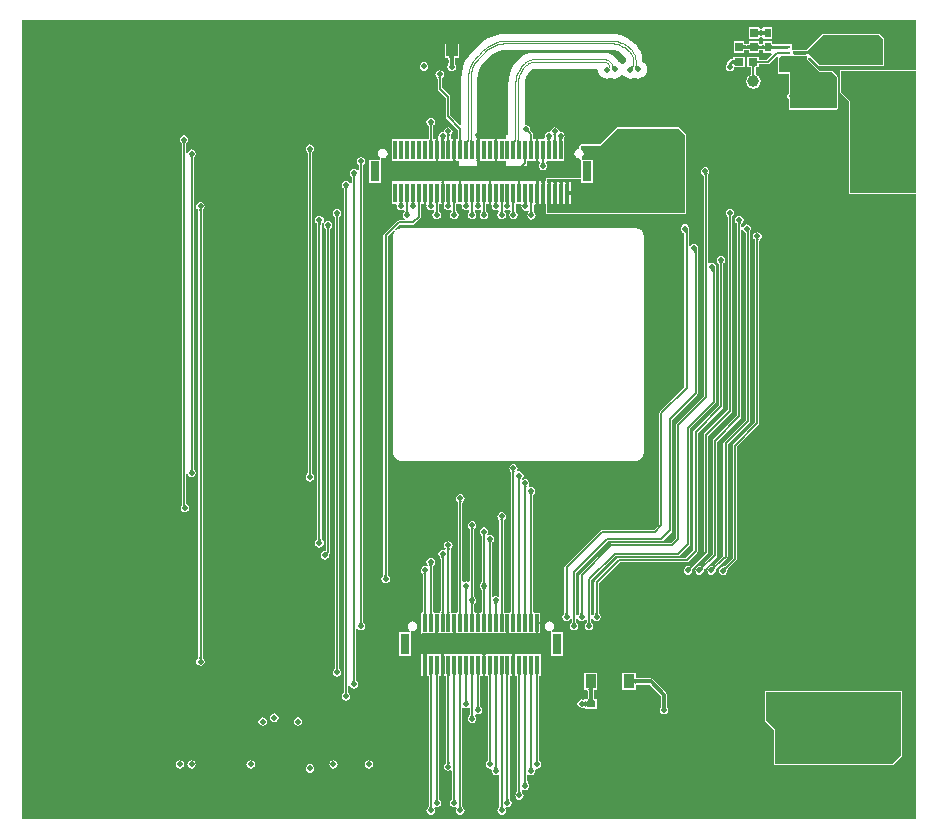
<source format=gbl>
%FSTAX23Y23*%
%MOIN*%
%SFA1B1*%

%IPPOS*%
%ADD11C,0.011810*%
%ADD13C,0.039370*%
%ADD20C,0.006000*%
%ADD23C,0.019680*%
%ADD24C,0.010000*%
%ADD25C,0.004620*%
%ADD26C,0.004620*%
%ADD27R,0.037400X0.048030*%
%ADD28R,0.039370X0.039370*%
%ADD29R,0.011810X0.062990*%
%ADD30R,0.039370X0.039370*%
%ADD31R,0.031500X0.023620*%
%ADD32R,0.051180X0.059060*%
%ADD33R,0.023620X0.009840*%
%ADD34R,0.043310X0.011810*%
%ADD35R,0.027560X0.031500*%
%ADD36R,0.023620X0.031500*%
%ADD37R,0.031500X0.027560*%
%ADD38R,0.059060X0.051180*%
%ADD39R,0.059060X0.047240*%
%ADD40R,0.031500X0.070870*%
%LNmod_duo_x_g3399-1*%
%LPD*%
G36*
X02985Y02094D02*
X02765D01*
Y024*
X02735Y0243*
Y025*
X02985*
Y02094*
G37*
G36*
Y02504D02*
X02735D01*
X02731Y02503*
X0273Y025*
Y0243*
X02731Y02426*
X0276Y02398*
Y02094*
X02761Y02091*
X02765Y0209*
X02985*
Y00006*
X00006*
Y0267*
X02985*
Y02504*
G37*
%LNmod_duo_x_g3399-2*%
%LPC*%
G36*
X02462Y02646D02*
X02427D01*
Y02607*
X02462*
Y02609*
X02467Y02613*
X02468Y02613*
X02469Y02613*
X02474Y02609*
Y02607*
X02505*
Y02646*
X02474*
Y02645*
X02469Y02641*
X02468Y02641*
X02467Y02641*
X02462Y02645*
Y02646*
G37*
G36*
X0286Y02624D02*
X02676D01*
X02673Y02623*
X02622Y02572*
X02621Y02571*
X0262Y0257*
X02619Y02569*
X02574*
X02571Y0257*
X0257Y02574*
Y02588*
X02555*
X02554Y02588*
X02512*
X02511Y02589*
X0251Y02589*
X02508Y02589*
X02507Y02589*
X02506Y02589*
X02506Y02589*
X02505Y02589*
X02505Y0259*
X02505Y0259*
Y02599*
X02474*
Y0259*
X02474Y0259*
X02474Y02589*
X02473Y02589*
X02473Y02589*
X02472Y02589*
X02471Y02589*
X02469Y02589*
X02468Y02589*
X02466Y02589*
X02465Y02589*
X02464Y02589*
X02463Y02589*
X02463Y02589*
X02462Y02589*
X02462Y0259*
X02462Y0259*
Y02599*
X02427*
Y0259*
X02427Y0259*
X02427Y0259*
X02426Y0259*
X02426Y02589*
X02425Y02589*
X02424Y02589*
X02423Y02589*
X02421Y02589*
X0242Y02589*
X02419*
X02418Y02589*
X02416Y02589*
X02415Y02589*
X02414Y02589*
X02413Y02589*
X02413Y0259*
X02412Y0259*
X02412Y0259*
X02412Y0259*
Y02599*
X02377*
Y0256*
X02412*
Y02569*
X02412Y02569*
X02412Y02569*
X02413Y02569*
X02413Y0257*
X02414Y0257*
X02415Y0257*
X02416Y0257*
X02418Y0257*
X02419Y0257*
X0242*
X02421Y0257*
X02423Y0257*
X02424Y0257*
X02425Y0257*
X02426Y0257*
X02426Y02569*
X02427Y02569*
X02427Y02569*
X02427Y02569*
Y0256*
X02462*
Y02569*
X02462Y02569*
X02462Y02569*
X02463Y02569*
X02463Y02569*
X02464Y0257*
X02465Y0257*
X02466Y0257*
X02468Y0257*
X02469Y0257*
X02471Y0257*
X02472Y0257*
X02473Y02569*
X02473Y02569*
X02474Y02569*
X02474Y02569*
X02474Y02569*
Y02559*
X02501*
X02503*
X02506Y02555*
X02488Y02537*
X02465*
X02465Y02537*
X02464Y02537*
X02463Y02537*
X02463Y02537*
Y02547*
X02423*
Y02512*
X02436*
X02436Y02512*
X02436Y02511*
X02436Y0251*
X02436Y02509*
Y02491*
X02436Y0249*
X02436Y02489*
X02436Y02488*
X02436Y02488*
X02436Y02487*
X02435Y02487*
X02435Y02487*
X02434Y02487*
X02426Y02482*
X02421Y02474*
X02419Y02465*
X02421Y02455*
X02426Y02447*
X02434Y02442*
X02443Y0244*
X02452Y02442*
X0246Y02447*
X02465Y02455*
X02467Y02465*
X02465Y02474*
X0246Y02482*
X02452Y02487*
X02451Y02487*
X02451Y02487*
X02451Y02487*
X02451Y02488*
X02451Y02488*
X0245Y02489*
X0245Y0249*
X0245Y02491*
Y02509*
X0245Y0251*
X0245Y02511*
X02451Y02512*
X02451Y02512*
X02463*
Y02522*
X02463Y02522*
X02464Y02522*
X02465Y02522*
X02465Y02522*
X02491*
X02493Y02523*
X02496Y02524*
X02521Y0255*
X02523Y0255*
X02524Y02549*
X02525Y02544*
X02525Y02542*
Y02495*
X02526Y02491*
X02529Y0249*
X0256*
Y02425*
X0256Y02424*
X02556Y0242*
X02555Y02415*
X02556Y02409*
X0256Y02405*
X0256Y02404*
Y02375*
X02561Y02371*
X02565Y0237*
X0272*
X02723Y02371*
X02724Y02375*
Y0248*
X02723Y02483*
X02708Y02498*
X02705Y02499*
X02666*
X02625Y0254*
X02626Y02543*
X02631Y02545*
X02659Y02516*
X02662Y02515*
X02875*
X02878Y02516*
X02879Y0252*
Y02605*
X02878Y02608*
X02863Y02623*
X0286Y02624*
G37*
G36*
X01345Y02529D02*
X01339Y02528D01*
X01335Y02524*
X01332Y0252*
X01331Y02515*
X01332Y02509*
X01335Y02505*
X01339Y02501*
X01345Y025*
X0135Y02501*
X01355Y02505*
X01358Y02509*
X01359Y02515*
X01358Y0252*
X01355Y02524*
X0135Y02528*
X01345Y02529*
G37*
G36*
X01462Y02591D02*
X01415D01*
Y02544*
X01424*
X01424Y02544*
X01425Y02544*
X01425Y02544*
X01425Y02544*
X01425Y02543*
X01426Y02543*
X01426Y02541*
X01426Y0254*
X01426Y02538*
X01426Y02536*
X01427Y02536*
Y02527*
X01426Y02526*
X01426Y02525*
X01426Y02524*
X01426Y02522*
X01426Y02522*
X01426Y02522*
X01426Y02522*
Y02522*
X01426Y02521*
X01424Y02518*
X01423Y02512*
X01424Y02507*
X01427Y02503*
X01431Y02499*
X01437Y02498*
X01442Y02499*
X01447Y02503*
X0145Y02507*
X01451Y02512*
X0145Y02518*
X01447Y02521*
X01447Y02522*
Y02522*
X01447Y02522*
X01447Y02522*
X01447Y02522*
X01447Y02525*
X01447Y02526*
X01447Y02527*
Y02536*
X01447Y02536*
X01447Y02538*
X01447Y0254*
X01447Y02541*
X01448Y02543*
X01448Y02543*
X01448Y02544*
X01448Y02544*
X01448Y02544*
X01449Y02544*
X01449Y02544*
X01462*
Y02591*
G37*
G36*
X02416Y02547D02*
X02376D01*
Y0254*
X02376Y0254*
X02376Y0254*
X02376Y0254*
X02375Y02539*
X02374Y02539*
X02373Y02539*
X02372Y02539*
X0237Y02539*
X0237Y02539*
X0237*
X02366Y02538*
X02363Y02536*
X02358Y02531*
X02356Y02528*
X02355Y02525*
Y02523*
X02355Y02522*
X02351Y02517*
X0235Y02512*
X02351Y02507*
X02355Y02502*
X02359Y02499*
X02365Y02498*
X0237Y02499*
X02374Y02502*
X02378Y02507*
X02379Y02512*
X02416*
Y02547*
G37*
G36*
X01967Y02623D02*
X0162D01*
X0162Y02623*
X01599Y02622*
X01578Y02617*
X01559Y02609*
X01541Y02598*
X01525Y02584*
X01524Y02584*
X01508Y02567*
X01508Y02567*
X01494Y02551*
X01483Y02533*
X01475Y02513*
X0147Y02493*
X01468Y02472*
X01468Y02472*
Y02321*
X01464Y0232*
X01432Y02352*
Y02413*
X01431Y02416*
X0143Y02418*
X01404Y02443*
Y02472*
X01404Y02473*
X01404Y02473*
X01405Y02474*
X01405Y02474*
X01405Y02475*
X01405Y02475*
X01405Y02476*
X01406Y02476*
X01406Y02477*
X01407Y02477*
X01407Y02478*
X01407Y02478*
X0141Y02483*
X01411Y02488*
X0141Y02493*
X01407Y02498*
X01403Y02501*
X01397Y02502*
X01392Y02501*
X01387Y02498*
X01384Y02493*
X01383Y02488*
X01384Y02483*
X01387Y02478*
X01387Y02478*
X01388Y02477*
X01388Y02477*
X01389Y02476*
X01389Y02476*
X01389Y02475*
X01389Y02475*
X0139Y02474*
X0139Y02474*
X0139Y02473*
X0139Y02473*
X0139Y02472*
Y0244*
X01391Y02438*
X01392Y02435*
X01417Y0241*
Y02349*
X01418Y02346*
X01419Y02344*
X01459Y02304*
Y02274*
X01458Y02273*
X01452*
X01452Y02273*
X01451Y02272*
X0145Y02271*
X0145Y02271*
X0145Y0227*
X0145Y02269*
X0145Y02269*
X0145Y02268*
X0145Y02268*
X01451Y02267*
X01451Y02267*
X01452Y02267*
X01449*
X01449Y02266*
X01443*
X01443Y02267*
X0144*
X01441Y02267*
X01441Y02267*
X01442Y02268*
X01442Y02268*
X01442Y02269*
X01443Y02269*
X01442Y0227*
X01442Y02271*
X01442Y02271*
X01441Y02272*
X01441Y02273*
X0144Y02273*
X01434*
X01434Y02274*
Y02282*
X01434Y02282*
X01434Y02283*
X01434Y02283*
X01434Y02284*
X01434Y02284*
X01434Y02285*
X01435Y02285*
X01435Y02286*
X01435Y02286*
X01436Y02287*
X01436Y02287*
X01436Y02288*
X01439Y02292*
X01441Y02298*
X01439Y02303*
X01436Y02307*
X01432Y02311*
X01426Y02312*
X01421Y02311*
X01416Y02307*
X01413Y02303*
X01412Y02298*
X01408Y02296*
X01407Y02296*
X01401Y02295*
X01397Y02292*
X01394Y02287*
X01393Y02282*
X01393Y02278*
X0139Y02273*
X01375*
X01374Y02274*
Y02314*
X01375Y02314*
X01375Y02315*
X01375Y02315*
X01375Y02316*
X01375Y02316*
X01375Y02317*
X01375Y02317*
X01376Y02318*
X01376Y02318*
X01377Y02319*
X01377Y02319*
X01377Y02319*
X01377Y0232*
X01381Y02324*
X01382Y0233*
X01381Y02335*
X01377Y02339*
X01373Y02343*
X01367Y02344*
X01362Y02343*
X01357Y02339*
X01354Y02335*
X01353Y0233*
X01354Y02324*
X01357Y0232*
X01357Y0232*
X01358Y02319*
X01358Y02318*
X01359Y02318*
X01359Y02317*
X01359Y02317*
X0136Y02316*
X0136Y02316*
X0136Y02315*
X0136Y02315*
X0136Y02314*
X0136Y02314*
Y02274*
X0136Y02273*
X01237*
Y02198*
X0146*
Y02184*
X01531*
Y02198*
X01581*
X01581Y02199*
X01581Y022*
X01581Y02201*
X01581Y02201*
X0158Y02202*
X0158Y02203*
X0158Y02203*
X01579Y02204*
X01579Y02204*
X01579Y02204*
X01578Y02204*
X0159*
X01589Y02204*
X01589Y02204*
X01588Y02204*
X01588Y02203*
X01588Y02203*
X01587Y02202*
X01587Y02201*
X01587Y02201*
X01587Y022*
X01587Y02199*
X01587Y02199*
X01587Y02198*
X01617*
Y02184*
X01689*
Y02198*
X01728*
X01729Y02198*
X0173Y02196*
X01731Y02193*
X01728Y02189*
X01727Y02184*
X01728Y02179*
X01731Y02174*
X01736Y02171*
X01741Y0217*
X01747Y02171*
X01751Y02174*
X01754Y02179*
X01755Y02184*
X01754Y02189*
X01752Y02193*
X01752Y02196*
X01754Y02198*
X01754Y02198*
X0181*
Y022*
X0181*
Y02266*
X0181Y02267*
X0181Y02267*
X01811Y02267*
X0181Y02271*
X01813Y02275*
X01813Y02276*
X01815Y02282*
X01813Y02287*
X0181Y02292*
X01806Y02295*
X018Y02296*
X018Y02296*
X01795Y02298*
X01794Y02303*
X01791Y02307*
X01786Y02311*
X01781Y02312*
X01775Y02311*
X01771Y02307*
X01768Y02303*
X01767Y02298*
X01762Y02296*
X01761Y02296*
X01756Y02295*
X01751Y02292*
X01748Y02287*
X01747Y02282*
X01748Y02278*
X01744Y02273*
X01709*
X01709Y02274*
Y02289*
X01709Y02291*
X01707Y02294*
X017Y02301*
X017Y02301*
X01699Y02302*
X01699Y02302*
X01699Y02303*
X01698Y02303*
X01698Y02304*
X01698Y02304*
X01698Y02305*
X01698Y02306*
X01698Y02306*
X01698Y02307*
X01698Y02307*
Y02307*
X01697Y02313*
X01693Y02317*
X01689Y0232*
X01684Y02321*
X0168Y02324*
Y02449*
Y02449*
Y02454*
X0168Y02458*
X01681Y02467*
X01685Y02479*
X01691Y02491*
X01699Y025*
X01699Y02501*
X017Y02502*
X01706Y02506*
X01713Y02507*
X01714Y02507*
X01922*
X01924Y02504*
X01925Y02496*
X01928Y02489*
X01933Y02483*
X01939Y02478*
X01947Y02475*
X01955Y02474*
X01962Y02475*
X01968Y02477*
X01972Y02475*
X0198Y02474*
X01987Y02475*
X01995Y02478*
X02001Y02483*
X02003Y02486*
X02009Y02486*
X02012Y02483*
X02018Y02478*
X02025Y02475*
X02033Y02474*
X02041Y02475*
X02046Y02477*
X0205Y02475*
X02058Y02474*
X02066Y02475*
X02073Y02478*
X0208Y02483*
X02084Y02489*
X02087Y02497*
X02088Y02505*
X02087Y02512*
X02084Y0252*
X0208Y02526*
X02073Y02531*
X02073Y02531*
Y02533*
X02073Y02533*
X02071Y02548*
X02067Y02563*
X02059Y02577*
X0205Y02589*
X02049Y02589*
X02049Y02589*
X02049Y0259*
X02035Y02601*
X0202Y02611*
X02003Y02618*
X01985Y02622*
X01968Y02623*
X01967Y02623*
G37*
G36*
X01208Y0224D02*
X01202Y02239D01*
X01196Y02235*
X01193Y0223*
X01192Y02224*
X01193Y02218*
X01196Y02213*
X01197Y02212*
X01199Y02205*
X01198Y02204*
X01197*
X01163*
Y02125*
X01202*
Y022*
Y02204*
X01203Y02208*
X01206Y02208*
X01208Y02208*
X01214Y02209*
X01219Y02213*
X01223Y02218*
X01224Y02224*
X01223Y0223*
X01219Y02235*
X01214Y02239*
X01208Y0224*
G37*
G36*
X01135Y02212D02*
X01129Y02211D01*
X01125Y02208*
X01121Y02204*
X0112Y02198*
X01121Y02193*
X01124Y02188*
X01124Y02188*
X01125Y02188*
X01126Y02187*
X01126Y02186*
X01126Y02186*
X01127Y02185*
X01127Y02185*
X01127Y02184*
X01127Y02184*
X01127Y02183*
X01127Y02183*
X01127Y02182*
Y02169*
X01122Y02168*
X01121Y02169*
X01117Y02173*
X01111Y02174*
X01106Y02173*
X01101Y02169*
X01098Y02165*
X01097Y0216*
X01098Y02154*
X01101Y0215*
X01101Y02149*
X01102Y02149*
X01102Y02148*
X01103Y02148*
X01103Y02147*
X01103Y02147*
X01104Y02146*
X01104Y02146*
X01104Y02145*
X01104Y02145*
X01104Y02144*
X01104Y02144*
Y02123*
X01104Y02123*
X01098Y02125*
X01098Y02125*
X01095Y0213*
X01091Y02133*
X01085Y02134*
X0108Y02133*
X01075Y0213*
X01072Y02125*
X01071Y0212*
X01072Y02114*
X01075Y0211*
X01075Y0211*
X01076Y02109*
X01076Y02108*
X01077Y02108*
X01077Y02107*
X01077Y02107*
X01077Y02106*
X01078Y02106*
X01078Y02105*
X01078Y02105*
X01078Y02104*
X01078Y02104*
Y00431*
X01078Y0043*
X01078Y0043*
X01078Y0043*
X01078Y0043*
X01078Y00429*
X01078Y00429*
X01078Y00428*
X01077Y00428*
X01077Y00427*
X01077Y00427*
X01076Y00426*
X01076Y00426*
X01075Y00425*
X01075Y00425*
X01075Y00425*
X01071Y0042*
X0107Y00415*
X01071Y00409*
X01075Y00405*
X01079Y00402*
X01085Y004*
X0109Y00402*
X01094Y00405*
X01098Y00409*
X01099Y00415*
X01098Y0042*
X01095Y00423*
X01095Y00424*
X01095Y00425*
X01094Y00425*
X01094Y00426*
X01093Y00426*
X01093Y00427*
X01093Y00428*
X01093Y00428*
X01093Y00429*
X01093Y00429*
X01093Y0043*
X01092Y0043*
Y00452*
X01093Y00452*
X01098Y00451*
X01098Y0045*
X01101Y00446*
X01106Y00442*
X01111Y00441*
X01117Y00442*
X01121Y00446*
X01124Y0045*
X01125Y00455*
X01124Y00461*
X01121Y00465*
X01121Y00466*
X01121Y00466*
X0112Y00467*
X0112Y00467*
X01119Y00468*
X01119Y00468*
X01119Y00469*
X01119Y00469*
X01119Y0047*
X01119Y0047*
X01119Y00471*
X01118Y00471*
Y00639*
X01123Y00641*
X01125Y00639*
X01129Y00636*
X01135Y00635*
X0114Y00636*
X01144Y00639*
X01148Y00644*
X01149Y00649*
X01148Y00655*
X01145Y00659*
X01145Y00659*
X01144Y0066*
X01143Y0066*
X01143Y00661*
X01143Y00661*
X01142Y00662*
X01142Y00662*
X01142Y00663*
X01142Y00663*
X01142Y00664*
X01142Y00665*
X01142Y00665*
Y0211*
Y02182*
X01142Y02183*
X01142Y02183*
X01142Y02184*
X01142Y02184*
X01142Y02185*
X01142Y02185*
X01143Y02186*
X01143Y02186*
X01143Y02187*
X01144Y02188*
X01145Y02188*
X01145Y02188*
X01148Y02193*
X01149Y02198*
X01148Y02204*
X01144Y02208*
X0114Y02211*
X01135Y02212*
G37*
G36*
X02194Y02312D02*
X01989D01*
X01986Y0231*
X0193Y02255*
X01867*
X01864Y02254*
X01863Y02251*
Y02241*
X01861Y0224*
X01855Y02239*
X0185Y02235*
X01847Y0223*
X01845Y02224*
X01847Y02218*
X0185Y02213*
X01855Y02209*
X01861Y02208*
X01862Y02208*
X01866Y02206*
X01867Y02204*
X01867Y02203*
X01867*
Y02203*
X01867Y02202*
Y02144*
X01755*
X01751Y02143*
X0175Y0214*
Y02136*
X01749Y02132*
X01746*
X01747Y02126*
X01747Y02126*
X01747Y02125*
X01736*
X01736Y02126*
X01736Y02126*
X01736Y02126*
X01736Y02127*
X01736Y02129*
X01736Y02132*
X01727*
X01727Y02126*
X01727Y02126*
X01727Y02125*
X01716*
X01716Y02126*
X01716Y02126*
X01716Y02126*
X01716Y02127*
X01717Y02129*
X01717Y02132*
X01716*
X0171*
X01709*
X01237*
Y02057*
X01251*
X01255Y02052*
X01255Y0205*
X01256Y02044*
X01259Y0204*
X01263Y02036*
X01269Y02035*
X01274Y02036*
X01278Y02035*
X0128Y02034*
X0128Y02033*
X0128Y02031*
X0128Y02031*
X01279Y0203*
X01279Y0203*
X01278Y02029*
X01276Y02025*
X01274Y0202*
X01276Y02014*
X01279Y0201*
X01283Y02007*
X01283Y02006*
X01281Y02002*
X0126*
X01257Y02001*
X01254Y02*
X01212Y01957*
X0121Y01954*
X01209Y01952*
Y00822*
X01209Y00822*
X01209Y00821*
X01209Y00821*
X01209Y0082*
X01209Y0082*
X01209Y00819*
X01208Y00819*
X01208Y00818*
X01208Y00818*
X01207Y00817*
X01207Y00817*
X01207Y00816*
X01204Y00812*
X01203Y00807*
X01204Y00801*
X01207Y00797*
X01211Y00794*
X01217Y00792*
X01222Y00794*
X01227Y00797*
X0123Y00801*
X01231Y00807*
X0123Y00812*
X01227Y00816*
X01227Y00817*
X01226Y00817*
X01226Y00818*
X01225Y00818*
X01225Y00819*
X01225Y00819*
X01224Y0082*
X01224Y0082*
X01224Y00821*
X01224Y00821*
X01224Y00822*
X01224Y00822*
Y01949*
X01245Y01969*
X01248Y01966*
X01248Y01966*
X01244Y0196*
X01242Y0195*
X01242Y01945*
X01242Y01226*
X01242Y01226*
X01242*
X01244Y01216*
X0125Y01208*
X01258Y01202*
X01268Y012*
X01268Y012*
X02047Y012*
X02052Y012*
X02062Y01202*
X0207Y01208*
X02076Y01216*
X02077Y01226*
X02077Y01231*
X02077Y0195*
X02077Y0195*
X02077*
X02076Y0196*
X0207Y01968*
X02062Y01974*
X02052Y01975*
X02047Y01975*
X01268Y01975*
Y01976*
X01258Y01974*
X01252Y0197*
X01251Y01969*
X01248Y01973*
X01262Y01987*
X01308*
X01311Y01988*
X01313Y01989*
X01333Y02009*
X01335Y02011*
X01335Y02014*
Y02056*
X01335Y02057*
X01335Y02057*
X01345*
X01345Y02058*
X01345Y02059*
X01344Y0206*
X01344Y0206*
X01344Y02061*
X01344Y02062*
X01343Y02062*
X01343Y02062*
X01342Y02063*
X01342Y02063*
X01353*
X01353Y02063*
X01352Y02062*
X01352Y02062*
X01352Y02062*
X01351Y02061*
X01351Y0206*
X01351Y0206*
X01351Y02059*
X01351Y02058*
X01351Y02057*
X0135*
X01354Y02052*
X01353Y0205*
X01354Y02044*
X01357Y0204*
X01362Y02036*
X01367Y02035*
X01373Y02036*
X01377Y02035*
X01378Y02034*
X01378Y02033*
X01378Y02031*
X01378Y02031*
X01378Y0203*
X01377Y0203*
X01377Y02029*
X01374Y02025*
X01373Y0202*
X01374Y02014*
X01377Y0201*
X01382Y02006*
X01387Y02005*
X01392Y02006*
X01397Y0201*
X014Y02014*
X01401Y0202*
X014Y02025*
X01397Y02029*
X01397Y0203*
X01396Y0203*
X01396Y02031*
X01395Y02031*
X01395Y02032*
X01395Y02032*
X01395Y02033*
X01395Y02033*
X01394Y02034*
X01394Y02034*
X01394Y02035*
X01394Y02035*
Y02056*
X01394Y02057*
Y02057*
X01404*
X01404Y02058*
X01404Y02059*
X01403Y0206*
X01403Y0206*
X01403Y02061*
X01403Y02062*
X01402Y02062*
X01402Y02062*
X01401Y02063*
X01401Y02063*
X01412*
X01412Y02063*
X01411Y02062*
X01411Y02062*
X01411Y02062*
X0141Y02061*
X0141Y0206*
X0141Y0206*
X0141Y02059*
X0141Y02058*
X0141Y02057*
X01409*
X01413Y02052*
X01412Y0205*
X01413Y02044*
X01416Y0204*
X01421Y02036*
X01426Y02035*
X01432Y02036*
X01436Y02035*
X01437Y02034*
X01437Y02033*
X01437Y02031*
X01437Y02031*
X01437Y0203*
X01436Y0203*
X01436Y02029*
X01433Y02025*
X01432Y0202*
X01433Y02014*
X01436Y0201*
X01441Y02006*
X01446Y02005*
X01451Y02006*
X01456Y0201*
X01459Y02014*
X0146Y0202*
X01459Y02025*
X01456Y02029*
X01456Y0203*
X01455Y0203*
X01455Y02031*
X01455Y02031*
X01454Y02032*
X01454Y02032*
X01454Y02033*
X01454Y02033*
X01453Y02034*
X01453Y02034*
X01453Y02035*
X01453Y02035*
Y02056*
X01453Y02057*
X01453Y02057*
X01468*
X01472Y02052*
X01471Y0205*
X01472Y02044*
X01475Y0204*
X0148Y02036*
X01485Y02035*
X01491Y02036*
X01495Y02035*
X01496Y02034*
X01496Y02033*
X01496Y02031*
X01496Y02031*
X01496Y0203*
X01495Y0203*
X01495Y02029*
X01492Y02025*
X01491Y0202*
X01492Y02014*
X01495Y0201*
X015Y02006*
X01505Y02005*
X01511Y02006*
X01515Y0201*
X01518Y02014*
X01519Y0202*
X01518Y02025*
X01515Y02029*
X01515Y0203*
X01514Y0203*
X01514Y02031*
X01514Y02031*
X01514Y02033*
X01514Y02034*
X01515Y02035*
X01519Y02036*
X01525Y02035*
X0153Y02036*
X01534Y02035*
X01535Y02034*
X01536Y02033*
X01536Y02031*
X01536Y02031*
X01535Y0203*
X01534Y0203*
X01534Y02029*
X01531Y02025*
X0153Y0202*
X01531Y02014*
X01535Y0201*
X01539Y02006*
X01544Y02005*
X0155Y02006*
X01554Y0201*
X01558Y02014*
X01559Y0202*
X01558Y02025*
X01555Y02029*
X01554Y0203*
X01554Y0203*
X01553Y02031*
X01553Y02031*
X01553Y02032*
X01552Y02032*
X01552Y02033*
X01552Y02033*
X01552Y02034*
X01552Y02034*
X01552Y02035*
X01552Y02035*
Y02056*
X01552Y02057*
Y02057*
X01561*
X01561Y02058*
X01561Y02059*
X01561Y0206*
X01561Y0206*
X0156Y02061*
X0156Y02062*
X0156Y02062*
X01559Y02062*
X01559Y02063*
X01558Y02063*
X0157*
X01569Y02063*
X01569Y02062*
X01569Y02062*
X01568Y02062*
X01568Y02061*
X01568Y0206*
X01567Y0206*
X01567Y02059*
X01567Y02058*
X01567Y02057*
X01566*
X0157Y02052*
X0157Y0205*
X01571Y02044*
X01574Y0204*
X01578Y02036*
X01584Y02035*
X01589Y02036*
X01593Y02035*
X01594Y02034*
X01595Y02033*
X01595Y02031*
X01595Y02031*
X01594Y0203*
X01594Y0203*
X01593Y02029*
X01591Y02025*
X01589Y0202*
X01591Y02014*
X01594Y0201*
X01598Y02006*
X01604Y02005*
X01609Y02006*
X01614Y0201*
X01617Y02014*
X01618Y0202*
X01617Y02025*
X01614Y02029*
X01614Y0203*
X01613Y0203*
X01612Y02031*
X01612Y02031*
X01612Y02033*
X01613Y02034*
X01614Y02035*
X01618Y02036*
X01623Y02035*
X01629Y02036*
X01633Y02035*
X01634Y02034*
X01634Y02033*
X01634Y02031*
X01634Y02031*
X01634Y0203*
X01633Y0203*
X01633Y02029*
X0163Y02025*
X01629Y0202*
X0163Y02014*
X01633Y0201*
X01638Y02006*
X01643Y02005*
X01648Y02006*
X01653Y0201*
X01656Y02014*
X01657Y0202*
X01656Y02025*
X01653Y02029*
X01653Y0203*
X01652Y0203*
X01652Y02031*
X01651Y02031*
X01651Y02032*
X01651Y02032*
X01651Y02033*
X0165Y02033*
X0165Y02034*
X0165Y02034*
X0165Y02035*
X0165Y02035*
Y02056*
X0165Y02057*
X0165Y02057*
X01667*
X0167Y02052*
X01669Y02048*
X0167Y02043*
X01673Y02038*
X01678Y02035*
X01683Y02034*
X01689Y02035*
X01693Y02034*
X01694Y02033*
X01694Y02031*
X01694Y0203*
X01694Y0203*
X01694Y02029*
X01693Y02028*
X01693Y02028*
X0169Y02024*
X01689Y02018*
X0169Y02013*
X01693Y02008*
X01698Y02005*
X01703Y02004*
X01708Y02005*
X01713Y02008*
X01716Y02013*
X01717Y02018*
X01716Y02024*
X01713Y02028*
X01713Y02028*
X01712Y02029*
X01712Y0203*
X01712Y0203*
X01711Y02031*
X01711Y02031*
X01711Y02032*
X01711Y02032*
X0171Y02033*
X0171Y02033*
X0171Y02034*
X0171Y02034*
Y02053*
X01714Y02056*
X01715Y02057*
X01716*
X01717*
X01716Y02062*
X01716Y02063*
X01716Y02063*
X01727*
X01727Y02063*
X01727Y02062*
X01727Y02062*
X01727Y02061*
X01727Y02059*
X01727Y02057*
X01736*
X01736Y02062*
X01736Y02063*
X01736Y02063*
X01747*
X01747Y02063*
X01747Y02062*
X01747Y02062*
X01747Y02061*
X01746Y02059*
X01746Y02056*
X0175Y02055*
X0175Y02052*
Y02027*
X01751Y02024*
X01755Y02023*
X01871*
X01871*
X0221*
X0221Y02023*
X0221Y02023*
X02215Y02023*
X02216Y02024*
X02218Y02024*
X02218Y02024*
X02218Y02024*
X02218Y02026*
X02219Y02027*
Y02287*
X02218Y0229*
X02197Y0231*
X02194Y02312*
G37*
G36*
X00545Y02285D02*
X00539Y02284D01*
X00535Y02281*
X00531Y02276*
X0053Y02271*
X00531Y02265*
X00534Y02261*
X00534Y02261*
X00535Y0226*
X00536Y0226*
X00536Y02259*
X00536Y02259*
X00537Y02258*
X00537Y02258*
X00537Y02257*
X00537Y02257*
X00537Y02256*
X00537Y02255*
X00537Y02255*
Y01057*
X00537Y01056*
X00537Y01056*
X00537Y01055*
X00537Y01054*
X00537Y01053*
X00537Y01052*
X00536Y01049*
X00535Y01049*
Y01048*
X00535Y01048*
X00534Y01043*
X00535Y01037*
X00538Y01033*
X00543Y0103*
X00548Y01029*
X00553Y0103*
X00558Y01033*
X00561Y01037*
X00562Y01043*
X00561Y01048*
X00558Y01053*
X00554Y01055*
X00554Y01056*
X00553Y01056*
X00553Y01056*
X00553Y01057*
X00552Y01057*
X00552Y01057*
X00552Y01057*
X00552Y01057*
X00552Y01058*
X00552Y01058*
X00552Y01059*
X00552Y01059*
Y01157*
X00552Y01157*
X00557Y01158*
X00557Y01157*
X00557Y01154*
X0056Y0115*
X00565Y01147*
X0057Y01145*
X00576Y01147*
X0058Y0115*
X00583Y01154*
X00584Y0116*
X00583Y01165*
X0058Y01169*
X0058Y0117*
X0058Y0117*
X00579Y01171*
X00579Y01171*
X00579Y01172*
X00578Y01172*
X00578Y01173*
X00578Y01173*
X00578Y01174*
X00578Y01174*
X00578Y01175*
X00578Y01175*
Y02208*
X00578Y02208*
X00578Y02209*
X00578Y0221*
X00578Y0221*
X00578Y02211*
X00578Y02211*
X00579Y02212*
X00579Y02212*
X00579Y02213*
X0058Y02213*
X0058Y02214*
X0058Y02214*
X00583Y02219*
X00584Y02224*
X00583Y02229*
X0058Y02234*
X00576Y02237*
X0057Y02238*
X00565Y02237*
X0056Y02234*
X00557Y02229*
X00557Y02227*
X00557Y02226*
X00552Y02226*
X00552Y02227*
Y02255*
X00552Y02255*
X00552Y02256*
X00552Y02257*
X00552Y02257*
X00552Y02258*
X00552Y02258*
X00553Y02259*
X00553Y02259*
X00553Y0226*
X00554Y0226*
X00555Y02261*
X00555Y02261*
X00558Y02265*
X00559Y02271*
X00558Y02276*
X00554Y02281*
X0055Y02284*
X00545Y02285*
G37*
G36*
X00964Y02255D02*
X00959Y02254D01*
X00954Y02251*
X00951Y02246*
X0095Y02241*
X00951Y02235*
X00954Y02231*
X00954Y02231*
X00955Y0223*
X00955Y02229*
X00956Y02229*
X00956Y02228*
X00956Y02228*
X00956Y02227*
X00957Y02227*
X00957Y02226*
X00957Y02226*
X00957Y02225*
X00957Y02225*
Y01161*
X00957Y0116*
X00957Y0116*
X00957Y01159*
X00957Y01159*
X00956Y01158*
X00956Y01158*
X00956Y01157*
X00956Y01157*
X00955Y01156*
X00955Y01156*
X00954Y01155*
X00954Y01155*
X00951Y0115*
X0095Y01145*
X00951Y0114*
X00954Y01135*
X00959Y01132*
X00964Y01131*
X00969Y01132*
X00974Y01135*
X00977Y0114*
X00978Y01145*
X00977Y0115*
X00974Y01155*
X00974Y01155*
X00973Y01156*
X00973Y01156*
X00973Y01157*
X00972Y01157*
X00972Y01158*
X00972Y01158*
X00972Y01159*
X00971Y01159*
X00971Y0116*
X00971Y0116*
X00971Y01161*
Y02225*
X00971Y02225*
X00971Y02226*
X00971Y02226*
X00972Y02227*
X00972Y02227*
X00972Y02228*
X00972Y02228*
X00973Y02229*
X00973Y02229*
X00973Y0223*
X00974Y02231*
X00974Y02231*
X00977Y02235*
X00978Y02241*
X00977Y02246*
X00974Y02251*
X00969Y02254*
X00964Y02255*
G37*
G36*
X00996Y02017D02*
X00991Y02016D01*
X00986Y02013*
X00983Y02008*
X00982Y02003*
X00983Y01997*
X00986Y01993*
X00986Y01993*
X00987Y01992*
X00988Y01991*
X00988Y01991*
X00988Y0199*
X00989Y0199*
X00989Y01989*
X00989Y01989*
X00989Y01988*
X00989Y01988*
X00989Y01987*
X00989Y01987*
Y00941*
X00989Y0094*
X00989Y0094*
X00989Y00939*
X00989Y00939*
X00989Y00938*
X00989Y00938*
X00988Y00937*
X00988Y00937*
X00988Y00936*
X00987Y00935*
X00986Y00935*
X00986Y00935*
X00983Y0093*
X00982Y00925*
X00983Y00919*
X00986Y00915*
X00991Y00912*
X00996Y00911*
X01002Y00912*
X01006Y00915*
X0101Y00919*
X01011Y00925*
X0101Y0093*
X01007Y00935*
X01006Y00935*
X01006Y00935*
X01005Y00936*
X01005Y00937*
X01005Y00937*
X01004Y00938*
X01004Y00938*
X01004Y00939*
X01004Y00939*
X01004Y0094*
X01004Y0094*
X01004Y00941*
Y01987*
X01004Y01987*
X01004Y01988*
X01004Y01988*
X01004Y01989*
X01004Y01989*
X01004Y0199*
X01005Y0199*
X01005Y01991*
X01005Y01991*
X01006Y01992*
X01006Y01993*
X01007Y01993*
X0101Y01997*
X01011Y02003*
X0101Y02008*
X01006Y02013*
X01002Y02016*
X00996Y02017*
G37*
G36*
X01025Y01999D02*
X01019Y01998D01*
X01015Y01995*
X01011Y0199*
X0101Y01985*
X01011Y01979*
X01014Y01975*
X01014Y01975*
X01015Y01974*
X01016Y01973*
X01016Y01973*
X01016Y01972*
X01017Y01972*
X01017Y01971*
X01017Y01971*
X01017Y0197*
X01017Y0197*
X01017Y01969*
X01017Y01969*
Y00904*
X01017Y00903*
X01017Y00902*
X01014Y00899*
X01008Y00898*
X01004Y00895*
X01001Y00891*
X01Y00885*
X01001Y0088*
X01004Y00875*
X01008Y00872*
X01014Y00871*
X01019Y00872*
X01024Y00875*
X01027Y0088*
X01028Y00885*
X01028Y00886*
X01028Y00886*
X01028Y00887*
X01028Y00887*
X01028Y00887*
X01028Y00888*
X01028Y00888*
X01028Y00888*
X01028Y00889*
X01028Y00889*
X01029Y00889*
X01029Y0089*
X01029Y0089*
X0103Y00891*
X0103Y00892*
X01031Y00893*
X01032Y00896*
Y01969*
X01032Y01969*
X01032Y0197*
X01032Y0197*
X01032Y01971*
X01032Y01971*
X01032Y01972*
X01033Y01972*
X01033Y01973*
X01033Y01973*
X01034Y01974*
X01035Y01975*
X01035Y01975*
X01038Y01979*
X01039Y01985*
X01038Y0199*
X01034Y01995*
X0103Y01998*
X01025Y01999*
G37*
G36*
X02396Y02017D02*
X02391Y02016D01*
X02386Y02013*
X02383Y02008*
X02382Y02003*
X02383Y01997*
X02386Y01993*
X02386Y01993*
X02386Y01992*
X02387Y01992*
X02387Y01991*
X02388Y0199*
X02388Y0199*
X02388Y01989*
X02388Y01989*
X02388Y01988*
X02388Y01988*
X02388Y01987*
X02389Y01987*
Y01351*
X02309Y01272*
X02308Y0127*
X02307Y01267*
Y00889*
X0227Y00851*
X02269Y00851*
X02269Y0085*
X02268Y0085*
X02268Y0085*
X02267Y00849*
X02267Y00849*
X02266Y00849*
X02266Y00849*
X02265Y00849*
X02264Y00849*
X02263Y00849*
X02263Y00849*
X02258Y00848*
X02253Y00844*
X0225Y0084*
X02249Y00835*
X0225Y00829*
X02253Y00825*
X02258Y00821*
X02263Y0082*
X02269Y00821*
X02273Y00825*
X02276Y00829*
X02278Y00834*
X02278Y00835*
X02278Y00835*
X02278Y00836*
X02278Y00837*
X02278Y00837*
X02278Y00838*
X02278Y00839*
X02279Y00839*
X02279Y00839*
X02279Y0084*
X0228Y0084*
X0228Y00841*
X0232Y00881*
X02321Y00883*
X02322Y00886*
Y01264*
X02401Y01343*
X02402Y01346*
X02403Y01348*
Y01969*
X02408Y01969*
X02408Y01969*
X02411Y01964*
X02415Y01962*
X02415Y01961*
X02416Y01961*
X02416Y01961*
X02416Y01961*
X02417Y01961*
X02417Y0196*
X02417Y0196*
X02417Y0196*
X02417Y0196*
X02417Y01959*
X02417Y01958*
X02417Y01958*
Y01336*
X02344Y01263*
X02343Y0126*
X02342Y01258*
Y00884*
X02338Y00879*
X02337Y00879*
X02309Y00851*
X02309Y00851*
X02308Y0085*
X02308Y0085*
X02307Y0085*
X02307Y00849*
X02306Y00849*
X02306Y00849*
X02305Y00849*
X02304Y00849*
X02304Y00849*
X02303Y00849*
X02303Y00849*
X02297Y00848*
X02293Y00844*
X0229Y0084*
X02289Y00835*
X0229Y00829*
X02293Y00825*
X02297Y00821*
X02303Y0082*
X02308Y00821*
X02313Y00825*
X02316Y00829*
X02317Y00834*
X02317Y00835*
X02317Y00835*
X02317Y00836*
X02317Y00837*
X02317Y00837*
X02317Y00838*
X02318Y00839*
X02318Y00839*
X02318Y00839*
X02318Y0084*
X02319Y0084*
X02319Y00841*
X02347Y00868*
X02347Y00869*
X02355Y00876*
X02356Y00878*
X02357Y00881*
Y01255*
X0243Y01328*
X02431Y0133*
X02432Y01333*
Y01961*
X02432Y01961*
X02432Y01962*
X02432Y01962*
X02432Y01963*
X02432Y01964*
X02432Y01965*
X02433Y01968*
X02434Y01969*
Y01969*
X02434Y01969*
X02435Y01974*
X02434Y0198*
X02431Y01984*
X02426Y01987*
X02421Y01989*
X02416Y01987*
X02411Y01984*
X02408Y0198*
X02408Y01979*
X02403Y0198*
Y01987*
X02403Y01987*
X02403Y01988*
X02403Y01988*
X02403Y01989*
X02403Y01989*
X02404Y0199*
X02404Y0199*
X02404Y01991*
X02405Y01991*
X02405Y01992*
X02406Y01992*
X02406Y01993*
X02406Y01993*
X02409Y01997*
X0241Y02003*
X02409Y02008*
X02406Y02013*
X02401Y02016*
X02396Y02017*
G37*
G36*
X02365Y02041D02*
X02359Y0204D01*
X02355Y02037*
X02352Y02032*
X02351Y02027*
X02352Y02022*
X02354Y02018*
X02354Y02017*
X02355Y02017*
X02356Y02016*
X02356Y02015*
X02356Y02015*
X02357Y02014*
X02357Y02014*
X02357Y02013*
X02357Y02013*
X02357Y02012*
X02357Y02012*
X02357Y02011*
Y0137*
X02279Y01292*
X02278Y0129*
X02277Y01287*
Y01076*
X02277Y01074*
Y00897*
X0223Y00851*
X0223Y00851*
X02229Y0085*
X02229Y0085*
X02229Y0085*
X02228Y00849*
X02228Y00849*
X02227Y00849*
X02226Y00849*
X02226Y00849*
X02225Y00849*
X02224Y00849*
X02224Y00849*
X02219Y00848*
X02214Y00844*
X02211Y0084*
X0221Y00835*
X02211Y00829*
X02214Y00825*
X02219Y00821*
X02224Y0082*
X02229Y00821*
X02234Y00825*
X02237Y00829*
X02238Y00834*
X02238Y00835*
X02238Y00835*
X02238Y00836*
X02238Y00837*
X02239Y00837*
X02239Y00838*
X02239Y00839*
X02239Y00839*
X02239Y00839*
X0224Y0084*
X0224Y0084*
X0224Y00841*
X02289Y00889*
X02291Y00892*
X02291Y00895*
Y01072*
X02292Y01075*
Y01284*
X0237Y01362*
X02371Y01364*
X02372Y01367*
Y02011*
X02372Y02012*
X02372Y02012*
X02372Y02013*
X02372Y02013*
X02372Y02014*
X02372Y02014*
X02373Y02015*
X02373Y02015*
X02373Y02016*
X02374Y02016*
X02375Y02017*
X02375Y02017*
X02375Y02017*
X02378Y02022*
X02379Y02027*
X02378Y02032*
X02375Y02037*
X0237Y0204*
X02365Y02041*
G37*
G36*
X02456Y01962D02*
X02451Y01961D01*
X02446Y01958*
X02443Y01954*
X02442Y01948*
X02443Y01943*
X02446Y01939*
X02446Y01938*
X02447Y01938*
X02447Y01937*
X02448Y01937*
X02448Y01936*
X02448Y01936*
X02449Y01935*
X02449Y01935*
X02449Y01934*
X02449Y01934*
X02449Y01933*
X02449Y01933*
Y01328*
X02376Y01256*
X02375Y01253*
X02374Y0125*
Y00877*
X02348Y00851*
X02348Y00851*
X02347Y0085*
X02347Y0085*
X02347Y0085*
X02346Y00849*
X02346Y00849*
X02345Y00849*
X02345Y00849*
X02344Y00849*
X02343Y00849*
X02342Y00849*
X02342Y00849*
X02337Y00847*
X02332Y00844*
X02329Y0084*
X02328Y00834*
X02329Y00829*
X02332Y00824*
X02337Y00821*
X02342Y0082*
X02348Y00821*
X02352Y00824*
X02355Y00829*
X02356Y00834*
X02356Y00834*
X02356Y00835*
X02356Y00836*
X02357Y00837*
X02357Y00837*
X02357Y00838*
X02357Y00838*
X02357Y00839*
X02358Y00839*
X02358Y0084*
X02358Y0084*
X02358Y00841*
X02386Y00869*
X02388Y00871*
X02389Y00874*
Y01248*
X02461Y0132*
X02463Y01323*
X02463Y01325*
Y01932*
X02464Y01933*
X02464Y01933*
X02464Y01934*
X02464Y01934*
X02464Y01935*
X02464Y01935*
X02464Y01936*
X02465Y01936*
X02465Y01937*
X02466Y01937*
X02466Y01938*
X02466Y01938*
X02466Y01938*
X0247Y01943*
X02471Y01948*
X0247Y01954*
X02466Y01958*
X02462Y01961*
X02456Y01962*
G37*
G36*
X01643Y01189D02*
X01638Y01188D01*
X01633Y01184*
X0163Y0118*
X01629Y01175*
X0163Y01169*
X01633Y01165*
X01633Y01164*
X01634Y01164*
X01634Y01163*
X01634Y01163*
X01635Y01162*
X01635Y01162*
X01635Y01161*
X01635Y01161*
X01636Y0116*
X01636Y0116*
X01636Y01159*
X01636Y01159*
Y00699*
X01636Y00698*
X01636Y00697*
X01636Y00697*
X01635Y00696*
X01633*
Y00693*
X01633Y00692*
X01614*
X01613Y00693*
Y00696*
X01611*
X01611Y00697*
X01611Y00697*
X01611Y00698*
X01611Y00699*
Y00999*
X01611Y00999*
X01611Y01*
X01611Y01*
X01611Y01001*
X01611Y01001*
X01611Y01002*
X01612Y01002*
X01612Y01003*
X01612Y01003*
X01613Y01004*
X01614Y01004*
X01614Y01005*
X01617Y01009*
X01618Y01015*
X01617Y0102*
X01614Y01024*
X01609Y01028*
X01604Y01029*
X01598Y01028*
X01594Y01024*
X01591Y0102*
X01589Y01015*
X01591Y01009*
X01593Y01005*
X01594Y01004*
X01594Y01004*
X01595Y01003*
X01595Y01003*
X01595Y01002*
X01596Y01002*
X01596Y01001*
X01596Y01001*
X01596Y01*
X01596Y01*
X01596Y00999*
X01596Y00999*
Y00749*
X01591Y00746*
X01589Y00748*
X01584Y00749*
X01578Y00748*
X01576Y00746*
X01571Y00749*
Y00924*
X01572Y00924*
X01572Y00925*
X01572Y00925*
X01572Y00926*
X01572Y00926*
X01572Y00927*
X01572Y00927*
X01573Y00928*
X01573Y00928*
X01574Y00929*
X01574Y00929*
X01574Y0093*
X01577Y00934*
X01578Y0094*
X01577Y00945*
X01574Y00949*
X0157Y00953*
X01564Y00954*
X0156Y00953*
X01558Y00954*
X01556Y00957*
X01558Y00959*
X01559Y00964*
X01558Y00969*
X01554Y00974*
X0155Y00977*
X01544Y00978*
X01539Y00977*
X01535Y00974*
X01531Y00969*
X0153Y00964*
X01531Y00959*
X01534Y00954*
X01534Y00954*
X01535Y00953*
X01536Y00953*
X01536Y00952*
X01536Y00952*
X01537Y00951*
X01537Y00951*
X01537Y0095*
X01537Y0095*
X01537Y00949*
X01537Y00949*
X01537Y00948*
Y00799*
X01537Y00799*
X01537Y00798*
X01537Y00798*
X01537Y00797*
X01537Y00797*
X01537Y00796*
X01536Y00796*
X01536Y00795*
X01536Y00795*
X01535Y00794*
X01534Y00794*
X01534Y00793*
X01531Y00789*
X0153Y00784*
X01531Y00778*
X01534Y00774*
X01534Y00774*
X01535Y00773*
X01536Y00772*
X01536Y00772*
X01536Y00771*
X01537Y00771*
X01537Y0077*
X01537Y0077*
X01537Y00769*
X01537Y00769*
X01537Y00768*
X01537Y00768*
Y00699*
X01537Y00698*
X01537Y00697*
X01537Y00697*
X01537Y00696*
X01535*
Y00693*
X01534Y00692*
X01515*
X01515Y00693*
Y00696*
X01513*
X01513Y00697*
X01512Y00697*
X01512Y00698*
X01512Y00699*
Y00719*
X01512Y00719*
X01512Y0072*
X01513Y0072*
X01513Y00721*
X01513Y00721*
X01513Y00722*
X01513Y00722*
X01514Y00723*
X01514Y00723*
X01515Y00724*
X01515Y00725*
X01515Y00725*
X01518Y00729*
X01519Y00735*
X01518Y0074*
X01515Y00744*
X01515Y00745*
X01515Y00745*
X01514Y00746*
X01514Y00746*
X01513Y00747*
X01513Y00747*
X01513Y00748*
X01513Y00748*
X01513Y00749*
X01512Y00749*
X01512Y0075*
X01512Y0075*
Y00969*
X01512Y00969*
X01512Y0097*
X01513Y0097*
X01513Y00971*
X01513Y00971*
X01513Y00972*
X01513Y00972*
X01514Y00973*
X01514Y00973*
X01515Y00974*
X01515Y00974*
X01515Y00975*
X01518Y00979*
X01519Y00985*
X01518Y0099*
X01515Y00994*
X01511Y00998*
X01505Y00999*
X015Y00998*
X01495Y00994*
X01492Y0099*
X01491Y00985*
X01492Y00979*
X01495Y00975*
X01495Y00974*
X01496Y00974*
X01496Y00973*
X01497Y00973*
X01497Y00972*
X01497Y00972*
X01497Y00971*
X01498Y00971*
X01498Y0097*
X01498Y0097*
X01498Y00969*
X01498Y00969*
Y00798*
X01493Y00795*
X01491Y00797*
X01485Y00798*
X0148Y00797*
X01478Y00795*
X01473Y00798*
Y01059*
X01473Y01059*
X01473Y0106*
X01473Y0106*
X01473Y01061*
X01473Y01061*
X01474Y01062*
X01474Y01062*
X01474Y01063*
X01475Y01063*
X01475Y01064*
X01476Y01064*
X01476Y01065*
X01479Y01069*
X0148Y01075*
X01479Y0108*
X01476Y01084*
X01471Y01088*
X01466Y01089*
X0146Y01088*
X01456Y01084*
X01453Y0108*
X01452Y01075*
X01453Y01069*
X01456Y01065*
X01456Y01064*
X01456Y01064*
X01457Y01063*
X01457Y01063*
X01458Y01062*
X01458Y01062*
X01458Y01061*
X01458Y01061*
X01458Y0106*
X01458Y0106*
X01458Y01059*
X01459Y01059*
Y00699*
X01458Y00698*
X01458Y00697*
X01458Y00697*
X01458Y00696*
X01456*
Y00693*
X01456Y00692*
X01437*
X01436Y00693*
Y00696*
X01434*
X01434Y00697*
X01434Y00697*
X01434Y00698*
X01434Y00699*
Y00902*
X01434Y00902*
X01434Y00903*
X01434Y00904*
X01434Y00904*
X01434Y00905*
X01434Y00905*
X01435Y00906*
X01435Y00906*
X01435Y00907*
X01436Y00907*
X01436Y00908*
X01436Y00908*
X01439Y00913*
X01441Y00918*
X01439Y00923*
X01436Y00928*
X01432Y00931*
X01426Y00932*
X01421Y00931*
X01416Y00928*
X01413Y00923*
X01412Y00918*
X01413Y00913*
X01416Y00908*
X01416Y00908*
X01417Y00908*
X01417Y00906*
X01413Y00904*
X01412Y00903*
X01407Y00904*
X01401Y00903*
X01397Y009*
X01394Y00896*
X01393Y0089*
X01394Y00885*
X01397Y0088*
X01397Y0088*
X01397Y00879*
X01398Y00879*
X01398Y00878*
X01399Y00878*
X01399Y00877*
X01399Y00877*
X01399Y00876*
X01399Y00876*
X01399Y00875*
X01399Y00875*
X014Y00874*
Y00699*
X01399Y00698*
X01399Y00697*
X01399Y00697*
X01399Y00696*
X01397*
Y00693*
X01397Y00692*
X01377*
X01377Y00693*
Y00696*
X01375*
X01375Y00697*
X01375Y00697*
X01375Y00698*
X01374Y00699*
Y00846*
X01375Y00847*
X01375Y00847*
X01375Y00848*
X01375Y00848*
X01375Y00849*
X01375Y00849*
X01375Y0085*
X01376Y0085*
X01376Y00851*
X01377Y00852*
X01377Y00852*
X01377Y00852*
X0138Y00857*
X01381Y00862*
X0138Y00868*
X01377Y00872*
X01373Y00875*
X01367Y00876*
X01362Y00875*
X01357Y00872*
X01354Y00868*
X01353Y00862*
X01354Y00857*
X01357Y00852*
X01357Y00852*
X01357Y00852*
X01357Y0085*
X01354Y00848*
X01353Y00848*
X01348Y00849*
X01342Y00848*
X01338Y00844*
X01335Y0084*
X01334Y00835*
X01335Y00829*
X01338Y00825*
X01338Y00824*
X01338Y00824*
X01339Y00823*
X01339Y00823*
X01339Y00822*
X0134Y00822*
X0134Y00821*
X0134Y00821*
X0134Y0082*
X0134Y0082*
X0134Y00819*
X01341Y00819*
Y00699*
X0134Y00698*
X0134Y00697*
X0134Y00697*
X0134Y00696*
X01338*
Y00696*
X01335Y00692*
Y00628*
Y00625*
X01336Y00623*
X01341Y00625*
X01384*
X01384Y00625*
X01384Y00626*
X01384Y00627*
X01384Y00627*
X01383Y00628*
X01383Y00629*
X01383Y00629*
X01382Y00629*
X01382Y0063*
X01381Y0063*
X01393*
X01392Y0063*
X01392Y00629*
X01391Y00629*
X01391Y00629*
X01391Y00628*
X0139Y00627*
X0139Y00627*
X0139Y00626*
X0139Y00625*
X0139Y00625*
X01443*
Y00625*
X01443Y00626*
X01443Y00627*
X01443Y00627*
X01442Y00628*
X01442Y00629*
X01442Y00629*
X01441Y00629*
X01441Y0063*
X0144Y0063*
X01452*
X01451Y0063*
X01451Y00629*
X0145Y00629*
X0145Y00629*
X0145Y00628*
X0145Y00627*
X01449Y00627*
X01449Y00626*
X01449Y00625*
Y00625*
X0162*
X0162Y00625*
X0162Y00626*
X0162Y00626*
X01616*
X01617Y00627*
X01618Y00628*
X01618Y00628*
X01619Y00629*
X01618Y00629*
X01618Y0063*
X01617Y0063*
X01619*
X01619Y0063*
X0162Y00631*
X0162Y00632*
X0162Y00633*
X0162Y00633*
X0162Y00634*
X01626*
X01626Y00633*
X01626Y00633*
X01627Y00632*
X01627Y00631*
X01627Y0063*
X01627Y0063*
X01629*
X01629Y0063*
X01628Y00629*
X01628Y00629*
X01628Y00628*
X01629Y00628*
X01629Y00627*
X0163Y00626*
X01626*
X01626Y00626*
X01626Y00625*
X01626Y00625*
X01719*
Y00625*
X01719Y00626*
X01718Y00627*
X01718Y00627*
X01718Y00628*
X01718Y00629*
X01717Y00629*
X01717Y00629*
X01716Y0063*
X01716Y0063*
X01727*
X01727Y0063*
X01726Y00629*
X01726Y00629*
X01726Y00629*
X01725Y00628*
X01725Y00627*
X01725Y00627*
X01725Y00626*
X01725Y00625*
Y00625*
X01731*
Y00658*
X01731Y00658*
X0173Y00658*
X0173Y00657*
X01729Y00657*
X01728Y00657*
X01728Y00656*
X01728Y00656*
X01727Y00656*
X01727Y00655*
Y00667*
X01727Y00666*
X01728Y00666*
X01728Y00665*
X01728Y00665*
X01729Y00665*
X0173Y00664*
X0173Y00664*
X01731Y00664*
X01731Y00664*
Y00692*
X01712*
X01712Y00693*
Y00696*
X01709*
X01709Y00697*
X01709Y00697*
X01709Y00698*
X01709Y00699*
Y01084*
X01709Y01084*
X01709Y01085*
X01709Y01085*
X0171Y01086*
X0171Y01086*
X0171Y01087*
X0171Y01087*
X0171Y01088*
X01711Y01088*
X01711Y01089*
X01712Y01089*
X01712Y0109*
X01715Y01094*
X01716Y011*
X01715Y01105*
X01712Y01109*
X01707Y01113*
X01702Y01114*
X01697Y01113*
X01696Y01114*
X01694Y01117*
X01695Y01119*
X01696Y01125*
X01695Y0113*
X01692Y01134*
X01688Y01138*
X01682Y01139*
X01677Y01138*
X01676Y01137*
X01676Y01137*
X01672Y01141*
X01673Y01141*
X01673Y01141*
X01676Y01145*
X01677Y01151*
X01676Y01156*
X01673Y01161*
X01668Y01164*
X01663Y01165*
X01659Y01164*
X01655Y01168*
X01655Y01168*
X01656Y01169*
X01657Y01175*
X01656Y0118*
X01653Y01184*
X01648Y01188*
X01643Y01189*
G37*
G36*
X02282Y02179D02*
X02277Y02178D01*
X02272Y02174*
X02269Y0217*
X02268Y02165*
X02269Y02159*
X02272Y02155*
X02274Y02153*
X02275Y02152*
X02275Y02152*
X02276Y02152*
X02276Y02151*
X02277Y02151*
X02277Y02151*
X02277Y0215*
X02277Y0215*
X02277Y0215*
X02277Y02149*
X02277Y02149*
X02277Y02148*
Y02148*
X02277Y02148*
X02277Y02148*
Y01416*
X02187Y01325*
X02185Y01323*
X02185Y0132*
Y00942*
X02167Y00925*
X01969*
X01967Y00925*
X01964Y00923*
X01865Y00823*
X01863Y00821*
X01863Y00818*
Y00695*
X01862Y00695*
X01862Y00694*
X01862Y00694*
X01862Y00693*
X01862Y00693*
X01862Y00692*
X01862Y00692*
X01861Y00691*
X01861Y00691*
X0186Y0069*
X0186Y0069*
X0186Y00689*
X01857Y00685*
X01856Y00685*
X01852Y00686*
Y00827*
X01957Y00932*
X02135*
X02138Y00933*
X0214Y00934*
X0217Y00964*
X02171Y00966*
X02172Y00969*
Y01337*
X02255Y0142*
X02256Y01422*
X02257Y01425*
Y01897*
X02257Y01897*
X02257Y01897*
X02257Y01898*
X02257Y01898*
X02257Y01899*
X02257Y01901*
X02257Y01902*
X02258Y01904*
X02258Y01905*
Y01905*
X02258Y01905*
X02258Y01906*
X02259Y0191*
X02258Y01915*
X02255Y01919*
X0225Y01923*
X02245Y01924*
X02239Y01923*
X02235Y01919*
X02232Y01915*
X02227Y01915*
Y01962*
X02227Y01962*
X02227Y01962*
X02227Y01963*
X02227Y01963*
X02227Y01964*
X02227Y01966*
X02227Y01967*
X02228Y01969*
X02228Y0197*
Y0197*
X02228Y0197*
X02228Y01971*
X02229Y01974*
X02228Y0198*
X02225Y01984*
X0222Y01988*
X02215Y01989*
X02209Y01988*
X02205Y01984*
X02202Y0198*
X02201Y01974*
X02202Y01969*
X02205Y01964*
X02209Y01961*
X0221Y01961*
X02211Y01961*
X02211Y01961*
X02212Y01961*
X02212Y0196*
X02212Y0196*
X02212Y0196*
X02212Y0196*
X02212Y0196*
X02212Y0196*
X02212Y01959*
X02212Y01959*
X02212Y01958*
Y01445*
X0213Y01363*
X02128Y0136*
X02128Y01358*
Y00987*
X02112Y00971*
X01939*
X01936Y00971*
X01934Y00969*
X01815Y0085*
X01813Y00847*
X01813Y00845*
Y00695*
X01812Y00695*
X01812Y00694*
X01812Y00694*
X01812Y00693*
X01812Y00693*
X01812Y00692*
X01812Y00692*
X01811Y00691*
X01811Y00691*
X0181Y0069*
X0181Y0069*
X0181Y00689*
X01807Y00685*
X01806Y0068*
X01807Y00674*
X0181Y0067*
X01814Y00666*
X0182Y00665*
X01825Y00666*
X0183Y0067*
X01833Y00674*
X01833Y00674*
X01838Y00672*
Y00665*
X01837Y00665*
X01837Y00664*
X01837Y00663*
X01837Y00663*
X01837Y00662*
X01837Y00662*
X01837Y00661*
X01836Y00661*
X01836Y0066*
X01835Y0066*
X01835Y00659*
X01835Y00659*
X01832Y00655*
X01831Y00649*
X01832Y00644*
X01835Y00639*
X01839Y00636*
X01845Y00635*
X0185Y00636*
X01855Y00639*
X01858Y00644*
X01859Y00649*
X01858Y00655*
X01855Y00659*
X01855Y00659*
X01854Y0066*
X01854Y0066*
X01853Y00661*
X01853Y00661*
X01853Y00662*
X01852Y00662*
X01852Y00663*
X01852Y00663*
X01852Y00664*
X01852Y00665*
X01852Y00665*
Y00673*
X01856Y00674*
X01857Y00674*
X0186Y0067*
X01864Y00666*
X0187Y00665*
X01875Y00666*
X0188Y0067*
X01883Y00674*
X01883Y00674*
X01888Y00671*
Y00665*
X01887Y00665*
X01887Y00664*
X01887Y00663*
X01887Y00663*
X01887Y00662*
X01887Y00662*
X01887Y00661*
X01886Y00661*
X01886Y0066*
X01885Y0066*
X01885Y00659*
X01885Y00659*
X01882Y00655*
X01881Y00649*
X01882Y00644*
X01885Y00639*
X01889Y00636*
X01895Y00635*
X019Y00636*
X01905Y00639*
X01908Y00644*
X01909Y00649*
X01908Y00655*
X01905Y00659*
X01905Y00659*
X01904Y0066*
X01904Y0066*
X01903Y00661*
X01903Y00661*
X01903Y00662*
X01902Y00662*
X01902Y00663*
X01902Y00663*
X01902Y00664*
X01902Y00665*
X01902Y00665*
Y00672*
X01906Y00674*
X01907Y00674*
X0191Y0067*
X01914Y00666*
X0192Y00665*
X01925Y00666*
X0193Y0067*
X01933Y00674*
X01934Y0068*
X01933Y00685*
X0193Y00689*
X0193Y0069*
X01929Y0069*
X01929Y00691*
X01928Y00691*
X01928Y00692*
X01928Y00692*
X01927Y00693*
X01927Y00693*
X01927Y00694*
X01927Y00694*
X01927Y00695*
X01927Y00695*
Y00792*
X01997Y00862*
X0222*
X02222Y00863*
X02225Y00864*
X02255Y00894*
X02256Y00897*
X02257Y009*
Y01294*
X0234Y01377*
X02341Y01379*
X02342Y01382*
Y01854*
X02342Y01854*
X02342Y01855*
X02342Y01855*
X02342Y01856*
X02342Y01856*
X02342Y01857*
X02343Y01857*
X02343Y01858*
X02343Y01858*
X02344Y01859*
X02345Y01859*
X02345Y01859*
X02345Y0186*
X02348Y01864*
X02349Y0187*
X02348Y01875*
X02345Y01879*
X0234Y01883*
X02335Y01884*
X02329Y01883*
X02325Y01879*
X02322Y01875*
X02321Y0187*
X02322Y01864*
X02324Y0186*
X02324Y0186*
X02325Y01859*
X02326Y01858*
X02326Y01858*
X02326Y01857*
X02327Y01857*
X02327Y01856*
X02327Y01856*
X02327Y01855*
X02327Y01855*
X02327Y01854*
X02327Y01854*
Y01385*
X02244Y01302*
X02243Y013*
X02242Y01297*
Y00902*
X02217Y00877*
X01995*
X01992Y00876*
X01989Y00875*
X01915Y008*
X01913Y00797*
X01913Y00795*
Y00695*
X01912Y00695*
X01912Y00694*
X01912Y00694*
X01912Y00693*
X01912Y00693*
X01912Y00692*
X01912Y00692*
X01911Y00691*
X01911Y00691*
X0191Y0069*
X0191Y0069*
X0191Y00689*
X01907Y00685*
X01906Y00685*
X01902Y00687*
Y00802*
X01983Y00883*
X02192*
X02194Y00884*
X02197Y00885*
X0223Y00918*
X02231Y0092*
X02232Y00923*
Y01308*
X02315Y01391*
X02316Y01393*
X02317Y01396*
Y01832*
X02317Y01832*
X02317Y01832*
X02317Y01833*
X02317Y01833*
X02317Y01834*
X02317Y01836*
X02317Y01837*
X02318Y01839*
X02318Y0184*
X02318Y0184*
X02318Y0184*
X02318Y01841*
X02319Y01845*
X02318Y0185*
X02315Y01855*
X0231Y01858*
X02305Y01859*
X02299Y01858*
X02297Y01856*
X02292Y01858*
Y0215*
X02292Y0215*
X02292Y02151*
X02292Y02152*
X02292Y02152*
X02292Y02153*
X02293Y02154*
X02293Y02155*
X02294Y02156*
X02294Y02157*
X02294Y02158*
X02295Y02159*
X02296Y02165*
X02295Y0217*
X02292Y02174*
X02287Y02178*
X02282Y02179*
G37*
G36*
X01306Y00665D02*
X013Y00664D01*
X01295Y00661*
X01291Y00655*
X0129Y00649*
X01291Y00643*
X01295Y00638*
X01296Y00637*
X01297Y0063*
X01297Y0063*
X01296*
X01261*
Y00551*
X013*
Y00625*
Y00629*
X01302Y00633*
X01305Y00633*
X01306Y00633*
X01312Y00634*
X01318Y00638*
X01321Y00643*
X01322Y00649*
X01321Y00655*
X01318Y00661*
X01312Y00664*
X01306Y00665*
G37*
G36*
X01763D02*
X01757Y00664D01*
X01752Y00661*
X01748Y00655*
X01747Y00649*
X01748Y00643*
X01752Y00638*
X01757Y00634*
X0176Y00634*
X01763Y00633*
X01765Y00633*
X01767Y00633*
X01769Y00629*
Y00627*
Y00551*
X01808*
Y0063*
X01774*
X01773*
X01772Y0063*
X01772Y00632*
X01773Y00637*
X01774Y00638*
X01778Y00643*
X01779Y00649*
X01778Y00655*
X01774Y00661*
X01769Y00664*
X01763Y00665*
G37*
G36*
X01732Y00555D02*
X01653D01*
Y00555*
X01648*
X01647Y00554*
X01647Y00553*
X01647Y00552*
X01647Y00552*
X01647Y00552*
X01647Y00551*
X01648Y00551*
X01648Y00551*
X01649Y00551*
X01646*
X01646Y0055*
X01646Y0055*
X01646Y00549*
X0164*
X0164Y0055*
X0164Y0055*
X0164Y00551*
X01637*
X01638Y00551*
X01638Y00551*
X01639Y00551*
X01639Y00552*
X01639Y00552*
X01639Y00552*
X01639Y00553*
X01639Y00554*
X01638Y00555*
X01633*
Y00555*
X01554*
Y00555*
X01551*
X01551Y00554*
X0155Y00554*
X01549Y00553*
X01549Y00552*
X01549Y00551*
X01549Y00551*
X01549Y00551*
X0155Y00551*
X0155Y00551*
X01548*
X01548Y0055*
X01548Y00549*
X01548Y00549*
X01548Y00548*
X01548Y00547*
X01542*
X01541Y00548*
X01541Y00549*
X01541Y00549*
X01541Y0055*
X01541Y00551*
X01539*
X01539Y00551*
X0154Y00551*
X0154Y00551*
X0154Y00551*
X0154Y00552*
X0154Y00553*
X01539Y00554*
X01538Y00554*
X01538Y00555*
X01535*
Y00555*
X01416*
Y00555*
X01412*
X01411Y00554*
X01411Y00553*
X0141Y00552*
X0141Y00552*
X01411Y00552*
X01411Y00551*
X01411Y00551*
X01412Y00551*
X01412Y00551*
X0141*
X0141Y0055*
X0141Y0055*
X0141Y00549*
X01404*
X01404Y0055*
X01404Y0055*
X01404Y00551*
X01401*
X01401Y00551*
X01402Y00551*
X01402Y00551*
X01403Y00552*
X01403Y00552*
X01403Y00552*
X01403Y00553*
X01402Y00554*
X01402Y00555*
X01397*
Y00555*
X01357*
Y00555*
X01336*
Y00482*
X0136*
X0136Y00481*
Y0005*
X0136Y0005*
X0136Y00049*
X0136Y00049*
X0136Y00048*
X0136Y00048*
X01359Y00047*
X01359Y00047*
X01359Y00046*
X01358Y00046*
X01358Y00045*
X01357Y00045*
X01357Y00044*
X01354Y0004*
X01353Y00035*
X01354Y00029*
X01357Y00025*
X01362Y00021*
X01367Y0002*
X01373Y00021*
X01377Y00025*
X0138Y00029*
X01381Y00035*
X0138Y0004*
X01379Y00042*
X01381Y00045*
X01382Y00046*
X01387Y00045*
X01392Y00046*
X01397Y0005*
X014Y00054*
X01401Y0006*
X014Y00065*
X01397Y00069*
X01397Y0007*
X01396Y0007*
X01396Y00071*
X01396Y00071*
X01395Y00072*
X01395Y00072*
X01395Y00073*
X01395Y00073*
X01394Y00074*
X01394Y00074*
X01394Y00075*
X01394Y00075*
Y00481*
X01394Y00482*
X01401*
X01401Y00482*
X01401Y00483*
X01402Y00483*
X01402Y00484*
X01403Y00485*
X01403Y00486*
X01403Y00486*
X01403Y00486*
X01403Y00487*
X01402Y00487*
X01402Y00488*
X01401Y00488*
X01401Y00488*
X01404*
X01404Y00488*
X01404Y00489*
X0141*
X0141Y00488*
X0141Y00488*
X01412*
X01412Y00488*
X01411Y00488*
X01411Y00487*
X01411Y00487*
X0141Y00486*
X0141Y00486*
X0141Y00486*
X01411Y00485*
X01411Y00484*
X01412Y00483*
X01412Y00483*
X01413Y00482*
X01413Y00482*
X01419*
X01419Y00481*
Y00197*
X01419Y00197*
X01419Y00196*
X01419Y00196*
X01419Y00195*
X01419Y00195*
X01419Y00194*
X01418Y00194*
X01418Y00193*
X01418Y00192*
X01417Y00192*
X01416Y00191*
X01416Y00191*
X01413Y00187*
X01412Y00181*
X01413Y00176*
X01416Y00171*
X01421Y00168*
X01426Y00167*
X01432Y00168*
X01434Y0017*
X01439Y00167*
Y00075*
X01439Y00075*
X01439Y00074*
X01439Y00074*
X01439Y00073*
X01438Y00073*
X01438Y00072*
X01438Y00072*
X01438Y00071*
X01437Y00071*
X01437Y0007*
X01436Y0007*
X01436Y00069*
X01433Y00065*
X01432Y0006*
X01433Y00054*
X01436Y0005*
X01441Y00046*
X01446Y00045*
X01451Y00046*
X01452Y00045*
X01454Y00042*
X01453Y0004*
X01452Y00035*
X01453Y00029*
X01456Y00025*
X0146Y00021*
X01466Y0002*
X01471Y00021*
X01476Y00025*
X01479Y00029*
X0148Y00035*
X01479Y0004*
X01476Y00044*
X01476Y00045*
X01475Y00045*
X01475Y00046*
X01474Y00046*
X01474Y00047*
X01474Y00047*
X01473Y00048*
X01473Y00048*
X01473Y00049*
X01473Y00049*
X01473Y0005*
X01473Y0005*
Y00375*
X01478Y00378*
X0148Y00376*
X01485Y00375*
X01491Y00376*
X01493Y00378*
X01498Y00375*
Y00356*
X01498Y00356*
X01498Y00355*
X01498Y00355*
X01498Y00354*
X01497Y00354*
X01497Y00353*
X01497Y00353*
X01497Y00352*
X01496Y00352*
X01496Y00351*
X01495Y0035*
X01495Y0035*
X01492Y00346*
X01491Y0034*
X01492Y00335*
X01495Y0033*
X015Y00327*
X01505Y00326*
X01511Y00327*
X01515Y0033*
X01518Y00335*
X01519Y0034*
X01518Y00346*
X01515Y0035*
X01515Y0035*
X01515Y00351*
X01514Y00352*
X01514Y00352*
X01514Y00353*
X01514Y00354*
X01518Y00356*
X01519Y00356*
X01525Y00355*
X0153Y00356*
X01535Y0036*
X01538Y00364*
X01539Y0037*
X01538Y00375*
X01535Y00379*
X01535Y0038*
X01534Y0038*
X01534Y00381*
X01533Y00381*
X01533Y00382*
X01533Y00382*
X01533Y00383*
X01532Y00383*
X01532Y00384*
X01532Y00384*
X01532Y00385*
X01532Y00385*
Y00481*
X01532Y00482*
X01538*
X01538Y00482*
X01539Y00483*
X0154Y00483*
X0154Y00484*
X01541Y00485*
X01541Y00486*
X01541Y00486*
X01541Y00486*
X01541Y00487*
X0154Y00487*
X0154Y00488*
X01539Y00488*
X01539Y00488*
X01541*
X01541Y00488*
X01542Y00489*
X01548*
X01548Y00488*
X01548Y00488*
X0155*
X0155Y00488*
X01549Y00488*
X01549Y00487*
X01549Y00487*
X01548Y00486*
X01548Y00486*
X01548Y00486*
X01548Y00485*
X01549Y00484*
X01549Y00483*
X0155Y00483*
X01551Y00482*
X01551Y00482*
X01557*
X01557Y00481*
Y00204*
X01557Y00204*
X01557Y00203*
X01557Y00202*
X01557Y00202*
X01557Y00201*
X01556Y00201*
X01556Y002*
X01556Y002*
X01555Y00199*
X01555Y00199*
X01554Y00198*
X01554Y00198*
X01551Y00193*
X0155Y00188*
X01551Y00183*
X01554Y00178*
X01559Y00175*
X01564Y00174*
X01566Y00174*
X0157Y0017*
X0157Y00167*
X01571Y00162*
X01574Y00157*
X01578Y00154*
X01584Y00153*
X01589Y00154*
X01591Y00156*
X01596Y00153*
Y0005*
X01596Y0005*
X01596Y00049*
X01596Y00049*
X01596Y00048*
X01596Y00048*
X01596Y00047*
X01595Y00047*
X01595Y00046*
X01595Y00046*
X01594Y00045*
X01594Y00045*
X01593Y00044*
X01591Y0004*
X01589Y00035*
X01591Y00029*
X01594Y00025*
X01598Y00021*
X01604Y0002*
X01609Y00021*
X01614Y00025*
X01617Y00029*
X01618Y00035*
X01617Y0004*
X01615Y00042*
X01617Y00045*
X01618Y00046*
X01623Y00045*
X01629Y00046*
X01633Y0005*
X01636Y00054*
X01637Y0006*
X01636Y00065*
X01633Y00069*
X01633Y0007*
X01633Y0007*
X01632Y00071*
X01632Y00071*
X01631Y00072*
X01631Y00072*
X01631Y00073*
X01631Y00073*
X01631Y00074*
X01631Y00074*
X01631Y00075*
X0163Y00075*
Y00481*
X01631Y00482*
X01637*
X01637Y00482*
X01637Y00483*
X01638Y00483*
X01639Y00484*
X01639Y00485*
X01639Y00486*
X01639Y00486*
X01639Y00486*
X01639Y00487*
X01639Y00487*
X01638Y00488*
X01638Y00488*
X01637Y00488*
X0164*
X0164Y00488*
X0164Y00489*
X01646*
X01646Y00488*
X01646Y00488*
X01649*
X01648Y00488*
X01648Y00488*
X01647Y00487*
X01647Y00487*
X01647Y00486*
X01646Y00486*
X01647Y00486*
X01647Y00485*
X01647Y00484*
X01648Y00483*
X01648Y00483*
X01649Y00482*
X01649Y00482*
X01655*
X01655Y00481*
Y001*
X01655Y001*
X01655Y00099*
X01655Y00099*
X01655Y00098*
X01655Y00098*
X01655Y00097*
X01654Y00097*
X01654Y00096*
X01654Y00096*
X01653Y00095*
X01653Y00095*
X01653Y00094*
X0165Y0009*
X01649Y00085*
X0165Y00079*
X01653Y00075*
X01657Y00071*
X01663Y0007*
X01668Y00071*
X01673Y00075*
X01676Y00079*
X01677Y00085*
X01676Y0009*
X01673Y00094*
X01673Y00095*
X01672Y00095*
X01672Y00096*
X01671Y00096*
X01671Y00097*
X01671Y00097*
X0167Y00098*
X0167Y00098*
X0167Y00099*
X0167Y00099*
X0167Y001*
X0167Y001*
Y00103*
X01675Y00105*
X01677Y00104*
X01682Y00103*
X01688Y00104*
X01692Y00107*
X01695Y00112*
X01696Y00117*
X01695Y00122*
X01692Y00127*
X01692Y00127*
X01692Y00128*
X01691Y00128*
X01691Y00129*
X0169Y00129*
X0169Y0013*
X0169Y0013*
X0169Y00131*
X0169Y00131*
X0169Y00132*
X0169Y00132*
X01689Y00133*
Y00153*
X01694Y00156*
X01697Y00154*
X01702Y00153*
X01707Y00154*
X01712Y00157*
X01715Y00162*
X01716Y00167*
X01716Y0017*
X0172Y00174*
X01722Y00174*
X01727Y00175*
X01732Y00178*
X01735Y00183*
X01736Y00188*
X01735Y00193*
X01732Y00198*
X01732Y00198*
X01731Y00199*
X01731Y00199*
X0173Y002*
X0173Y002*
X0173Y00201*
X01729Y00201*
X01729Y00202*
X01729Y00202*
X01729Y00203*
X01729Y00204*
X01729Y00204*
Y00481*
X01729Y00482*
X01734*
Y00555*
X01732*
Y00555*
G37*
G36*
X006Y02063D02*
X00594Y02062D01*
X0059Y02058*
X00586Y02054*
X00585Y02048*
X00586Y02043*
X00589Y02039*
X00589Y02038*
X0059Y02038*
X00591Y02037*
X00591Y02037*
X00591Y02036*
X00592Y02036*
X00592Y02035*
X00592Y02035*
X00592Y02034*
X00592Y02034*
X00592Y02033*
X00592Y02033*
Y00547*
X00592Y00547*
X00592Y00546*
X00592Y00545*
X00592Y00545*
X00592Y00544*
X00592Y00544*
X00591Y00543*
X00591Y00543*
X00591Y00542*
X0059Y00542*
X00589Y00541*
X00589Y00541*
X00586Y00536*
X00585Y00531*
X00586Y00526*
X0059Y00521*
X00594Y00518*
X006Y00517*
X00605Y00518*
X00609Y00521*
X00613Y00526*
X00614Y00531*
X00613Y00536*
X0061Y00541*
X0061Y00541*
X00609Y00542*
X00608Y00542*
X00608Y00543*
X00608Y00543*
X00607Y00544*
X00607Y00544*
X00607Y00545*
X00607Y00545*
X00607Y00546*
X00607Y00547*
X00607Y00547*
Y02033*
X00607Y02033*
X00607Y02034*
X00607Y02034*
X00607Y02035*
X00607Y02035*
X00607Y02036*
X00608Y02036*
X00608Y02037*
X00608Y02037*
X00609Y02038*
X0061Y02038*
X0061Y02039*
X00613Y02043*
X00614Y02048*
X00613Y02054*
X00609Y02058*
X00605Y02062*
X006Y02063*
G37*
G36*
X01055Y02039D02*
X01049Y02038D01*
X01045Y02035*
X01041Y0203*
X0104Y02025*
X01041Y02019*
X01044Y02015*
X01044Y02015*
X01045Y02014*
X01046Y02013*
X01046Y02013*
X01046Y02012*
X01047Y02012*
X01047Y02011*
X01047Y02011*
X01047Y0201*
X01047Y0201*
X01047Y02009*
X01047Y02009*
Y0051*
X01047Y0051*
X01047Y00509*
X01047Y00509*
X01047Y00508*
X01047Y00508*
X01047Y00507*
X01046Y00507*
X01046Y00506*
X01046Y00506*
X01045Y00505*
X01044Y00505*
X01044Y00504*
X01041Y005*
X0104Y00495*
X01041Y00489*
X01045Y00485*
X01049Y00482*
X01055Y0048*
X0106Y00482*
X01064Y00485*
X01068Y00489*
X01069Y00495*
X01068Y005*
X01065Y00504*
X01065Y00505*
X01064Y00505*
X01063Y00506*
X01063Y00506*
X01063Y00507*
X01062Y00507*
X01062Y00508*
X01062Y00508*
X01062Y00509*
X01062Y00509*
X01062Y0051*
X01062Y0051*
Y02009*
X01062Y02009*
X01062Y0201*
X01062Y0201*
X01062Y02011*
X01062Y02011*
X01062Y02012*
X01063Y02012*
X01063Y02013*
X01063Y02013*
X01064Y02014*
X01065Y02015*
X01065Y02015*
X01068Y02019*
X01069Y02025*
X01068Y0203*
X01064Y02035*
X0106Y02038*
X01055Y02039*
G37*
G36*
X01923Y00493D02*
X01877D01*
Y00436*
X01888*
X01888Y00436*
X01888Y00436*
X01888*
X01889Y00436*
X01889Y00436*
X01889Y00436*
X01889Y00435*
X01889Y00434*
X0189Y00433*
X0189Y00431*
X0189Y00429*
X0189Y00428*
Y00413*
X0189Y00413*
X0189Y00411*
X0189Y00409*
X0189Y00408*
X01887Y00407*
X01886Y00406*
X01885Y00406*
X01881Y00405*
X01876Y00403*
X01875Y00404*
X0187Y00405*
X01864Y00404*
X0186Y00401*
X01857Y00396*
X01855Y00391*
X01857Y00385*
X0186Y00381*
X01864Y00378*
X0187Y00376*
X01875Y00378*
X01876Y00378*
X01877Y00378*
X01881Y00376*
X01881Y00376*
Y00374*
X01921*
Y00405*
X01913*
X01912Y00405*
X01912Y00405*
X01912*
X01912Y00405*
X01912Y00406*
X01911Y00406*
X01911Y00407*
X01911Y00408*
X01911Y00409*
X0191Y00411*
X0191Y00413*
X0191Y00413*
Y00428*
X0191Y00429*
X0191Y00431*
X01911Y00433*
X01911Y00434*
X01911Y00435*
X01911Y00436*
X01912Y00436*
X01912Y00436*
X01912Y00436*
X01912*
X01912Y00436*
X01913Y00436*
X01923*
Y00493*
G37*
G36*
X02052D02*
X02006D01*
Y00436*
X02052*
Y00452*
X02052Y00452*
X02052Y00453*
Y00453*
X02052Y00453*
X02052Y00453*
X02052Y00453*
X02053Y00454*
X02054Y00454*
X02056Y00454*
X02057Y00454*
X02059Y00454*
X0206Y00454*
X02095*
X02134Y00415*
Y00384*
X02134Y00383*
Y00382*
X02134Y00381*
X02134Y00379*
X02134Y00379*
X02134Y00379*
X02134Y00379*
X02134Y00379*
X02134Y00379*
X02131Y00375*
X0213Y0037*
X02131Y00364*
X02135Y0036*
X02139Y00356*
X02145Y00355*
X0215Y00356*
X02154Y0036*
X02158Y00364*
X02159Y0037*
X02158Y00375*
X02155Y00379*
X02155Y00379*
X02155Y00379*
X02155Y00379*
X02155Y00379*
X02155Y00379*
X02155Y00382*
Y00383*
X02155Y00384*
Y0042*
X02154Y00423*
X02152Y00427*
X02107Y00472*
X02103Y00474*
X021Y00475*
X0206*
X02059Y00475*
X02057Y00475*
X02056Y00475*
X02054Y00475*
X02053Y00475*
X02052Y00476*
X02052Y00476*
X02052Y00476*
X02052Y00476*
Y00476*
X02052Y00477*
X02052Y00477*
Y00493*
G37*
G36*
X00846Y00358D02*
X0084Y00357D01*
X00836Y00354*
X00832Y0035*
X00831Y00344*
X00832Y00339*
X00836Y00334*
X0084Y00331*
X00846Y0033*
X00851Y00331*
X00856Y00334*
X00859Y00339*
X0086Y00344*
X00859Y0035*
X00856Y00354*
X00851Y00357*
X00846Y00358*
G37*
G36*
X00925Y00345D02*
X00919Y00344D01*
X00915Y00341*
X00912Y00336*
X00911Y00331*
X00912Y00325*
X00915Y00321*
X00919Y00318*
X00925Y00316*
X0093Y00318*
X00935Y00321*
X00938Y00325*
X00939Y00331*
X00938Y00336*
X00935Y00341*
X0093Y00344*
X00925Y00345*
G37*
G36*
X00807D02*
X00801Y00344D01*
X00797Y00341*
X00794Y00336*
X00792Y00331*
X00794Y00325*
X00797Y00321*
X00801Y00318*
X00807Y00316*
X00812Y00318*
X00817Y00321*
X0082Y00325*
X00821Y00331*
X0082Y00336*
X00817Y00341*
X00812Y00344*
X00807Y00345*
G37*
G36*
X02935Y00434D02*
X02485D01*
X02481Y00433*
X0248Y0043*
Y00335*
X02481Y00331*
X0251Y00303*
Y0019*
X02511Y00186*
X02515Y00185*
X02905*
X02908Y00186*
X02938Y00216*
X02939Y0022*
Y0043*
X02938Y00433*
X02935Y00434*
G37*
G36*
X01161Y00202D02*
X01156Y00201D01*
X01151Y00198*
X01148Y00193*
X01147Y00188*
X01148Y00183*
X01151Y00178*
X01156Y00175*
X01161Y00174*
X01166Y00175*
X01171Y00178*
X01174Y00183*
X01175Y00188*
X01174Y00193*
X01171Y00198*
X01166Y00201*
X01161Y00202*
G37*
G36*
X01043D02*
X01037Y00201D01*
X01033Y00198*
X0103Y00193*
X01029Y00188*
X0103Y00183*
X01033Y00178*
X01037Y00175*
X01043Y00174*
X01048Y00175*
X01053Y00178*
X01056Y00183*
X01057Y00188*
X01056Y00193*
X01053Y00198*
X01048Y00201*
X01043Y00202*
G37*
G36*
X00531D02*
X00526Y00201D01*
X00521Y00198*
X00518Y00193*
X00517Y00188*
X00518Y00183*
X00521Y00178*
X00526Y00175*
X00531Y00174*
X00536Y00175*
X00541Y00178*
X00544Y00183*
X00545Y00188*
X00544Y00193*
X00541Y00198*
X00536Y00201*
X00531Y00202*
G37*
G36*
X00767D02*
X00762Y00201D01*
X00757Y00198*
X00754Y00193*
X00753Y00188*
X00754Y00183*
X00757Y00178*
X00762Y00175*
X00767Y00174*
X00773Y00175*
X00777Y00178*
X0078Y00183*
X00781Y00188*
X0078Y00193*
X00777Y00198*
X00773Y00201*
X00767Y00202*
G37*
G36*
X0057D02*
X00565Y00201D01*
X0056Y00198*
X00557Y00193*
X00556Y00188*
X00557Y00183*
X0056Y00178*
X00565Y00175*
X0057Y00174*
X00576Y00175*
X0058Y00178*
X00583Y00183*
X00584Y00188*
X00583Y00193*
X0058Y00198*
X00576Y00201*
X0057Y00202*
G37*
G36*
X00965Y00189D02*
X00959Y00188D01*
X00955Y00184*
X00951Y0018*
X0095Y00175*
X00951Y00169*
X00955Y00165*
X00959Y00161*
X00965Y0016*
X0097Y00161*
X00974Y00165*
X00978Y00169*
X00979Y00175*
X00978Y0018*
X00974Y00184*
X0097Y00188*
X00965Y00189*
G37*
%LNmod_duo_x_g3399-3*%
%LPD*%
G36*
X02478Y02632D02*
X02479Y02632D01*
X0248Y02632*
X0248Y02632*
X02483Y02632*
Y02622*
X02481Y02622*
X0248Y02622*
X02479Y02621*
X02478Y02621*
Y02617*
X02478Y02618*
X02478Y02619*
X02477Y02619*
X02476Y0262*
X02476Y0262*
X02476Y0262*
X02475Y0262*
X02474Y02621*
X02473Y02621*
X02471Y02622*
X0247Y02622*
X02468Y02622*
X02466Y02622*
X02465Y02622*
X02463Y02621*
X02462Y02621*
X02461Y0262*
X02461Y0262*
X0246Y0262*
X0246Y0262*
X02459Y02619*
X02458Y02619*
X02458Y02618*
X02458Y02617*
Y02621*
X02458Y02621*
X02457Y02622*
X02455Y02622*
X02454Y02622*
Y02632*
X02456Y02632*
X02457Y02632*
X02458Y02632*
X02458Y02632*
Y02637*
X02458Y02636*
X02458Y02635*
X02459Y02634*
X0246Y02634*
X0246Y02633*
X02461Y02633*
X02461Y02634*
X02462Y02632*
X02463Y02632*
X02465Y02632*
X02466Y02632*
X02468Y02632*
X0247Y02632*
X02471Y02632*
X02473Y02632*
X02474Y02632*
X02475Y02634*
X02476Y02633*
X02476Y02633*
X02476Y02634*
X02477Y02634*
X02478Y02635*
X02478Y02636*
X02478Y02637*
Y02632*
G37*
G36*
Y02569D02*
X02478Y0257D01*
X02478Y02571*
X02477Y02572*
X02476Y02572*
X02475Y02573*
X02474Y02573*
X02473Y02574*
X02471Y02574*
X0247Y02574*
X02468Y02574*
X02466Y02574*
X02465Y02574*
X02463Y02574*
X02462Y02573*
X02461Y02573*
X0246Y02572*
X02459Y02572*
X02458Y02571*
X02458Y0257*
X02458Y02569*
Y02589*
X02458Y02588*
X02458Y02587*
X02459Y02587*
X0246Y02586*
X02461Y02585*
X02462Y02585*
X02463Y02585*
X02465Y02584*
X02466Y02584*
X02468Y02584*
X0247Y02584*
X02471Y02584*
X02473Y02585*
X02474Y02585*
X02475Y02585*
X02476Y02586*
X02477Y02587*
X02478Y02587*
X02478Y02588*
X02478Y02589*
Y02569*
G37*
G36*
X02431Y0257D02*
X02431Y0257D01*
X02431Y02571*
X0243Y02572*
X02429Y02573*
X02428Y02573*
X02427Y02574*
X02426Y02574*
X02424Y02574*
X02423Y02574*
X02421Y02575*
Y02585*
X02423Y02585*
X02424Y02585*
X02426Y02585*
X02427Y02585*
X02428Y02586*
X02429Y02586*
X0243Y02587*
X02431Y02588*
X02431Y02589*
X02431Y0259*
Y0257*
G37*
G36*
X02408Y02589D02*
X02408Y02588D01*
X02409Y02587*
X0241Y02586*
X02411Y02586*
X02412Y02585*
X02413Y02585*
X02415Y02585*
X02416Y02585*
X02418Y02585*
Y02575*
X02416Y02574*
X02415Y02574*
X02413Y02574*
X02412Y02574*
X02411Y02573*
X0241Y02573*
X02409Y02572*
X02408Y02571*
X02408Y0257*
X02408Y0257*
Y0259*
X02408Y02589*
G37*
G36*
X02501Y02588D02*
X02501Y02587D01*
X02502Y02587*
X02503Y02586*
X02504Y02585*
X02505Y02585*
X02506Y02585*
X02508Y02584*
X02509Y02584*
X02511Y02584*
Y02574*
X02509Y02574*
X02508Y02574*
X02506Y02574*
X02505Y02573*
X02504Y02573*
X02503Y02572*
X02502Y02572*
X02501Y02571*
X02501Y0257*
X02501Y02569*
Y02589*
X02501Y02588*
G37*
G36*
X02542Y02555D02*
X02542Y02555D01*
X02542Y02555*
X02542Y02556*
X02541Y02556*
X02541Y02556*
X0254Y02556*
X02539Y02556*
X02538Y02556*
X02536Y02557*
Y02563*
X02537Y02563*
X02539Y02563*
X0254Y02563*
X02541Y02563*
X02541Y02563*
X02542Y02563*
X02542Y02564*
X02542Y02564*
X02542Y02564*
Y02555*
G37*
G36*
X02459Y02535D02*
X02459Y02534D01*
X02459Y02534*
X0246Y02534*
X0246Y02533*
X02461Y02533*
X02462Y02533*
X02463Y02533*
X02464Y02533*
X02465Y02533*
Y02527*
X02464Y02526*
X02463Y02526*
X02462Y02526*
X02461Y02526*
X0246Y02526*
X0246Y02525*
X02459Y02525*
X02459Y02525*
X02459Y02524*
X02459Y02524*
Y02536*
X02459Y02535*
G37*
G36*
X02875Y02605D02*
Y0252D01*
X02662*
X02627Y02555*
X02576*
Y02565*
X02621*
X02623Y02567*
X02625*
Y02569*
X02676Y0262*
X0286*
X02875Y02605*
G37*
G36*
X02449Y02516D02*
X02448Y02516D01*
X02448Y02515*
X02447Y02515*
X02447Y02514*
X02447Y02514*
X02446Y02513*
X02446Y02512*
X02446Y02511*
X02446Y0251*
X0244*
X0244Y02511*
X0244Y02512*
X0244Y02513*
X0244Y02514*
X02439Y02514*
X02439Y02515*
X02439Y02515*
X02438Y02516*
X02438Y02516*
X02437Y02516*
X02449*
X02449Y02516*
G37*
G36*
X02446Y02489D02*
X02446Y02488D01*
X02446Y02487*
X02447Y02486*
X02447Y02485*
X02447Y02485*
X02448Y02484*
X02448Y02484*
X02449Y02483*
X02449Y02483*
X02437*
X02438Y02483*
X02438Y02484*
X02439Y02484*
X02439Y02485*
X02439Y02485*
X0244Y02486*
X0244Y02487*
X0244Y02488*
X0244Y02489*
X0244Y0249*
X02446*
X02446Y02489*
G37*
G36*
X0257Y02548D02*
X0262D01*
Y0254*
X02665Y02495*
X02705*
X0272Y0248*
Y02375*
X02565*
Y02495*
X02529*
Y02542*
X02535Y02548*
X0257*
Y02548*
G37*
G36*
X01447Y02548D02*
X01446Y02548D01*
X01445Y02547*
X01445Y02546*
X01444Y02545*
X01444Y02544*
X01443Y02542*
X01443Y02541*
X01443Y02539*
X01443Y02536*
X01431*
X01431Y02539*
X01431Y02541*
X0143Y02542*
X0143Y02544*
X01429Y02545*
X01429Y02546*
X01428Y02547*
X01427Y02548*
X01426Y02548*
X01425Y02548*
X01448*
X01447Y02548*
G37*
G36*
X01443Y02525D02*
X01443Y02522D01*
X01443Y02521*
X01443Y02521*
X01443Y0252*
X01443Y0252*
X01444Y0252*
X0143*
X0143Y0252*
X0143Y0252*
X0143Y02521*
X0143Y02521*
X01431Y02522*
X01431Y02523*
X01431Y02525*
X01431Y02526*
X01443*
X01443Y02525*
G37*
G36*
X0238Y0252D02*
X0238Y0252D01*
X0238Y02521*
X02379Y02522*
X02379Y02523*
X02378Y02523*
X02377Y02524*
X02375Y02524*
X02374Y02524*
X02372Y02524*
X0237Y02525*
Y02535*
X02372Y02535*
X02374Y02535*
X02375Y02535*
X02377Y02535*
X02378Y02536*
X02379Y02536*
X02379Y02537*
X0238Y02538*
X0238Y02539*
X0238Y0254*
Y0252*
G37*
G36*
X0162Y02569D02*
X01967D01*
X01968Y02569*
X01979Y02568*
X01991Y02565*
X02002Y02559*
X02007Y02554*
X02011Y02551*
X02014Y02547*
X02015Y02546*
X02018Y02539*
X02019Y02533*
X02019Y02533*
Y0253*
X02018Y0253*
X02012Y02525*
X0201Y02522*
X02003Y02522*
X02001Y02526*
X01995Y02531*
X01991Y02532*
X0199Y02535*
X01986Y0254*
X01984Y02542*
X0198Y02547*
X0198Y02547*
X0197Y02554*
X01958Y02559*
X01946Y02561*
X01946Y02561*
X01713*
X01713Y02561*
X01699Y02559*
X01685Y02555*
X01672Y02548*
X01662Y0254*
X01661Y02539*
X01661Y02539*
X01661Y02539*
X01649Y02525*
X01639Y02508*
X01632Y02491*
X01627Y02473*
X01626Y02454*
X01626Y02454*
Y02287*
X01617*
Y02273*
X01588*
X01588Y02273*
X01588Y02272*
X01587Y02271*
X01587Y0227*
X01587Y0227*
X01587Y02269*
X01588Y02269*
X01588Y02268*
X01588Y02268*
X01589Y02267*
X01589Y02267*
X0159Y02267*
X01578*
X01579Y02267*
X01579Y02267*
X01579Y02268*
X0158Y02268*
X0158Y02269*
X0158Y02269*
X01581Y0227*
X01581Y02271*
X01581Y02272*
X0158Y02272*
X0158Y02273*
X0158Y02273*
X01531*
Y02279*
X01531Y02279*
X01531Y02278*
X0153Y02278*
X0153Y02277*
X0153Y02276*
X0153Y02275*
X0153Y02274*
Y02274*
X0153Y02268*
X0153Y02267*
X01531Y02267*
X01519*
X01519Y02267*
X01519Y02268*
X01519Y02268*
X0152Y02269*
X0152Y02271*
X0152Y02274*
X0152Y02275*
X01519Y02276*
X01519Y02277*
X01519Y02278*
X01519Y02278*
X01519Y02279*
X01518Y02279*
X01518Y0228*
X01531*
Y02287*
X01522*
Y02472*
X01522Y02473*
X01524Y02487*
X01528Y02503*
X01536Y02517*
X01545Y02528*
X01546Y02529*
X01563Y02545*
X01563Y02546*
X01575Y02556*
X01589Y02563*
X01604Y02568*
X01619Y02569*
X0162Y02569*
G37*
G36*
X01978Y02515D02*
X0198Y02514D01*
X01981Y02514*
X0197Y02506*
X0197Y02507*
X01971Y0251*
X01971Y0251*
X01971Y02511*
X01971Y02511*
X01971Y02511*
X01972Y02511*
X01972Y02511*
X01976Y02514*
X01975Y02514*
X01975Y02514*
X01976Y02514*
X01976Y02514*
X01976Y02515*
X01977Y02515*
X01978Y02515*
G37*
G36*
X02053Y02519D02*
X02054Y02518D01*
X02054Y02517*
X02055Y02517*
X02055Y02516*
X02056Y02516*
X02057Y02515*
X02058Y02515*
X02059Y02514*
X0206Y02514*
X02049Y02507*
X02049Y02508*
X02049Y0251*
X02049Y02511*
X02049Y02513*
X02049Y02514*
X02049Y02515*
X02049Y02516*
X02049Y02517*
X02053Y02519*
X02053Y02519*
G37*
G36*
X02043Y02516D02*
X02042Y02515D01*
X02042Y02515*
X02042Y02514*
X02042Y02513*
X02042Y02512*
X02042Y02511*
X02042Y02509*
X02043Y02507*
X02043Y02506*
X02031Y02514*
X02032Y02514*
X02033Y02514*
X02034Y02515*
X02035Y02515*
X02036Y02516*
X02037Y02516*
X02037Y02517*
X02038Y02517*
X02038Y02518*
X02039Y02519*
X02043Y02516*
G37*
G36*
X01403Y0248D02*
X01403Y0248D01*
X01402Y02479*
X01402Y02478*
X01401Y02477*
X01401Y02476*
X014Y02475*
X014Y02475*
X014Y02474*
X014Y02473*
X01394*
X01394Y02474*
X01394Y02475*
X01394Y02475*
X01394Y02476*
X01393Y02477*
X01393Y02478*
X01392Y02479*
X01392Y0248*
X01391Y0248*
X0139Y02481*
X01404*
X01403Y0248*
G37*
G36*
X01374Y02322D02*
X01374Y02322D01*
X01373Y02321*
X01372Y0232*
X01372Y02319*
X01371Y02318*
X01371Y02318*
X01371Y02317*
X0137Y02316*
X0137Y02315*
X0137Y02314*
X01364Y02314*
X01364Y02315*
X01364Y02316*
X01364Y02317*
X01364Y02318*
X01363Y02319*
X01363Y02319*
X01362Y0232*
X01362Y02321*
X01361Y02322*
X0136Y02323*
X01374Y02322*
G37*
G36*
X01693Y02306D02*
X01693Y02305D01*
X01694Y02304*
X01694Y02303*
X01694Y02302*
X01694Y02301*
X01695Y02301*
X01695Y023*
X01696Y02299*
X01696Y02299*
X01692Y02294*
X01691Y02295*
X01691Y02295*
X0169Y02296*
X01689Y02296*
X01688Y02297*
X01687Y02297*
X01687Y02297*
X01686Y02297*
X01685Y02297*
X01683Y02297*
X01693Y02307*
X01693Y02306*
G37*
G36*
X01787Y0229D02*
X01786Y02289D01*
X01786Y02288*
X01785Y02287*
X01785Y02287*
X01784Y02286*
X01784Y02285*
X01784Y02284*
X01784Y02283*
X01784Y02282*
X01778*
X01778Y02283*
X01778Y02284*
X01777Y02285*
X01777Y02286*
X01777Y02287*
X01776Y02287*
X01776Y02288*
X01775Y02289*
X01775Y0229*
X01774Y0229*
X01788*
X01787Y0229*
G37*
G36*
X01433Y0229D02*
X01433Y0229D01*
X01432Y02289*
X01431Y02288*
X01431Y02287*
X0143Y02286*
X0143Y02286*
X0143Y02285*
X0143Y02284*
X01429Y02283*
X01429Y02282*
X01423Y02282*
X01423Y02283*
X01423Y02284*
X01423Y02285*
X01423Y02286*
X01422Y02287*
X01422Y02287*
X01421Y02288*
X01421Y02289*
X0142Y0229*
X01419Y0229*
X01433Y0229*
G37*
G36*
X01784Y02272D02*
X01784Y02271D01*
X01784Y0227*
X01784Y02269*
X01784Y02269*
X01785Y02268*
X01785Y02268*
X01785Y02267*
X01786Y02267*
X01786Y02267*
X01775*
X01775Y02267*
X01776Y02267*
X01776Y02268*
X01777Y02268*
X01777Y02269*
X01777Y02269*
X01777Y0227*
X01778Y02271*
X01778Y02272*
X01778Y02273*
X01784*
X01784Y02272*
G37*
G36*
X01725D02*
X01725Y02271D01*
X01725Y0227*
X01725Y02269*
X01725Y02269*
X01726Y02268*
X01726Y02268*
X01726Y02267*
X01727Y02267*
X01727Y02267*
X01716*
X01716Y02267*
X01717Y02267*
X01717Y02268*
X01718Y02268*
X01718Y02269*
X01718Y02269*
X01718Y0227*
X01719Y02271*
X01719Y02272*
X01719Y02273*
X01725*
X01725Y02272*
G37*
G36*
X01705D02*
X01705Y02271D01*
X01705Y0227*
X01705Y02269*
X01706Y02269*
X01706Y02268*
X01706Y02268*
X01707Y02267*
X01707Y02267*
X01708Y02267*
X01696*
X01697Y02267*
X01697Y02267*
X01698Y02268*
X01698Y02268*
X01698Y02269*
X01699Y02269*
X01699Y0227*
X01699Y02271*
X01699Y02272*
X01699Y02273*
X01705*
X01705Y02272*
G37*
G36*
X0166Y0227D02*
X0166Y02269D01*
X0166Y02268*
X0166Y02268*
X01661Y02268*
X01661Y02267*
X01661Y02267*
X01661Y02267*
X01662Y02267*
X01657*
X01657Y02267*
X01656Y02267*
X01656Y02267*
X01656Y02267*
X01656Y02267*
X01655Y02268*
X01655Y02268*
X01655Y02268*
X01655Y02268*
X01655Y02268*
X01659Y02271*
X0166Y0227*
G37*
G36*
X01651Y02268D02*
X0165Y02268D01*
X0165Y02268*
X0165Y02268*
X0165Y02268*
X0165Y02267*
X0165Y02267*
X0165Y02267*
X01649Y02267*
X01649Y02267*
X01649Y02267*
X01644*
X01644Y02267*
X01644Y02267*
X01645Y02267*
X01645Y02268*
X01645Y02268*
X01645Y02268*
X01646Y02269*
X01646Y02269*
X01646Y0227*
X01646Y02271*
X01651Y02268*
G37*
G36*
X01502Y0227D02*
X01502Y02269D01*
X01503Y02268*
X01503Y02268*
X01503Y02268*
X01503Y02267*
X01504Y02267*
X01504Y02267*
X01504Y02267*
X01499*
X01499Y02267*
X01499Y02267*
X01499Y02267*
X01498Y02267*
X01498Y02267*
X01498Y02268*
X01498Y02268*
X01498Y02268*
X01498Y02268*
X01498Y02268*
X01502Y02271*
X01502Y0227*
G37*
G36*
X01493Y02268D02*
X01493Y02268D01*
X01493Y02268*
X01493Y02268*
X01493Y02268*
X01492Y02267*
X01492Y02267*
X01492Y02267*
X01492Y02267*
X01492Y02267*
X01491Y02267*
X01486*
X01487Y02267*
X01487Y02267*
X01487Y02267*
X01487Y02268*
X01488Y02268*
X01488Y02268*
X01488Y02269*
X01488Y02269*
X01488Y0227*
X01489Y02271*
X01493Y02268*
G37*
G36*
X01469Y02272D02*
X01469Y02271D01*
X01469Y0227*
X01469Y02269*
X01469Y02269*
X0147Y02268*
X0147Y02268*
X01471Y02267*
X01471Y02267*
X01472Y02267*
X0146*
X0146Y02267*
X01461Y02267*
X01461Y02268*
X01462Y02268*
X01462Y02269*
X01462Y02269*
X01462Y0227*
X01463Y02271*
X01463Y02272*
X01463Y02273*
X01469*
X01469Y02272*
G37*
G36*
X01429D02*
X01429Y02271D01*
X0143Y0227*
X0143Y02269*
X0143Y02269*
X0143Y02268*
X01431Y02268*
X01431Y02267*
X01432Y02267*
X01432Y02267*
X01421*
X01421Y02267*
X01422Y02267*
X01422Y02268*
X01422Y02268*
X01423Y02269*
X01423Y02269*
X01423Y0227*
X01423Y02271*
X01423Y02272*
X01423Y02273*
X01429*
X01429Y02272*
G37*
G36*
X0139D02*
X0139Y02271D01*
X0139Y0227*
X0139Y02269*
X01391Y02269*
X01391Y02268*
X01391Y02268*
X01392Y02267*
X01392Y02267*
X01393Y02267*
X01381*
X01382Y02267*
X01382Y02267*
X01383Y02268*
X01383Y02268*
X01383Y02269*
X01384Y02269*
X01384Y0227*
X01384Y02271*
X01384Y02272*
X01384Y02273*
X0139*
X0139Y02272*
G37*
G36*
X0137D02*
X0137Y02271D01*
X01371Y0227*
X01371Y02269*
X01371Y02269*
X01371Y02268*
X01372Y02268*
X01372Y02267*
X01373Y02267*
X01373Y02267*
X01362*
X01362Y02267*
X01363Y02267*
X01363Y02268*
X01363Y02268*
X01364Y02269*
X01364Y02269*
X01364Y0227*
X01364Y02271*
X01364Y02272*
X01364Y02273*
X0137*
X0137Y02272*
G37*
G36*
X01807Y02274D02*
X01806Y02273D01*
X01805Y02272*
X01805Y02271*
X01804Y02271*
X01804Y0227*
X01804Y02269*
X01804Y02269*
X01804Y02268*
X01805Y02268*
X01805Y02267*
X01806Y02267*
X01806Y02267*
X01803*
X01803Y02266*
X01797*
X01797Y02267*
X01795*
X01795Y02267*
X01796Y02267*
X01796Y02268*
X01796Y02268*
X01797Y02269*
X01797Y02269*
X01797Y0227*
X01796Y02271*
X01796Y02271*
X01795Y02272*
X01795Y02273*
X01794Y02274*
X01794Y02275*
X01807*
X01807Y02274*
G37*
G36*
X01767D02*
X01767Y02273D01*
X01766Y02272*
X01765Y02271*
X01765Y02271*
X01765Y0227*
X01764Y02269*
X01765Y02269*
X01765Y02268*
X01765Y02268*
X01766Y02267*
X01766Y02267*
X01767Y02267*
X01764*
X01764Y02266*
X01758*
X01758Y02267*
X01755*
X01756Y02267*
X01756Y02267*
X01757Y02268*
X01757Y02268*
X01757Y02269*
X01758Y02269*
X01757Y0227*
X01757Y02271*
X01757Y02271*
X01756Y02272*
X01756Y02273*
X01755Y02274*
X01754Y02275*
X01768*
X01767Y02274*
G37*
G36*
X01413D02*
X01412Y02273D01*
X01412Y02272*
X01411Y02271*
X01411Y02271*
X0141Y0227*
X0141Y02269*
X0141Y02269*
X01411Y02268*
X01411Y02268*
X01411Y02267*
X01412Y02267*
X01412Y02267*
X0141*
X0141Y02266*
X01404*
X01404Y02267*
X01401*
X01401Y02267*
X01402Y02267*
X01402Y02268*
X01403Y02268*
X01403Y02269*
X01403Y02269*
X01403Y0227*
X01403Y02271*
X01402Y02271*
X01402Y02272*
X01401Y02273*
X01401Y02274*
X014Y02275*
X01414*
X01413Y02274*
G37*
G36*
X01727Y02204D02*
X01726Y02204D01*
X01726Y02204*
X01726Y02203*
X01725Y02203*
X01725Y02202*
X01725Y02201*
X01725Y02201*
X01725Y022*
X01725Y02198*
X01719*
X01719Y022*
X01719Y02201*
X01718Y02201*
X01718Y02202*
X01718Y02203*
X01718Y02203*
X01717Y02204*
X01717Y02204*
X01716Y02204*
X01716Y02204*
X01727*
X01727Y02204*
G37*
G36*
X01688D02*
X01687Y02204D01*
X01687Y02204*
X01686Y02203*
X01686Y02203*
X01686Y02202*
X01686Y02201*
X01685Y02201*
X01685Y022*
X01685Y02198*
X01679*
X01679Y022*
X01679Y02201*
X01679Y02201*
X01679Y02202*
X01679Y02203*
X01678Y02203*
X01678Y02204*
X01677Y02204*
X01677Y02204*
X01676Y02204*
X01688*
X01688Y02204*
G37*
G36*
X01451D02*
X01451Y02204D01*
X0145Y02204*
X0145Y02203*
X0145Y02203*
X0145Y02202*
X01449Y02201*
X01449Y02201*
X01449Y022*
X01449Y02198*
X01443*
X01443Y022*
X01443Y02201*
X01443Y02201*
X01443Y02202*
X01442Y02203*
X01442Y02203*
X01442Y02204*
X01441Y02204*
X01441Y02204*
X0144Y02204*
X01452*
X01451Y02204*
G37*
G36*
X01392D02*
X01392Y02204D01*
X01391Y02204*
X01391Y02203*
X01391Y02203*
X0139Y02202*
X0139Y02201*
X0139Y02201*
X0139Y022*
X0139Y02198*
X01384*
X01384Y022*
X01384Y02201*
X01384Y02201*
X01384Y02202*
X01383Y02203*
X01383Y02203*
X01383Y02204*
X01382Y02204*
X01382Y02204*
X01381Y02204*
X01393*
X01392Y02204*
G37*
G36*
X0153Y02204D02*
X0153Y02204D01*
X0153Y02203*
X0153Y02203*
X0153Y02201*
X0153Y02194*
X0152*
X0152Y02196*
X01519Y02204*
X01519Y02204*
X01519Y02204*
X01531*
X0153Y02204*
G37*
G36*
X01747Y02204D02*
X01746Y02204D01*
X01746Y02204*
X01745Y02203*
X01745Y02203*
X01745Y02202*
X01745Y02201*
X01744Y02201*
X01744Y022*
X01744Y02199*
X01744Y02198*
X01744Y02198*
X01745Y02197*
X01745Y02196*
X01745Y02195*
X01746Y02194*
X01746Y02193*
X01747Y02193*
X01747Y02192*
X01748Y02191*
X01734*
X01735Y02192*
X01736Y02193*
X01736Y02193*
X01737Y02194*
X01737Y02195*
X01738Y02196*
X01738Y02197*
X01738Y02198*
X01738Y02198*
X01738Y02199*
X01738Y022*
X01738Y02201*
X01738Y02201*
X01738Y02202*
X01738Y02203*
X01737Y02203*
X01737Y02204*
X01737Y02204*
X01736Y02204*
X01736Y02204*
X01747*
X01747Y02204*
G37*
G36*
X01141Y0219D02*
X0114Y0219D01*
X01139Y02189*
X01139Y02188*
X01138Y02187*
X01138Y02186*
X01138Y02186*
X01138Y02185*
X01138Y02184*
X01138Y02183*
X01132*
X01131Y02184*
X01131Y02185*
X01131Y02186*
X01131Y02186*
X01131Y02187*
X0113Y02188*
X0113Y02189*
X01129Y0219*
X01128Y0219*
X01128Y02191*
X01141*
X01141Y0219*
G37*
G36*
X01117Y02152D02*
X01117Y02151D01*
X01116Y0215*
X01116Y02149*
X01115Y02149*
X01115Y02148*
X01115Y02147*
X01114Y02146*
X01114Y02145*
X01114Y02144*
X01108*
X01108Y02145*
X01108Y02146*
X01108Y02147*
X01108Y02148*
X01107Y02149*
X01107Y02149*
X01106Y0215*
X01106Y02151*
X01105Y02152*
X01104Y02152*
X01118*
X01117Y02152*
G37*
G36*
X01091Y02112D02*
X01091Y02111D01*
X0109Y0211*
X0109Y02109*
X01089Y02109*
X01089Y02108*
X01089Y02107*
X01088Y02106*
X01088Y02105*
X01088Y02104*
X01082*
X01082Y02105*
X01082Y02106*
X01082Y02107*
X01082Y02108*
X01081Y02109*
X01081Y02109*
X0108Y0211*
X0108Y02111*
X01079Y02112*
X01078Y02113*
X01092*
X01091Y02112*
G37*
G36*
X01138Y00664D02*
X01138Y00663D01*
X01138Y00662*
X01138Y00661*
X01138Y0066*
X01139Y00659*
X01139Y00658*
X0114Y00658*
X01141Y00657*
X01141Y00656*
X01128*
X01128Y00657*
X01129Y00658*
X0113Y00658*
X0113Y00659*
X01131Y0066*
X01131Y00661*
X01131Y00662*
X01131Y00663*
X01131Y00664*
X01132Y00664*
X01138*
X01138Y00664*
G37*
G36*
X01114Y0047D02*
X01114Y00469D01*
X01115Y00468*
X01115Y00467*
X01115Y00466*
X01116Y00466*
X01116Y00465*
X01117Y00464*
X01117Y00463*
X01118Y00463*
X01104*
X01105Y00463*
X01106Y00464*
X01106Y00465*
X01107Y00466*
X01107Y00466*
X01108Y00467*
X01108Y00468*
X01108Y00469*
X01108Y0047*
X01108Y00471*
X01114*
X01114Y0047*
G37*
G36*
X01088Y0043D02*
X01088Y00429D01*
X01088Y00428*
X01089Y00427*
X01089Y00426*
X01089Y00425*
X0109Y00424*
X0109Y00424*
X01091Y00423*
X01091Y00422*
X01092Y00421*
X01078Y00422*
X01079Y00423*
X0108Y00423*
X0108Y00424*
X01081Y00425*
X01081Y00426*
X01082Y00427*
X01082Y00427*
X01082Y00428*
X01082Y00429*
X01082Y0043*
X01088Y0043*
G37*
G36*
X02215Y02287D02*
Y02027D01*
X0221Y02027*
X01871*
X01755*
Y02055*
X01756*
X01756Y02056*
X01756Y02062*
X01756Y02062*
X01755Y02063*
X01755Y02063*
X01767*
X01767Y02063*
X01767Y02062*
X01766Y02062*
X01766Y02061*
X01766Y02061*
X01766Y02059*
X01766Y02055*
X01776*
X01776Y02056*
X01775Y02062*
X01775Y02062*
X01775Y02063*
X01775Y02063*
X01786*
X01786Y02063*
X01786Y02062*
X01786Y02062*
X01786Y02061*
X01786Y02061*
X01786Y02059*
X01786Y02055*
X01795*
X01795Y02056*
X01795Y02062*
X01795Y02062*
X01795Y02063*
X01795Y02063*
X01806*
X01806Y02063*
X01806Y02062*
X01806Y02062*
X01806Y02061*
X01806Y02061*
X01805Y02059*
X01805Y02055*
X01815*
X01815Y02056*
X01815Y02062*
X01815Y02062*
X01814Y02063*
X01814Y02063*
X01826*
X01826Y02063*
X01826Y02062*
X01825Y02062*
X01825Y02061*
X01825Y02061*
X01825Y02059*
X01825Y02055*
X01835*
Y02089*
X01834Y02089*
X01832Y02089*
X01831Y02089*
X01829Y02088*
X01828Y02088*
X01827Y02087*
X01827Y02087*
X01826Y02086*
X01826Y02085*
X01826Y02084*
Y02104*
X01826Y02103*
X01826Y02102*
X01827Y02101*
X01827Y02101*
X01828Y021*
X01829Y021*
X01831Y02099*
X01832Y02099*
X01834Y02099*
X01835Y02099*
Y0213*
X01825*
X01825Y02126*
X01826Y02126*
X01826Y02125*
X01826Y02125*
X01814*
X01814Y02125*
X01815Y02126*
X01815Y02126*
X01815Y02127*
X01815Y02128*
X01815Y0213*
X01806*
X01806Y02126*
X01806Y02126*
X01806Y02125*
X01806Y02125*
X01795*
X01795Y02125*
X01795Y02126*
X01795Y02126*
X01795Y02127*
X01795Y02128*
X01795Y0213*
X01786*
X01786Y02126*
X01786Y02126*
X01786Y02125*
X01786Y02125*
X01775*
X01775Y02125*
X01775Y02126*
X01775Y02126*
X01775Y02127*
X01776Y02128*
X01776Y0213*
X01766*
X01766Y02126*
X01767Y02126*
X01767Y02125*
X01767Y02125*
X01755*
X01755Y02125*
X01756Y02126*
X01756Y02126*
X01756Y02127*
X01756Y02128*
X01756Y0213*
X01755*
Y0214*
X01867*
Y02125*
X01907*
Y02204*
X01871*
X01871Y02205*
X01872Y02212*
X01873Y02213*
X01876Y02218*
X01878Y02224*
X01876Y0223*
X01873Y02235*
X01868Y02239*
X01867Y02239*
Y02251*
X01932*
X01989Y02307*
X02194*
X02215Y02287*
G37*
G36*
X01666Y0213D02*
X01666Y02129D01*
X01666Y02128*
X01666Y02128*
X01666Y02127*
X01667Y02126*
X01667Y02126*
X01667Y02126*
X01668Y02125*
X01668Y02125*
X01657*
X01657Y02125*
X01658Y02126*
X01658Y02126*
X01659Y02126*
X01659Y02127*
X01659Y02128*
X01659Y02128*
X01659Y02129*
X0166Y0213*
X0166Y02131*
X01666*
X01666Y0213*
G37*
G36*
X01567D02*
X01567Y02129D01*
X01567Y02128*
X01568Y02128*
X01568Y02127*
X01568Y02126*
X01569Y02126*
X01569Y02126*
X01569Y02125*
X0157Y02125*
X01558*
X01559Y02125*
X01559Y02126*
X0156Y02126*
X0156Y02126*
X0156Y02127*
X01561Y02128*
X01561Y02128*
X01561Y02129*
X01561Y0213*
X01561Y02131*
X01567*
X01567Y0213*
G37*
G36*
X01469D02*
X01469Y02129D01*
X01469Y02128*
X01469Y02128*
X01469Y02127*
X0147Y02126*
X0147Y02126*
X01471Y02126*
X01471Y02125*
X01472Y02125*
X0146*
X0146Y02125*
X01461Y02126*
X01461Y02126*
X01462Y02126*
X01462Y02127*
X01462Y02128*
X01462Y02128*
X01463Y02129*
X01463Y0213*
X01463Y02131*
X01469*
X01469Y0213*
G37*
G36*
X0141D02*
X0141Y02129D01*
X0141Y02128*
X0141Y02128*
X0141Y02127*
X01411Y02126*
X01411Y02126*
X01411Y02126*
X01412Y02125*
X01412Y02125*
X01401*
X01401Y02125*
X01402Y02126*
X01402Y02126*
X01403Y02126*
X01403Y02127*
X01403Y02128*
X01403Y02128*
X01404Y02129*
X01404Y0213*
X01404Y02131*
X0141*
X0141Y0213*
G37*
G36*
X01686Y02063D02*
X01686Y02063D01*
X01688Y02063*
X01688Y02063*
X01687Y02062*
X01687Y02062*
X01687Y02062*
X01687Y02061*
X01687Y02061*
X01687Y0206*
X01687Y02059*
X01688Y02059*
X01688Y02058*
X01689Y02057*
X01689Y02056*
X0169Y02055*
X01676*
X01677Y02056*
X01678Y02057*
X01678Y02058*
X01679Y02059*
X01679Y02059*
X0168Y0206*
X0168Y02061*
X0168Y02061*
X01679Y02062*
X01679Y02062*
X01678Y02063*
X01678Y02063*
X01677Y02063*
X0168Y02063*
X0168Y02063*
X0168Y02064*
X01686*
X01686Y02063*
G37*
G36*
X01708Y02063D02*
X01707Y02063D01*
X01707Y02062*
X01707Y02062*
X01707Y02062*
X01706Y02061*
X01706Y0206*
X01706Y0206*
X01706Y02059*
X01706Y02057*
X017*
X017Y02058*
X017Y02059*
X017Y0206*
X017Y02061*
X01699Y02061*
X01699Y02062*
X01699Y02062*
X01698Y02063*
X01698Y02063*
X01697Y02063*
X01708Y02063*
G37*
G36*
X01648Y02063D02*
X01648Y02062D01*
X01647Y02062*
X01647Y02062*
X01647Y02061*
X01646Y0206*
X01646Y0206*
X01646Y02059*
X01646Y02058*
X01646Y02057*
X0164*
X0164Y02058*
X0164Y02059*
X0164Y0206*
X01639Y0206*
X01639Y02061*
X01639Y02062*
X01639Y02062*
X01638Y02062*
X01638Y02063*
X01637Y02063*
X01649*
X01648Y02063*
G37*
G36*
X01609D02*
X01608Y02062D01*
X01608Y02062*
X01608Y02062*
X01607Y02061*
X01607Y0206*
X01607Y0206*
X01607Y02059*
X01607Y02058*
X01607Y02057*
X01601*
X01601Y02058*
X016Y02059*
X016Y0206*
X016Y0206*
X016Y02061*
X016Y02062*
X01599Y02062*
X01599Y02062*
X01598Y02063*
X01598Y02063*
X01609*
X01609Y02063*
G37*
G36*
X0155D02*
X01549Y02062D01*
X01549Y02062*
X01548Y02062*
X01548Y02061*
X01548Y0206*
X01548Y0206*
X01548Y02059*
X01548Y02058*
X01547Y02057*
X01541*
X01541Y02058*
X01541Y02059*
X01541Y0206*
X01541Y0206*
X01541Y02061*
X0154Y02062*
X0154Y02062*
X0154Y02062*
X01539Y02063*
X01539Y02063*
X0155*
X0155Y02063*
G37*
G36*
X0151D02*
X0151Y02062D01*
X01509Y02062*
X01509Y02062*
X01509Y02061*
X01509Y0206*
X01508Y0206*
X01508Y02059*
X01508Y02058*
X01508Y02057*
X01502*
X01502Y02058*
X01502Y02059*
X01502Y0206*
X01502Y0206*
X01501Y02061*
X01501Y02062*
X01501Y02062*
X015Y02062*
X015Y02063*
X01499Y02063*
X01511*
X0151Y02063*
G37*
G36*
X01451D02*
X01451Y02062D01*
X0145Y02062*
X0145Y02062*
X0145Y02061*
X0145Y0206*
X01449Y0206*
X01449Y02059*
X01449Y02058*
X01449Y02057*
X01443*
X01443Y02058*
X01443Y02059*
X01443Y0206*
X01443Y0206*
X01442Y02061*
X01442Y02062*
X01442Y02062*
X01441Y02062*
X01441Y02063*
X0144Y02063*
X01452*
X01451Y02063*
G37*
G36*
X01392D02*
X01392Y02062D01*
X01391Y02062*
X01391Y02062*
X01391Y02061*
X0139Y0206*
X0139Y0206*
X0139Y02059*
X0139Y02058*
X0139Y02057*
X01384*
X01384Y02058*
X01384Y02059*
X01384Y0206*
X01384Y0206*
X01383Y02061*
X01383Y02062*
X01383Y02062*
X01382Y02062*
X01382Y02063*
X01381Y02063*
X01393*
X01392Y02063*
G37*
G36*
X01333D02*
X01333Y02062D01*
X01332Y02062*
X01332Y02062*
X01332Y02061*
X01331Y0206*
X01331Y0206*
X01331Y02059*
X01331Y02058*
X01331Y02057*
X01325*
X01325Y02058*
X01325Y02059*
X01325Y0206*
X01325Y0206*
X01324Y02061*
X01324Y02062*
X01324Y02062*
X01323Y02062*
X01323Y02063*
X01322Y02063*
X01334*
X01333Y02063*
G37*
G36*
X01294D02*
X01293Y02062D01*
X01293Y02062*
X01293Y02062*
X01292Y02061*
X01292Y0206*
X01292Y0206*
X01292Y02059*
X01292Y02058*
X01292Y02057*
X01286*
X01286Y02058*
X01285Y02059*
X01285Y0206*
X01285Y0206*
X01285Y02061*
X01285Y02062*
X01284Y02062*
X01284Y02062*
X01283Y02063*
X01283Y02063*
X01294*
X01294Y02063*
G37*
G36*
X01429Y02064D02*
X0143Y02063D01*
X0143Y02063*
X01432*
X01432Y02063*
X01431Y02062*
X01431Y02062*
X0143Y02062*
X0143Y02061*
X0143Y02061*
X01431Y0206*
X01431Y02059*
X01432Y02058*
X01433Y02057*
X01433Y02057*
X01419*
X0142Y02057*
X01421Y02058*
X01421Y02059*
X01422Y0206*
X01422Y02061*
X01423Y02061*
X01422Y02062*
X01422Y02062*
X01422Y02062*
X01421Y02063*
X01421Y02063*
X01423*
X01423Y02063*
X01423Y02064*
X01423Y02065*
X01429*
X01429Y02064*
G37*
G36*
X01626Y02064D02*
X01626Y02063D01*
X01626Y02063*
X01629*
X01628Y02063*
X01628Y02062*
X01628Y02062*
X01627Y02062*
X01627Y02061*
X01627Y02061*
X01628Y0206*
X01628Y02059*
X01629Y02058*
X01629Y02057*
X0163Y02057*
X01616*
X01617Y02057*
X01618Y02058*
X01618Y02059*
X01619Y0206*
X01619Y02061*
X0162Y02061*
X01619Y02062*
X01619Y02062*
X01618Y02062*
X01618Y02063*
X01617Y02063*
X0162*
X0162Y02063*
X0162Y02064*
X0162Y02065*
X01626*
X01626Y02064*
G37*
G36*
X01587D02*
X01587Y02063D01*
X01587Y02063*
X0159*
X01589Y02063*
X01589Y02062*
X01588Y02062*
X01588Y02062*
X01588Y02061*
X01588Y02061*
X01588Y0206*
X01589Y02059*
X01589Y02058*
X0159Y02057*
X01591Y02057*
X01577*
X01578Y02057*
X01578Y02058*
X01579Y02059*
X01579Y0206*
X0158Y02061*
X0158Y02061*
X0158Y02062*
X01579Y02062*
X01579Y02062*
X01579Y02063*
X01578Y02063*
X01581*
X01581Y02063*
X01581Y02064*
X01581Y02065*
X01587*
X01587Y02064*
G37*
G36*
X01528D02*
X01528Y02063D01*
X01528Y02063*
X01531*
X0153Y02063*
X0153Y02062*
X01529Y02062*
X01529Y02062*
X01528Y02061*
X01529Y02061*
X01529Y0206*
X0153Y02059*
X0153Y02058*
X01531Y02057*
X01532Y02057*
X01518*
X01519Y02057*
X01519Y02058*
X0152Y02059*
X0152Y0206*
X01521Y02061*
X01521Y02061*
X01521Y02062*
X0152Y02062*
X0152Y02062*
X0152Y02063*
X01519Y02063*
X01522*
X01522Y02063*
X01522Y02064*
X01522Y02065*
X01528*
X01528Y02064*
G37*
G36*
X01488D02*
X01489Y02063D01*
X01489Y02063*
X01491*
X01491Y02063*
X0149Y02062*
X0149Y02062*
X01489Y02062*
X01489Y02061*
X01489Y02061*
X0149Y0206*
X0149Y02059*
X01491Y02058*
X01492Y02057*
X01492Y02057*
X01479*
X01479Y02057*
X0148Y02058*
X01481Y02059*
X01481Y0206*
X01481Y02061*
X01482Y02061*
X01481Y02062*
X01481Y02062*
X01481Y02062*
X0148Y02063*
X0148Y02063*
X01482*
X01482Y02063*
X01482Y02064*
X01482Y02065*
X01488*
X01488Y02064*
G37*
G36*
X0137D02*
X0137Y02063D01*
X01371Y02063*
X01373*
X01373Y02063*
X01372Y02062*
X01372Y02062*
X01371Y02062*
X01371Y02061*
X01371Y02061*
X01372Y0206*
X01372Y02059*
X01373Y02058*
X01373Y02057*
X01374Y02057*
X0136*
X01361Y02057*
X01362Y02058*
X01362Y02059*
X01363Y0206*
X01363Y02061*
X01364Y02061*
X01363Y02062*
X01363Y02062*
X01363Y02062*
X01362Y02063*
X01362Y02063*
X01364*
X01364Y02063*
X01364Y02064*
X01364Y02065*
X0137*
X0137Y02064*
G37*
G36*
X01311D02*
X01311Y02063D01*
X01312Y02063*
X01314*
X01314Y02063*
X01313Y02062*
X01313Y02062*
X01312Y02062*
X01312Y02061*
X01312Y02061*
X01313Y0206*
X01313Y02059*
X01314Y02058*
X01314Y02057*
X01315Y02057*
X01301*
X01302Y02057*
X01303Y02058*
X01303Y02059*
X01304Y0206*
X01304Y02061*
X01305Y02061*
X01304Y02062*
X01304Y02062*
X01303Y02062*
X01303Y02063*
X01302Y02063*
X01305*
X01305Y02063*
X01305Y02064*
X01305Y02065*
X01311*
X01311Y02064*
G37*
G36*
X01272D02*
X01272Y02063D01*
X01272Y02063*
X01275*
X01274Y02063*
X01274Y02062*
X01273Y02062*
X01273Y02062*
X01273Y02061*
X01273Y02061*
X01273Y0206*
X01274Y02059*
X01274Y02058*
X01275Y02057*
X01276Y02057*
X01262*
X01263Y02057*
X01263Y02058*
X01264Y02059*
X01264Y0206*
X01265Y02061*
X01265Y02061*
X01265Y02062*
X01265Y02062*
X01264Y02062*
X01264Y02063*
X01263Y02063*
X01266*
X01266Y02063*
X01266Y02064*
X01266Y02065*
X01272*
X01272Y02064*
G37*
G36*
X01449Y02034D02*
X01449Y02033D01*
X01449Y02032*
X0145Y02031*
X0145Y02031*
X0145Y0203*
X01451Y02029*
X01452Y02028*
X01452Y02027*
X01453Y02027*
X01439*
X0144Y02027*
X01441Y02028*
X01441Y02029*
X01442Y0203*
X01442Y02031*
X01442Y02031*
X01443Y02032*
X01443Y02033*
X01443Y02034*
X01443Y02035*
X01449*
X01449Y02034*
G37*
G36*
X01646Y02034D02*
X01646Y02033D01*
X01646Y02032*
X01647Y02031*
X01647Y02031*
X01647Y0203*
X01648Y02029*
X01648Y02028*
X01649Y02027*
X0165Y02027*
X01636*
X01637Y02027*
X01637Y02028*
X01638Y02029*
X01639Y0203*
X01639Y02031*
X01639Y02031*
X0164Y02032*
X0164Y02033*
X0164Y02034*
X0164Y02035*
X01646*
X01646Y02034*
G37*
G36*
X01607D02*
X01607Y02033D01*
X01607Y02032*
X01607Y02031*
X01608Y02031*
X01608Y0203*
X01608Y02029*
X01609Y02028*
X0161Y02027*
X0161Y02027*
X01597*
X01597Y02027*
X01598Y02028*
X01599Y02029*
X01599Y0203*
X016Y02031*
X016Y02031*
X016Y02032*
X016Y02033*
X01601Y02034*
X01601Y02035*
X01607*
X01607Y02034*
G37*
G36*
X01548D02*
X01548Y02033D01*
X01548Y02032*
X01548Y02031*
X01548Y02031*
X01549Y0203*
X01549Y02029*
X0155Y02028*
X01551Y02027*
X01551Y02027*
X01538*
X01538Y02027*
X01539Y02028*
X0154Y02029*
X0154Y0203*
X01541Y02031*
X01541Y02031*
X01541Y02032*
X01541Y02033*
X01541Y02034*
X01541Y02035*
X01547*
X01548Y02034*
G37*
G36*
X01508D02*
X01508Y02033D01*
X01508Y02032*
X01509Y02031*
X01509Y02031*
X0151Y0203*
X0151Y02029*
X01511Y02028*
X01511Y02027*
X01512Y02027*
X01498*
X01499Y02027*
X015Y02028*
X015Y02029*
X01501Y0203*
X01501Y02031*
X01501Y02031*
X01502Y02032*
X01502Y02033*
X01502Y02034*
X01502Y02035*
X01508*
X01508Y02034*
G37*
G36*
X0139D02*
X0139Y02033D01*
X0139Y02032*
X01391Y02031*
X01391Y02031*
X01391Y0203*
X01392Y02029*
X01392Y02028*
X01393Y02027*
X01394Y02027*
X0138*
X01381Y02027*
X01382Y02028*
X01382Y02029*
X01383Y0203*
X01383Y02031*
X01383Y02031*
X01384Y02032*
X01384Y02033*
X01384Y02034*
X01384Y02035*
X0139*
X0139Y02034*
G37*
G36*
X01292D02*
X01292Y02033D01*
X01292Y02032*
X01292Y02031*
X01293Y02031*
X01293Y0203*
X01293Y02029*
X01294Y02028*
X01295Y02027*
X01295Y02027*
X01282*
X01282Y02027*
X01283Y02028*
X01284Y02029*
X01284Y0203*
X01285Y02031*
X01285Y02031*
X01285Y02032*
X01285Y02033*
X01286Y02034*
X01286Y02035*
X01292*
X01292Y02034*
G37*
G36*
X01706Y02033D02*
X01706Y02032D01*
X01706Y02031*
X01707Y0203*
X01707Y02029*
X01707Y02029*
X01708Y02028*
X01709Y02027*
X01709Y02026*
X0171Y02025*
X01696*
X01697Y02026*
X01698Y02027*
X01698Y02028*
X01699Y02029*
X01699Y02029*
X01699Y0203*
X017Y02031*
X017Y02032*
X017Y02033*
X017Y02034*
X01706*
X01706Y02033*
G37*
G36*
X0122Y00821D02*
X0122Y0082D01*
X0122Y00819*
X0122Y00818*
X01221Y00818*
X01221Y00817*
X01222Y00816*
X01222Y00815*
X01223Y00814*
X01224Y00814*
X0121*
X0121Y00814*
X01211Y00815*
X01212Y00816*
X01212Y00817*
X01213Y00818*
X01213Y00818*
X01213Y00819*
X01213Y0082*
X01214Y00821*
X01214Y00822*
X0122*
X0122Y00821*
G37*
G36*
X00551Y02264D02*
X00551Y02263D01*
X0055Y02262*
X00549Y02261*
X00549Y02261*
X00548Y0226*
X00548Y02259*
X00548Y02258*
X00548Y02257*
X00548Y02256*
X00548Y02256*
X00542*
X00541Y02256*
X00541Y02257*
X00541Y02258*
X00541Y02259*
X00541Y0226*
X0054Y02261*
X0054Y02261*
X00539Y02262*
X00538Y02263*
X00538Y02264*
X00551*
G37*
G36*
X00577Y02216D02*
X00576Y02215D01*
X00575Y02215*
X00575Y02214*
X00574Y02213*
X00574Y02212*
X00574Y02211*
X00574Y0221*
X00573Y0221*
X00573Y02209*
X00567*
X00567Y0221*
X00567Y0221*
X00567Y02211*
X00567Y02212*
X00566Y02213*
X00566Y02214*
X00565Y02215*
X00565Y02215*
X00564Y02216*
X00563Y02217*
X00577*
X00577Y02216*
G37*
G36*
X00573Y01174D02*
X00574Y01173D01*
X00574Y01172*
X00574Y01171*
X00574Y01171*
X00575Y0117*
X00575Y01169*
X00576Y01168*
X00577Y01167*
X00577Y01167*
X00563*
X00564Y01167*
X00565Y01168*
X00565Y01169*
X00566Y0117*
X00566Y01171*
X00567Y01171*
X00567Y01172*
X00567Y01173*
X00567Y01174*
X00567Y01175*
X00573*
X00573Y01174*
G37*
G36*
X00548Y01058D02*
X00548Y01057D01*
X00548Y01056*
X00548Y01055*
X00549Y01054*
X00549Y01054*
X0055Y01053*
X0055Y01053*
X00551Y01052*
X00552Y01052*
X00539Y01047*
X0054Y01048*
X00541Y01051*
X00541Y01052*
X00541Y01054*
X00541Y01054*
X00541Y01055*
X00542Y01056*
X00548Y01059*
X00548Y01058*
G37*
G36*
X00971Y02234D02*
X0097Y02233D01*
X0097Y02232*
X00969Y02231*
X00968Y02231*
X00968Y0223*
X00968Y02229*
X00967Y02228*
X00967Y02227*
X00967Y02226*
X00967Y02225*
X00961*
X00961Y02226*
X00961Y02227*
X00961Y02228*
X0096Y02229*
X0096Y0223*
X0096Y02231*
X00959Y02231*
X00959Y02232*
X00958Y02233*
X00957Y02234*
X00971*
G37*
G36*
X00967Y01159D02*
X00967Y01159D01*
X00967Y01158*
X00968Y01157*
X00968Y01156*
X00968Y01155*
X00969Y01154*
X0097Y01154*
X0097Y01153*
X00971Y01152*
X00957*
X00958Y01153*
X00959Y01154*
X00959Y01154*
X0096Y01155*
X0096Y01156*
X0096Y01157*
X00961Y01158*
X00961Y01159*
X00961Y01159*
X00961Y0116*
X00967*
X00967Y01159*
G37*
G36*
X01003Y01995D02*
X01002Y01994D01*
X01001Y01993*
X01001Y01993*
X01Y01992*
X01Y01991*
X01Y0199*
X01Y01989*
X01Y01988*
X00999Y01987*
X00993*
X00993Y01988*
X00993Y01989*
X00993Y0199*
X00993Y01991*
X00993Y01992*
X00992Y01993*
X00992Y01993*
X00991Y01994*
X0099Y01995*
X0099Y01996*
X01003*
X01003Y01995*
G37*
G36*
X01Y00939D02*
X01Y00938D01*
X01Y00937*
X01Y00937*
X01Y00936*
X01001Y00935*
X01001Y00934*
X01002Y00933*
X01003Y00933*
X01003Y00932*
X0099*
X0099Y00933*
X00991Y00933*
X00992Y00934*
X00992Y00935*
X00993Y00936*
X00993Y00937*
X00993Y00937*
X00993Y00938*
X00993Y00939*
X00993Y0094*
X00999*
X01Y00939*
G37*
G36*
X01031Y01977D02*
X0103Y01976D01*
X01029Y01975*
X01029Y01974*
X01028Y01974*
X01028Y01973*
X01028Y01972*
X01028Y01971*
X01028Y0197*
X01028Y01969*
X01022*
X01021Y0197*
X01021Y01971*
X01021Y01972*
X01021Y01973*
X01021Y01974*
X0102Y01974*
X0102Y01975*
X01019Y01976*
X01018Y01977*
X01018Y01978*
X01031*
X01031Y01977*
G37*
G36*
X01027Y00894D02*
X01026Y00893D01*
X01025Y00892*
X01025Y00892*
X01024Y00891*
X01024Y0089*
X01024Y0089*
X01024Y00889*
X01024Y00888*
X01024Y00887*
X01024Y00886*
X01015Y00895*
X01016Y00895*
X01017Y00895*
X01017Y00895*
X01018Y00895*
X01019Y00896*
X0102Y00896*
X0102Y00896*
X01021Y00897*
X01022Y00897*
X01022Y00898*
X01027Y00894*
G37*
G36*
X02403Y01995D02*
X02402Y01995D01*
X02401Y01994*
X02401Y01993*
X024Y01992*
X024Y01992*
X02399Y01991*
X02399Y0199*
X02399Y01989*
X02399Y01988*
X02399Y01987*
X02393Y01987*
X02393Y01988*
X02393Y01989*
X02392Y0199*
X02392Y01991*
X02392Y01992*
X02391Y01993*
X02391Y01993*
X0239Y01994*
X0239Y01995*
X02389Y01996*
X02403Y01995*
G37*
G36*
X02429Y01969D02*
X02428Y01966D01*
X02428Y01965*
X02428Y01964*
X02428Y01963*
X02428Y01962*
X02428Y01961*
X02422Y01959*
X02421Y0196*
X02421Y0196*
X02421Y01961*
X02421Y01962*
X0242Y01963*
X0242Y01963*
X02419Y01964*
X02419Y01964*
X02418Y01965*
X02417Y01965*
X0243Y0197*
X02429Y01969*
G37*
G36*
X02316Y00843D02*
X02315Y00843D01*
X02315Y00842*
X02314Y00841*
X02314Y0084*
X02313Y00839*
X02313Y00839*
X02313Y00838*
X02313Y00837*
X02313Y00836*
X02313Y00835*
X02303Y00844*
X02304Y00844*
X02305Y00844*
X02306Y00845*
X02307Y00845*
X02308Y00845*
X02309Y00845*
X02309Y00846*
X0231Y00846*
X02311Y00847*
X02311Y00847*
X02316Y00843*
G37*
G36*
X02276D02*
X02276Y00843D01*
X02275Y00842*
X02275Y00841*
X02274Y0084*
X02274Y00839*
X02274Y00839*
X02274Y00838*
X02273Y00837*
X02273Y00836*
X02273Y00835*
X02264Y00844*
X02265Y00844*
X02266Y00844*
X02267Y00845*
X02268Y00845*
X02268Y00845*
X02269Y00845*
X0227Y00846*
X02271Y00846*
X02271Y00847*
X02272Y00847*
X02276Y00843*
G37*
G36*
X02371Y0202D02*
X02371Y02019D01*
X0237Y02018*
X02369Y02018*
X02369Y02017*
X02368Y02016*
X02368Y02015*
X02368Y02014*
X02368Y02013*
X02368Y02013*
X02368Y02012*
X02362Y02012*
X02361Y02013*
X02361Y02014*
X02361Y02014*
X02361Y02015*
X02361Y02016*
X0236Y02017*
X0236Y02018*
X02359Y02019*
X02358Y02019*
X02358Y0202*
X02371Y0202*
G37*
G36*
X02237Y00843D02*
X02236Y00843D01*
X02236Y00842*
X02235Y00841*
X02235Y0084*
X02235Y00839*
X02234Y00839*
X02234Y00838*
X02234Y00837*
X02234Y00836*
X02234Y00835*
X02224Y00844*
X02225Y00844*
X02226Y00844*
X02227Y00845*
X02228Y00845*
X02229Y00845*
X0223Y00845*
X02231Y00846*
X02231Y00846*
X02232Y00847*
X02233Y00847*
X02237Y00843*
G37*
G36*
X02463Y01941D02*
X02463Y0194D01*
X02462Y0194*
X02461Y01939*
X02461Y01938*
X0246Y01937*
X0246Y01936*
X0246Y01936*
X02459Y01935*
X02459Y01934*
X02459Y01933*
X02453Y01933*
X02453Y01934*
X02453Y01935*
X02453Y01936*
X02453Y01937*
X02452Y01937*
X02452Y01938*
X02451Y01939*
X02451Y0194*
X0245Y01941*
X02449Y01941*
X02463Y01941*
G37*
G36*
X02355Y00843D02*
X02355Y00842D01*
X02354Y00842*
X02354Y00841*
X02353Y0084*
X02353Y00839*
X02352Y00839*
X02352Y00838*
X02352Y00837*
X02352Y00836*
X02352Y00835*
X02342Y00844*
X02343Y00844*
X02344Y00844*
X02345Y00845*
X02346Y00845*
X02347Y00845*
X02348Y00845*
X02349Y00846*
X0235Y00846*
X0235Y00847*
X02351Y00847*
X02355Y00843*
G37*
G36*
X01649Y01167D02*
X01648Y01166D01*
X01648Y01165*
X01647Y01164*
X01647Y01164*
X01647Y01163*
X01646Y01162*
X01646Y01161*
X01646Y0116*
X01646Y01159*
X0164Y01159*
X0164Y0116*
X0164Y01161*
X0164Y01162*
X01639Y01163*
X01639Y01164*
X01639Y01164*
X01638Y01165*
X01637Y01166*
X01637Y01167*
X01636Y01167*
X0165Y01167*
X01649Y01167*
G37*
G36*
X01669Y01143D02*
X01668Y01142D01*
X01668Y01141*
X01667Y01141*
X01667Y0114*
X01666Y01139*
X01666Y01138*
X01666Y01137*
X01666Y01136*
X01666Y01136*
X0166*
X0166Y01136*
X01659Y01137*
X01659Y01138*
X01659Y01139*
X01659Y0114*
X01658Y01141*
X01658Y01141*
X01657Y01142*
X01656Y01143*
X01656Y01144*
X0167*
X01669Y01143*
G37*
G36*
X01688Y01117D02*
X01688Y01116D01*
X01687Y01115*
X01687Y01114*
X01686Y01114*
X01686Y01113*
X01686Y01112*
X01685Y01111*
X01685Y0111*
X01685Y01109*
X01679*
X01679Y0111*
X01679Y01111*
X01679Y01112*
X01679Y01113*
X01678Y01114*
X01678Y01114*
X01677Y01115*
X01677Y01116*
X01676Y01117*
X01675Y01117*
X01689*
X01688Y01117*
G37*
G36*
X01708Y01092D02*
X01707Y01091D01*
X01707Y0109*
X01706Y01089*
X01706Y01089*
X01706Y01088*
X01705Y01087*
X01705Y01086*
X01705Y01085*
X01705Y01084*
X01699*
X01699Y01085*
X01699Y01086*
X01699Y01087*
X01698Y01088*
X01698Y01089*
X01698Y01089*
X01697Y0109*
X01696Y01091*
X01696Y01092*
X01695Y01092*
X01709*
X01708Y01092*
G37*
G36*
X01473Y01067D02*
X01472Y01067D01*
X01471Y01066*
X01471Y01065*
X0147Y01064*
X0147Y01064*
X01469Y01063*
X01469Y01062*
X01469Y01061*
X01469Y0106*
X01469Y01059*
X01463Y01059*
X01463Y0106*
X01463Y01061*
X01462Y01062*
X01462Y01063*
X01462Y01064*
X01461Y01064*
X01461Y01065*
X0146Y01066*
X0146Y01067*
X01459Y01067*
X01473Y01067*
G37*
G36*
X0161Y01007D02*
X01609Y01006D01*
X01608Y01005*
X01608Y01004*
X01608Y01004*
X01607Y01003*
X01607Y01002*
X01607Y01001*
X01607Y01*
X01607Y00999*
X01601*
X01601Y01*
X016Y01001*
X016Y01002*
X016Y01003*
X016Y01004*
X01599Y01004*
X01599Y01005*
X01598Y01006*
X01597Y01007*
X01597Y01007*
X0161*
X0161Y01007*
G37*
G36*
X01511Y00977D02*
X01511Y00976D01*
X0151Y00975*
X0151Y00974*
X01509Y00974*
X01509Y00973*
X01508Y00972*
X01508Y00971*
X01508Y0097*
X01508Y00969*
X01502*
X01502Y0097*
X01502Y00971*
X01502Y00972*
X01502Y00973*
X01501Y00974*
X01501Y00974*
X015Y00975*
X015Y00976*
X01499Y00977*
X01498Y00977*
X01512*
X01511Y00977*
G37*
G36*
X01551Y00956D02*
X0155Y00955D01*
X01549Y00955*
X01549Y00954*
X01548Y00953*
X01548Y00952*
X01548Y00951*
X01548Y00951*
X01548Y0095*
X01548Y00949*
X01542Y00949*
X01541Y0095*
X01541Y00951*
X01541Y00951*
X01541Y00952*
X01541Y00953*
X0154Y00954*
X0154Y00955*
X01539Y00955*
X01538Y00956*
X01538Y00957*
X01551Y00957*
X01551Y00956*
G37*
G36*
X0157Y00932D02*
X0157Y00931D01*
X01569Y0093*
X01569Y00929*
X01568Y00929*
X01568Y00928*
X01568Y00927*
X01567Y00926*
X01567Y00925*
X01567Y00924*
X01561*
X01561Y00925*
X01561Y00926*
X01561Y00927*
X01561Y00928*
X0156Y00929*
X0156Y00929*
X01559Y0093*
X01559Y00931*
X01558Y00932*
X01557Y00932*
X01571*
X0157Y00932*
G37*
G36*
X01433Y0091D02*
X01432Y00909D01*
X01431Y00909*
X01431Y00908*
X0143Y00907*
X0143Y00906*
X0143Y00905*
X0143Y00904*
X01429Y00904*
X01429Y00903*
X01423*
X01423Y00904*
X01423Y00904*
X01423Y00905*
X01423Y00906*
X01422Y00907*
X01422Y00908*
X01421Y00909*
X01421Y00909*
X0142Y0091*
X0142Y00911*
X01433*
X01433Y0091*
G37*
G36*
X01413Y00882D02*
X01412Y00882D01*
X01412Y00881*
X01411Y0088*
X01411Y00879*
X0141Y00878*
X0141Y00877*
X0141Y00877*
X0141Y00876*
X0141Y00875*
X01404*
X01404Y00876*
X01404Y00877*
X01403Y00877*
X01403Y00878*
X01403Y00879*
X01402Y0088*
X01402Y00881*
X01401Y00882*
X01401Y00882*
X014Y00883*
X01414*
X01413Y00882*
G37*
G36*
X01373Y00854D02*
X01373Y00854D01*
X01372Y00853*
X01372Y00852*
X01371Y00851*
X01371Y0085*
X01371Y0085*
X0137Y00849*
X0137Y00848*
X0137Y00847*
X01364*
X01364Y00848*
X01364Y00849*
X01364Y0085*
X01364Y0085*
X01363Y00851*
X01363Y00852*
X01362Y00853*
X01362Y00854*
X01361Y00854*
X0136Y00855*
X01374*
X01373Y00854*
G37*
G36*
X01354Y00827D02*
X01353Y00826D01*
X01353Y00825*
X01352Y00824*
X01352Y00824*
X01351Y00823*
X01351Y00822*
X01351Y00821*
X01351Y0082*
X01351Y00819*
X01345*
X01345Y0082*
X01344Y00821*
X01344Y00822*
X01344Y00823*
X01344Y00824*
X01343Y00824*
X01343Y00825*
X01342Y00826*
X01342Y00827*
X01341Y00827*
X01355*
X01354Y00827*
G37*
G36*
X01548Y00798D02*
X01548Y00797D01*
X01548Y00796*
X01548Y00795*
X01548Y00795*
X01549Y00794*
X01549Y00793*
X0155Y00792*
X01551Y00791*
X01551Y00791*
X01538*
X01538Y00791*
X01539Y00792*
X0154Y00793*
X0154Y00794*
X01541Y00795*
X01541Y00795*
X01541Y00796*
X01541Y00797*
X01541Y00798*
X01542Y00799*
X01548*
X01548Y00798*
G37*
G36*
X01551Y00776D02*
X0155Y00775D01*
X01549Y00774*
X01549Y00773*
X01548Y00773*
X01548Y00772*
X01548Y00771*
X01548Y0077*
X01548Y00769*
X01548Y00768*
X01542*
X01541Y00769*
X01541Y0077*
X01541Y00771*
X01541Y00772*
X01541Y00773*
X0154Y00773*
X0154Y00774*
X01539Y00775*
X01538Y00776*
X01538Y00777*
X01551*
X01551Y00776*
G37*
G36*
X01492Y00776D02*
X01491Y00775D01*
X0149Y00774*
X0149Y00773*
X01489Y00773*
X01489Y00772*
X01489Y00771*
X01489Y0077*
X01488Y00769*
X01488Y00768*
X01482*
X01482Y00769*
X01482Y0077*
X01482Y00771*
X01482Y00772*
X01481Y00773*
X01481Y00773*
X01481Y00774*
X0148Y00775*
X01479Y00776*
X01479Y00777*
X01492*
X01492Y00776*
G37*
G36*
X01508Y00749D02*
X01508Y00748D01*
X01508Y00747*
X01509Y00746*
X01509Y00746*
X0151Y00745*
X0151Y00744*
X01511Y00743*
X01511Y00742*
X01512Y00742*
X01498*
X01499Y00742*
X015Y00743*
X015Y00744*
X01501Y00745*
X01501Y00746*
X01502Y00746*
X01502Y00747*
X01502Y00748*
X01502Y00749*
X01502Y0075*
X01508*
X01508Y00749*
G37*
G36*
X0159Y00727D02*
X01589Y00726D01*
X01589Y00725*
X01588Y00724*
X01588Y00724*
X01587Y00723*
X01587Y00722*
X01587Y00721*
X01587Y0072*
X01587Y00719*
X01581*
X01581Y0072*
X01581Y00721*
X01581Y00722*
X0158Y00723*
X0158Y00724*
X01579Y00724*
X01579Y00725*
X01578Y00726*
X01578Y00727*
X01577Y00728*
X01591*
X0159Y00727*
G37*
G36*
X01511D02*
X01511Y00726D01*
X0151Y00725*
X0151Y00724*
X01509Y00724*
X01509Y00723*
X01508Y00722*
X01508Y00721*
X01508Y0072*
X01508Y00719*
X01502*
X01502Y0072*
X01502Y00721*
X01502Y00722*
X01502Y00723*
X01501Y00724*
X01501Y00724*
X015Y00725*
X015Y00726*
X01499Y00727*
X01498Y00728*
X01512*
X01511Y00727*
G37*
G36*
X01705Y00697D02*
X01705Y00696D01*
X01705Y00695*
X01705Y00694*
X01706Y00694*
X01706Y00693*
X01706Y00693*
X01707Y00693*
X01707Y00692*
X01708Y00692*
X01696*
X01697Y00692*
X01697Y00693*
X01698Y00693*
X01698Y00693*
X01698Y00694*
X01699Y00694*
X01699Y00695*
X01699Y00696*
X01699Y00697*
X01699Y00698*
X01705*
X01705Y00697*
G37*
G36*
X01685D02*
X01685Y00696D01*
X01686Y00695*
X01686Y00694*
X01686Y00694*
X01686Y00693*
X01687Y00693*
X01687Y00693*
X01688Y00692*
X01688Y00692*
X01677*
X01677Y00692*
X01678Y00693*
X01678Y00693*
X01678Y00693*
X01679Y00694*
X01679Y00694*
X01679Y00695*
X01679Y00696*
X01679Y00697*
X01679Y00698*
X01685*
X01685Y00697*
G37*
G36*
X01666D02*
X01666Y00696D01*
X01666Y00695*
X01666Y00694*
X01666Y00694*
X01667Y00693*
X01667Y00693*
X01667Y00693*
X01668Y00692*
X01668Y00692*
X01657*
X01657Y00692*
X01658Y00693*
X01658Y00693*
X01659Y00693*
X01659Y00694*
X01659Y00694*
X01659Y00695*
X0166Y00696*
X0166Y00697*
X0166Y00698*
X01666*
X01666Y00697*
G37*
G36*
X01646D02*
X01646Y00696D01*
X01646Y00695*
X01646Y00694*
X01647Y00694*
X01647Y00693*
X01647Y00693*
X01648Y00693*
X01648Y00692*
X01649Y00692*
X01637*
X01638Y00692*
X01638Y00693*
X01639Y00693*
X01639Y00693*
X01639Y00694*
X01639Y00694*
X0164Y00695*
X0164Y00696*
X0164Y00697*
X0164Y00698*
X01646*
X01646Y00697*
G37*
G36*
X01607D02*
X01607Y00696D01*
X01607Y00695*
X01607Y00694*
X01607Y00694*
X01608Y00693*
X01608Y00693*
X01608Y00693*
X01609Y00692*
X01609Y00692*
X01598*
X01598Y00692*
X01599Y00693*
X01599Y00693*
X016Y00693*
X016Y00694*
X016Y00694*
X016Y00695*
X016Y00696*
X01601Y00697*
X01601Y00698*
X01607*
X01607Y00697*
G37*
G36*
X01587D02*
X01587Y00696D01*
X01587Y00695*
X01587Y00694*
X01588Y00694*
X01588Y00693*
X01588Y00693*
X01589Y00693*
X01589Y00692*
X0159Y00692*
X01578*
X01579Y00692*
X01579Y00693*
X0158Y00693*
X0158Y00693*
X0158Y00694*
X0158Y00694*
X01581Y00695*
X01581Y00696*
X01581Y00697*
X01581Y00698*
X01587*
X01587Y00697*
G37*
G36*
X01567D02*
X01567Y00696D01*
X01567Y00695*
X01568Y00694*
X01568Y00694*
X01568Y00693*
X01569Y00693*
X01569Y00693*
X01569Y00692*
X0157Y00692*
X01558*
X01559Y00692*
X01559Y00693*
X0156Y00693*
X0156Y00693*
X0156Y00694*
X01561Y00694*
X01561Y00695*
X01561Y00696*
X01561Y00697*
X01561Y00698*
X01567*
X01567Y00697*
G37*
G36*
X01548D02*
X01548Y00696D01*
X01548Y00695*
X01548Y00694*
X01548Y00694*
X01549Y00693*
X01549Y00693*
X01549Y00693*
X0155Y00692*
X0155Y00692*
X01539*
X01539Y00692*
X0154Y00693*
X0154Y00693*
X01541Y00693*
X01541Y00694*
X01541Y00694*
X01541Y00695*
X01541Y00696*
X01541Y00697*
X01542Y00698*
X01548*
X01548Y00697*
G37*
G36*
X01508D02*
X01508Y00696D01*
X01508Y00695*
X01509Y00694*
X01509Y00694*
X01509Y00693*
X01509Y00693*
X0151Y00693*
X0151Y00692*
X01511Y00692*
X01499*
X015Y00692*
X015Y00693*
X01501Y00693*
X01501Y00693*
X01501Y00694*
X01502Y00694*
X01502Y00695*
X01502Y00696*
X01502Y00697*
X01502Y00698*
X01508*
X01508Y00697*
G37*
G36*
X01488D02*
X01489Y00696D01*
X01489Y00695*
X01489Y00694*
X01489Y00694*
X01489Y00693*
X0149Y00693*
X0149Y00693*
X01491Y00692*
X01491Y00692*
X0148*
X0148Y00692*
X01481Y00693*
X01481Y00693*
X01481Y00693*
X01482Y00694*
X01482Y00694*
X01482Y00695*
X01482Y00696*
X01482Y00697*
X01482Y00698*
X01488*
X01488Y00697*
G37*
G36*
X01469D02*
X01469Y00696D01*
X01469Y00695*
X01469Y00694*
X01469Y00694*
X0147Y00693*
X0147Y00693*
X01471Y00693*
X01471Y00692*
X01472Y00692*
X0146*
X01461Y00692*
X01461Y00693*
X01461Y00693*
X01462Y00693*
X01462Y00694*
X01462Y00694*
X01462Y00695*
X01463Y00696*
X01463Y00697*
X01463Y00698*
X01469*
X01469Y00697*
G37*
G36*
X01429D02*
X0143Y00696D01*
X0143Y00695*
X0143Y00694*
X0143Y00694*
X0143Y00693*
X01431Y00693*
X01431Y00693*
X01432Y00692*
X01432Y00692*
X01421*
X01421Y00692*
X01422Y00693*
X01422Y00693*
X01422Y00693*
X01423Y00694*
X01423Y00694*
X01423Y00695*
X01423Y00696*
X01423Y00697*
X01423Y00698*
X01429*
X01429Y00697*
G37*
G36*
X0141D02*
X0141Y00696D01*
X0141Y00695*
X0141Y00694*
X0141Y00694*
X01411Y00693*
X01411Y00693*
X01411Y00693*
X01412Y00692*
X01412Y00692*
X01401*
X01401Y00692*
X01402Y00693*
X01402Y00693*
X01403Y00693*
X01403Y00694*
X01403Y00694*
X01403Y00695*
X01404Y00696*
X01404Y00697*
X01404Y00698*
X0141*
X0141Y00697*
G37*
G36*
X0137D02*
X0137Y00696D01*
X01371Y00695*
X01371Y00694*
X01371Y00694*
X01371Y00693*
X01372Y00693*
X01372Y00693*
X01373Y00692*
X01373Y00692*
X01362*
X01362Y00692*
X01363Y00693*
X01363Y00693*
X01363Y00693*
X01364Y00694*
X01364Y00694*
X01364Y00695*
X01364Y00696*
X01364Y00697*
X01364Y00698*
X0137*
X0137Y00697*
G37*
G36*
X01351D02*
X01351Y00696D01*
X01351Y00695*
X01351Y00694*
X01351Y00694*
X01352Y00693*
X01352Y00693*
X01352Y00693*
X01353Y00692*
X01353Y00692*
X01342*
X01342Y00692*
X01343Y00693*
X01343Y00693*
X01344Y00693*
X01344Y00694*
X01344Y00694*
X01344Y00695*
X01345Y00696*
X01345Y00697*
X01345Y00698*
X01351*
X01351Y00697*
G37*
G36*
X0229Y02158D02*
X02289Y02157D01*
X02289Y02156*
X02288Y02154*
X02288Y02153*
X02288Y02152*
X02288Y02151*
X02288Y0215*
X02282Y02149*
X02281Y0215*
X02281Y02151*
X02281Y02151*
X02281Y02152*
X0228Y02153*
X0228Y02154*
X02279Y02154*
X02279Y02155*
X02278Y02155*
X02277Y02156*
X0229Y02159*
X0229Y02158*
G37*
G36*
X02224Y0197D02*
X02223Y01968D01*
X02223Y01967*
X02223Y01964*
X02223Y01963*
X02223Y01963*
X02217Y01959*
X02216Y0196*
X02216Y01961*
X02216Y01961*
X02216Y01962*
X02215Y01963*
X02215Y01963*
X02214Y01964*
X02214Y01964*
X02213Y01965*
X02212Y01965*
X02224Y01971*
X02224Y0197*
G37*
G36*
X02254Y01905D02*
X02253Y01903D01*
X02253Y01902*
X02253Y01899*
X02253Y01899*
X02253Y01898*
X02247Y01894*
X02246Y01895*
X02246Y01896*
X02246Y01897*
X02246Y01897*
X02245Y01898*
X02245Y01898*
X02244Y01899*
X02244Y01899*
X02243Y019*
X02242Y019*
X02254Y01906*
X02254Y01905*
G37*
G36*
X02341Y01862D02*
X02341Y01862D01*
X0234Y01861*
X02339Y0186*
X02339Y01859*
X02338Y01858*
X02338Y01858*
X02338Y01857*
X02338Y01856*
X02338Y01855*
X02338Y01854*
X02332Y01854*
X02331Y01855*
X02331Y01856*
X02331Y01857*
X02331Y01858*
X02331Y01859*
X0233Y01859*
X0233Y0186*
X02329Y01861*
X02328Y01862*
X02328Y01863*
X02341Y01862*
G37*
G36*
X02314Y01841D02*
X02313Y01838D01*
X02313Y01837*
X02313Y01834*
X02313Y01834*
X02313Y01833*
X02307Y01829*
X02306Y0183*
X02306Y01831*
X02306Y01832*
X02306Y01832*
X02305Y01833*
X02305Y01834*
X02304Y01834*
X02304Y01834*
X02303Y01835*
X02302Y01835*
X02314Y01841*
X02314Y01841*
G37*
G36*
X01923Y00694D02*
X01923Y00693D01*
X01923Y00692*
X01923Y00691*
X01924Y00691*
X01924Y0069*
X01925Y00689*
X01925Y00688*
X01926Y00687*
X01927Y00687*
X01913*
X01914Y00687*
X01914Y00688*
X01915Y00689*
X01915Y0069*
X01916Y00691*
X01916Y00691*
X01916Y00692*
X01917Y00693*
X01917Y00694*
X01917Y00695*
X01923*
X01923Y00694*
G37*
G36*
X01873D02*
X01873Y00693D01*
X01873Y00692*
X01873Y00691*
X01874Y00691*
X01874Y0069*
X01875Y00689*
X01875Y00688*
X01876Y00687*
X01877Y00687*
X01863*
X01864Y00687*
X01864Y00688*
X01865Y00689*
X01865Y0069*
X01866Y00691*
X01866Y00691*
X01866Y00692*
X01867Y00693*
X01867Y00694*
X01867Y00695*
X01873*
X01873Y00694*
G37*
G36*
X01823D02*
X01823Y00693D01*
X01823Y00692*
X01823Y00691*
X01824Y00691*
X01824Y0069*
X01825Y00689*
X01825Y00688*
X01826Y00687*
X01827Y00687*
X01813*
X01814Y00687*
X01814Y00688*
X01815Y00689*
X01815Y0069*
X01816Y00691*
X01816Y00691*
X01816Y00692*
X01817Y00693*
X01817Y00694*
X01817Y00695*
X01823*
X01823Y00694*
G37*
G36*
X01898Y00664D02*
X01898Y00663D01*
X01898Y00662*
X01898Y00661*
X01899Y0066*
X01899Y00659*
X019Y00659*
X019Y00658*
X01901Y00657*
X01902Y00656*
X01888*
X01889Y00657*
X01889Y00658*
X0189Y00659*
X0189Y00659*
X01891Y0066*
X01891Y00661*
X01891Y00662*
X01892Y00663*
X01892Y00664*
X01892Y00664*
X01898*
X01898Y00664*
G37*
G36*
X01848D02*
X01848Y00663D01*
X01848Y00662*
X01848Y00661*
X01849Y0066*
X01849Y00659*
X0185Y00659*
X0185Y00658*
X01851Y00657*
X01852Y00656*
X01838*
X01839Y00657*
X01839Y00658*
X0184Y00659*
X0184Y00659*
X01841Y0066*
X01841Y00661*
X01841Y00662*
X01842Y00663*
X01842Y00664*
X01842Y00664*
X01848*
X01848Y00664*
G37*
G36*
X01727Y00488D02*
X01726Y00488D01*
X01726Y00487*
X01726Y00487*
X01725Y00486*
X01725Y00486*
X01725Y00485*
X01725Y00484*
X01725Y00483*
X01725Y00482*
X01719*
X01719Y00483*
X01719Y00484*
X01718Y00485*
X01718Y00486*
X01718Y00486*
X01718Y00487*
X01717Y00487*
X01717Y00488*
X01716Y00488*
X01716Y00488*
X01727*
X01727Y00488*
G37*
G36*
X01707D02*
X01707Y00488D01*
X01706Y00487*
X01706Y00487*
X01706Y00486*
X01705Y00486*
X01705Y00485*
X01705Y00484*
X01705Y00483*
X01705Y00482*
X01699*
X01699Y00483*
X01699Y00484*
X01699Y00485*
X01699Y00486*
X01698Y00486*
X01698Y00487*
X01698Y00487*
X01697Y00488*
X01697Y00488*
X01696Y00488*
X01708*
X01707Y00488*
G37*
G36*
X01688D02*
X01687Y00488D01*
X01687Y00487*
X01686Y00487*
X01686Y00486*
X01686Y00486*
X01686Y00485*
X01685Y00484*
X01685Y00483*
X01685Y00482*
X01679*
X01679Y00483*
X01679Y00484*
X01679Y00485*
X01679Y00486*
X01679Y00486*
X01678Y00487*
X01678Y00487*
X01678Y00488*
X01677Y00488*
X01677Y00488*
X01688*
X01688Y00488*
G37*
G36*
X01668D02*
X01667Y00488D01*
X01667Y00487*
X01667Y00487*
X01666Y00486*
X01666Y00486*
X01666Y00485*
X01666Y00484*
X01666Y00483*
X01666Y00482*
X0166*
X0166Y00483*
X0166Y00484*
X01659Y00485*
X01659Y00486*
X01659Y00486*
X01659Y00487*
X01658Y00487*
X01658Y00488*
X01657Y00488*
X01657Y00488*
X01668*
X01668Y00488*
G37*
G36*
X01629D02*
X01628Y00488D01*
X01628Y00487*
X01627Y00487*
X01627Y00486*
X01627Y00486*
X01626Y00485*
X01626Y00484*
X01626Y00483*
X01626Y00482*
X0162*
X0162Y00483*
X0162Y00484*
X0162Y00485*
X0162Y00486*
X0162Y00486*
X01619Y00487*
X01619Y00487*
X01618Y00488*
X01618Y00488*
X01617Y00488*
X01629*
X01629Y00488*
G37*
G36*
X01609D02*
X01608Y00488D01*
X01608Y00487*
X01608Y00487*
X01607Y00486*
X01607Y00486*
X01607Y00485*
X01607Y00484*
X01607Y00483*
X01607Y00482*
X01601*
X01601Y00483*
X016Y00484*
X016Y00485*
X016Y00486*
X016Y00486*
X016Y00487*
X01599Y00487*
X01599Y00488*
X01598Y00488*
X01598Y00488*
X01609*
X01609Y00488*
G37*
G36*
X01589D02*
X01589Y00488D01*
X01588Y00487*
X01588Y00487*
X01588Y00486*
X01587Y00486*
X01587Y00485*
X01587Y00484*
X01587Y00483*
X01587Y00482*
X01581*
X01581Y00483*
X01581Y00484*
X01581Y00485*
X0158Y00486*
X0158Y00486*
X0158Y00487*
X0158Y00487*
X01579Y00488*
X01579Y00488*
X01578Y00488*
X0159*
X01589Y00488*
G37*
G36*
X01569D02*
X01569Y00488D01*
X01569Y00487*
X01568Y00487*
X01568Y00486*
X01568Y00486*
X01567Y00485*
X01567Y00484*
X01567Y00483*
X01567Y00482*
X01561*
X01561Y00483*
X01561Y00484*
X01561Y00485*
X01561Y00486*
X0156Y00486*
X0156Y00487*
X0156Y00487*
X01559Y00488*
X01559Y00488*
X01558Y00488*
X0157*
X01569Y00488*
G37*
G36*
X0153D02*
X0153Y00488D01*
X01529Y00487*
X01529Y00487*
X01529Y00486*
X01528Y00486*
X01528Y00485*
X01528Y00484*
X01528Y00483*
X01528Y00482*
X01522*
X01522Y00483*
X01522Y00484*
X01522Y00485*
X01521Y00486*
X01521Y00486*
X01521Y00487*
X0152Y00487*
X0152Y00488*
X0152Y00488*
X01519Y00488*
X01531*
X0153Y00488*
G37*
G36*
X0151D02*
X0151Y00488D01*
X01509Y00487*
X01509Y00487*
X01509Y00486*
X01509Y00486*
X01508Y00485*
X01508Y00484*
X01508Y00483*
X01508Y00482*
X01502*
X01502Y00483*
X01502Y00484*
X01502Y00485*
X01502Y00486*
X01501Y00486*
X01501Y00487*
X01501Y00487*
X015Y00488*
X015Y00488*
X01499Y00488*
X01511*
X0151Y00488*
G37*
G36*
X01491D02*
X0149Y00488D01*
X0149Y00487*
X01489Y00487*
X01489Y00486*
X01489Y00486*
X01489Y00485*
X01489Y00484*
X01488Y00483*
X01488Y00482*
X01482*
X01482Y00483*
X01482Y00484*
X01482Y00485*
X01482Y00486*
X01482Y00486*
X01481Y00487*
X01481Y00487*
X01481Y00488*
X0148Y00488*
X0148Y00488*
X01491*
X01491Y00488*
G37*
G36*
X01471D02*
X01471Y00488D01*
X0147Y00487*
X0147Y00487*
X01469Y00486*
X01469Y00486*
X01469Y00485*
X01469Y00484*
X01469Y00483*
X01469Y00482*
X01463*
X01463Y00483*
X01463Y00484*
X01463Y00485*
X01462Y00486*
X01462Y00486*
X01462Y00487*
X01461Y00487*
X01461Y00488*
X01461Y00488*
X0146Y00488*
X01472*
X01471Y00488*
G37*
G36*
X01451D02*
X01451Y00488D01*
X0145Y00487*
X0145Y00487*
X0145Y00486*
X0145Y00486*
X01449Y00485*
X01449Y00484*
X01449Y00483*
X01449Y00482*
X01443*
X01443Y00483*
X01443Y00484*
X01443Y00485*
X01443Y00486*
X01442Y00486*
X01442Y00487*
X01442Y00487*
X01441Y00488*
X01441Y00488*
X0144Y00488*
X01452*
X01451Y00488*
G37*
G36*
X01432D02*
X01431Y00488D01*
X01431Y00487*
X0143Y00487*
X0143Y00486*
X0143Y00486*
X0143Y00485*
X0143Y00484*
X01429Y00483*
X01429Y00482*
X01423*
X01423Y00483*
X01423Y00484*
X01423Y00485*
X01423Y00486*
X01423Y00486*
X01422Y00487*
X01422Y00487*
X01422Y00488*
X01421Y00488*
X01421Y00488*
X01432*
X01432Y00488*
G37*
G36*
X01392D02*
X01392Y00488D01*
X01391Y00487*
X01391Y00487*
X01391Y00486*
X0139Y00486*
X0139Y00485*
X0139Y00484*
X0139Y00483*
X0139Y00482*
X01384*
X01384Y00483*
X01384Y00484*
X01384Y00485*
X01384Y00486*
X01383Y00486*
X01383Y00487*
X01383Y00487*
X01382Y00488*
X01382Y00488*
X01381Y00488*
X01393*
X01392Y00488*
G37*
G36*
X01373D02*
X01372Y00488D01*
X01372Y00487*
X01371Y00487*
X01371Y00486*
X01371Y00486*
X01371Y00485*
X0137Y00484*
X0137Y00483*
X0137Y00482*
X01364*
X01364Y00483*
X01364Y00484*
X01364Y00485*
X01364Y00486*
X01364Y00486*
X01363Y00487*
X01363Y00487*
X01363Y00488*
X01362Y00488*
X01362Y00488*
X01373*
X01373Y00488*
G37*
G36*
X01488Y00404D02*
X01489Y00403D01*
X01489Y00402*
X01489Y00401*
X01489Y00401*
X0149Y004*
X0149Y00399*
X01491Y00398*
X01492Y00397*
X01492Y00397*
X01479*
X01479Y00397*
X0148Y00398*
X01481Y00399*
X01481Y004*
X01481Y00401*
X01482Y00401*
X01482Y00402*
X01482Y00403*
X01482Y00404*
X01482Y00405*
X01488*
X01488Y00404*
G37*
G36*
X01528Y00384D02*
X01528Y00383D01*
X01528Y00382*
X01528Y00381*
X01529Y00381*
X01529Y0038*
X0153Y00379*
X0153Y00378*
X01531Y00377*
X01532Y00377*
X01518*
X01519Y00377*
X01519Y00378*
X0152Y00379*
X0152Y0038*
X01521Y00381*
X01521Y00381*
X01521Y00382*
X01522Y00383*
X01522Y00384*
X01522Y00385*
X01528*
X01528Y00384*
G37*
G36*
X01508Y00355D02*
X01508Y00354D01*
X01508Y00353*
X01509Y00352*
X01509Y00351*
X0151Y00351*
X0151Y0035*
X01511Y00349*
X01511Y00348*
X01512Y00347*
X01498*
X01499Y00348*
X015Y00349*
X015Y0035*
X01501Y00351*
X01501Y00351*
X01502Y00352*
X01502Y00353*
X01502Y00354*
X01502Y00355*
X01502Y00356*
X01508*
X01508Y00355*
G37*
G36*
X01725Y00202D02*
X01725Y00202D01*
X01725Y00201*
X01725Y002*
X01726Y00199*
X01726Y00198*
X01727Y00197*
X01727Y00197*
X01728Y00196*
X01729Y00195*
X01715*
X01716Y00196*
X01716Y00197*
X01717Y00197*
X01717Y00198*
X01718Y00199*
X01718Y002*
X01718Y00201*
X01719Y00202*
X01719Y00202*
X01719Y00203*
X01725*
X01725Y00202*
G37*
G36*
X01567D02*
X01567Y00202D01*
X01568Y00201*
X01568Y002*
X01568Y00199*
X01569Y00198*
X01569Y00197*
X0157Y00197*
X0157Y00196*
X01571Y00195*
X01557*
X01558Y00196*
X01559Y00197*
X01559Y00197*
X0156Y00198*
X0156Y00199*
X01561Y002*
X01561Y00201*
X01561Y00202*
X01561Y00202*
X01561Y00203*
X01567*
X01567Y00202*
G37*
G36*
X01429Y00196D02*
X0143Y00195D01*
X0143Y00194*
X0143Y00193*
X0143Y00192*
X01431Y00191*
X01431Y00191*
X01432Y0019*
X01433Y00189*
X01433Y00188*
X0142*
X0142Y00189*
X01421Y0019*
X01421Y00191*
X01422Y00191*
X01422Y00192*
X01423Y00193*
X01423Y00194*
X01423Y00195*
X01423Y00196*
X01423Y00197*
X01429*
X01429Y00196*
G37*
G36*
X01705Y00182D02*
X01705Y00181D01*
X01705Y0018*
X01706Y00179*
X01706Y00178*
X01706Y00178*
X01707Y00177*
X01707Y00176*
X01708Y00175*
X01709Y00174*
X01695*
X01696Y00175*
X01696Y00176*
X01697Y00177*
X01698Y00178*
X01698Y00178*
X01698Y00179*
X01699Y0018*
X01699Y00181*
X01699Y00182*
X01699Y00183*
X01705*
X01705Y00182*
G37*
G36*
X01587D02*
X01587Y00181D01*
X01587Y0018*
X01587Y00179*
X01588Y00178*
X01588Y00178*
X01589Y00177*
X01589Y00176*
X0159Y00175*
X01591Y00174*
X01577*
X01578Y00175*
X01578Y00176*
X01579Y00177*
X01579Y00178*
X0158Y00178*
X0158Y00179*
X01581Y0018*
X01581Y00181*
X01581Y00182*
X01581Y00183*
X01587*
X01587Y00182*
G37*
G36*
X01685Y00131D02*
X01685Y00131D01*
X01686Y0013*
X01686Y00129*
X01686Y00128*
X01687Y00127*
X01687Y00126*
X01688Y00126*
X01688Y00125*
X01689Y00124*
X01675*
X01676Y00125*
X01677Y00126*
X01677Y00126*
X01678Y00127*
X01678Y00128*
X01679Y00129*
X01679Y0013*
X01679Y00131*
X01679Y00131*
X01679Y00132*
X01685*
X01685Y00131*
G37*
G36*
X01666Y00099D02*
X01666Y00098D01*
X01666Y00097*
X01666Y00096*
X01667Y00096*
X01667Y00095*
X01668Y00094*
X01668Y00093*
X01669Y00092*
X0167Y00092*
X01656*
X01656Y00092*
X01657Y00093*
X01658Y00094*
X01658Y00095*
X01659Y00096*
X01659Y00096*
X01659Y00097*
X01659Y00098*
X0166Y00099*
X0166Y001*
X01666*
X01666Y00099*
G37*
G36*
X01626Y00074D02*
X01626Y00073D01*
X01627Y00072*
X01627Y00071*
X01627Y00071*
X01628Y0007*
X01628Y00069*
X01629Y00068*
X01629Y00067*
X0163Y00067*
X01616*
X01617Y00067*
X01618Y00068*
X01618Y00069*
X01619Y0007*
X01619Y00071*
X0162Y00071*
X0162Y00072*
X0162Y00073*
X0162Y00074*
X0162Y00075*
X01626*
X01626Y00074*
G37*
G36*
X01449D02*
X01449Y00073D01*
X01449Y00072*
X0145Y00071*
X0145Y00071*
X0145Y0007*
X01451Y00069*
X01452Y00068*
X01452Y00067*
X01453Y00067*
X01439*
X0144Y00067*
X01441Y00068*
X01441Y00069*
X01442Y0007*
X01442Y00071*
X01442Y00071*
X01443Y00072*
X01443Y00073*
X01443Y00074*
X01443Y00075*
X01449*
X01449Y00074*
G37*
G36*
X0139D02*
X0139Y00073D01*
X0139Y00072*
X01391Y00071*
X01391Y00071*
X01391Y0007*
X01392Y00069*
X01393Y00068*
X01393Y00067*
X01394Y00067*
X0138*
X01381Y00067*
X01382Y00068*
X01382Y00069*
X01383Y0007*
X01383Y00071*
X01383Y00071*
X01384Y00072*
X01384Y00073*
X01384Y00074*
X01384Y00075*
X0139*
X0139Y00074*
G37*
G36*
X01607Y00049D02*
X01607Y00048D01*
X01607Y00047*
X01607Y00046*
X01608Y00046*
X01608Y00045*
X01608Y00044*
X01609Y00043*
X0161Y00042*
X0161Y00042*
X01597*
X01597Y00042*
X01598Y00043*
X01599Y00044*
X01599Y00045*
X016Y00046*
X016Y00046*
X016Y00047*
X016Y00048*
X01601Y00049*
X01601Y0005*
X01607*
X01607Y00049*
G37*
G36*
X01469D02*
X01469Y00048D01*
X01469Y00047*
X01469Y00046*
X0147Y00046*
X0147Y00045*
X01471Y00044*
X01471Y00043*
X01472Y00042*
X01473Y00042*
X01459*
X0146Y00042*
X0146Y00043*
X01461Y00044*
X01461Y00045*
X01462Y00046*
X01462Y00046*
X01462Y00047*
X01463Y00048*
X01463Y00049*
X01463Y0005*
X01469*
X01469Y00049*
G37*
G36*
X0137D02*
X0137Y00048D01*
X01371Y00047*
X01371Y00046*
X01371Y00046*
X01372Y00045*
X01372Y00044*
X01373Y00043*
X01373Y00042*
X01374Y00042*
X0136*
X01361Y00042*
X01362Y00043*
X01362Y00044*
X01363Y00045*
X01363Y00046*
X01364Y00046*
X01364Y00047*
X01364Y00048*
X01364Y00049*
X01364Y0005*
X0137*
X0137Y00049*
G37*
G36*
X00606Y02041D02*
X00605Y0204D01*
X00604Y02039*
X00604Y02038*
X00603Y02037*
X00603Y02037*
X00603Y02036*
X00603Y02035*
X00603Y02034*
X00603Y02033*
X00597*
X00596Y02034*
X00596Y02035*
X00596Y02036*
X00596Y02037*
X00596Y02037*
X00595Y02038*
X00595Y02039*
X00594Y0204*
X00593Y02041*
X00593Y02041*
X00606*
X00606Y02041*
G37*
G36*
X00603Y00545D02*
X00603Y00545D01*
X00603Y00544*
X00603Y00543*
X00603Y00542*
X00604Y00541*
X00604Y0054*
X00605Y0054*
X00606Y00539*
X00606Y00538*
X00593*
X00593Y00539*
X00594Y0054*
X00595Y0054*
X00595Y00541*
X00596Y00542*
X00596Y00543*
X00596Y00544*
X00596Y00545*
X00596Y00545*
X00597Y00546*
X00603*
X00603Y00545*
G37*
G36*
X01061Y02017D02*
X0106Y02016D01*
X01059Y02015*
X01059Y02014*
X01058Y02014*
X01058Y02013*
X01058Y02012*
X01058Y02011*
X01058Y0201*
X01058Y02009*
X01052*
X01051Y0201*
X01051Y02011*
X01051Y02012*
X01051Y02013*
X01051Y02014*
X0105Y02014*
X0105Y02015*
X01049Y02016*
X01048Y02017*
X01048Y02018*
X01061*
X01061Y02017*
G37*
G36*
X01058Y00509D02*
X01058Y00508D01*
X01058Y00507*
X01058Y00506*
X01058Y00506*
X01059Y00505*
X01059Y00504*
X0106Y00503*
X01061Y00502*
X01061Y00502*
X01048*
X01048Y00502*
X01049Y00503*
X0105Y00504*
X0105Y00505*
X01051Y00506*
X01051Y00506*
X01051Y00507*
X01051Y00508*
X01051Y00509*
X01052Y0051*
X01058*
X01058Y00509*
G37*
G36*
X01911Y0044D02*
X0191Y0044D01*
X01909Y0044*
X01908Y00439*
X01908Y00438*
X01907Y00436*
X01907Y00435*
X01906Y00433*
X01906Y00431*
X01906Y00429*
X01894*
X01894Y00431*
X01894Y00433*
X01894Y00435*
X01893Y00436*
X01893Y00438*
X01892Y00439*
X01891Y0044*
X0189Y0044*
X01889Y0044*
X01888Y00441*
X01912*
X01911Y0044*
G37*
G36*
X01906Y00411D02*
X01906Y00409D01*
X01907Y00407*
X01907Y00405*
X01908Y00404*
X01908Y00403*
X01909Y00402*
X0191Y00402*
X01911Y00401*
X01912Y00401*
X01888*
X01889Y00401*
X0189Y00402*
X01891Y00402*
X01892Y00403*
X01893Y00404*
X01893Y00405*
X01894Y00407*
X01894Y00409*
X01894Y00411*
X01894Y00413*
X01906*
X01906Y00411*
G37*
G36*
X01885Y00378D02*
X01885Y00379D01*
X01885Y0038*
X01884Y00381*
X01883Y00382*
X01882Y00383*
X01881Y00383*
X0188Y00384*
X01878Y00384*
X01878Y00384*
X01877Y00384*
X01877Y00384*
X01876Y00383*
X01876Y00383*
X01876Y00384*
X01876Y00384*
X01873Y00384*
Y00396*
X01876Y00396*
X01877Y00396*
X01877Y00397*
X01877Y00397*
X01878Y00397*
X01878Y00397*
X01879Y00396*
X01879Y00396*
X01879Y00396*
X01881Y00397*
X01882Y00397*
X01883Y00398*
X01884Y00399*
X01885Y00399*
X01885Y004*
X01885Y00401*
X01885Y00378*
G37*
G36*
X02047Y00475D02*
X02048Y00474D01*
X02048Y00473*
X02049Y00473*
X0205Y00472*
X02052Y00471*
X02053Y00471*
X02055Y00471*
X02057Y0047*
X02059Y0047*
Y00459*
X02057Y00459*
X02055Y00458*
X02053Y00458*
X02052Y00458*
X0205Y00457*
X02049Y00456*
X02048Y00456*
X02048Y00455*
X02047Y00454*
X02047Y00453*
Y00476*
X02047Y00475*
G37*
G36*
X0215Y00382D02*
X02151Y00379D01*
X02151Y00378*
X02151Y00378*
X02151Y00377*
X02151Y00377*
X02151Y00377*
X02138*
X02138Y00377*
X02138Y00377*
X02138Y00378*
X02138Y00378*
X02138Y00379*
X02139Y0038*
X02139Y00382*
X02139Y00383*
X0215*
X0215Y00382*
G37*
G36*
X02935Y0022D02*
X02905Y0019D01*
X02515*
Y00305*
X02485Y00335*
Y0043*
X02935*
Y0022*
G37*
G54D11*
X01348Y00467D02*
Y00519D01*
Y00565*
X0191Y0035D02*
X0193D01*
X01947Y00367*
Y00388*
X01948Y0039*
X01375Y02605D02*
X01385Y02615D01*
X01375Y02568D02*
Y02605D01*
X01437Y02566D02*
X01438Y02568D01*
X01437Y02512D02*
Y02566D01*
X02145Y0037D02*
Y0042D01*
X021Y00465D02*
X02145Y0042D01*
X02029Y00465D02*
X021D01*
X019Y0039D02*
X019Y0039D01*
X0187Y00391D02*
X0187Y0039D01*
X019*
X01901Y0039*
X019Y0039D02*
Y00465D01*
G54D13*
X02443Y02465D03*
G54D20*
X01564Y00661D02*
Y0094D01*
X01545Y00784D02*
Y00964D01*
X01544Y00964D02*
X01545Y00964D01*
Y00661D02*
Y00784D01*
X01505Y00735D02*
Y00985D01*
X01604Y00661D02*
Y01015D01*
X01682Y02192D02*
Y02192D01*
Y02236*
X01722D02*
Y02292D01*
X01722Y00661D02*
X0174D01*
X01584Y02236D02*
Y02285D01*
X01387Y02236D02*
Y02307D01*
X01348Y02031D02*
X01355Y02025D01*
X01683Y02307D02*
X01702Y02289D01*
Y02236D02*
Y02289D01*
X02215Y01974D02*
X0222Y01969D01*
Y01442D02*
Y01969D01*
X02135Y01358D02*
X0222Y01442D01*
X02135Y00985D02*
Y01358D01*
X02115Y00964D02*
X02135Y00985D01*
X01939Y00964D02*
X02115D01*
X0182Y00845D02*
X01939Y00964D01*
X0182Y0068D02*
Y00845D01*
X02245Y0191D02*
X0225Y01905D01*
Y01425D02*
Y01905D01*
X02165Y0134D02*
X0225Y01425D01*
X02165Y00969D02*
Y0134D01*
X02135Y0094D02*
X02165Y00969D01*
X01955Y0094D02*
X02135D01*
X01845Y0083D02*
X01955Y0094D01*
X01845Y00649D02*
Y0083D01*
X02282Y02165D02*
X02285Y02162D01*
X01367Y02236D02*
Y0233D01*
X02285Y01413D02*
Y02162D01*
X02192Y0132D02*
X02285Y01413D01*
X02192Y0094D02*
Y0132D01*
X0217Y00918D02*
X02192Y0094D01*
X01969Y00918D02*
X0217D01*
X0187Y00818D02*
X01969Y00918D01*
X0187Y0068D02*
Y00818D01*
X02305Y01845D02*
X0231Y0184D01*
Y01396D02*
Y0184D01*
X02225Y01311D02*
X0231Y01396D01*
X02225Y00923D02*
Y01311D01*
X02192Y0089D02*
X02225Y00923D01*
X0198Y0089D02*
X02192D01*
X01895Y00805D02*
X0198Y0089D01*
X01895Y00649D02*
Y00805D01*
X02335Y01382D02*
Y0187D01*
X0225Y01297D02*
X02335Y01382D01*
X0225Y009D02*
Y01297D01*
X0222Y0087D02*
X0225Y009D01*
X01995Y0087D02*
X0222D01*
X0192Y00795D02*
X01995Y0087D01*
X0192Y0068D02*
Y00795D01*
X02365Y01367D02*
Y02027D01*
X02285Y01287D02*
X02365Y01367D01*
X02285Y01075D02*
Y01287D01*
X02284Y01074D02*
X02285Y01075D01*
X02284Y00895D02*
Y01074D01*
X02224Y00835D02*
X02284Y00895D01*
X02396Y02003D02*
X02396Y02003D01*
X02421Y01974D02*
X02425Y01971D01*
Y01333D02*
Y01971D01*
X0235Y01258D02*
X02425Y01333D01*
X02396Y01348D02*
Y02003D01*
X02315Y01267D02*
X02396Y01348D01*
X02315Y00886D02*
Y01267D01*
X02263Y00835D02*
X02315Y00886D01*
X0235Y00881D02*
Y01258D01*
X02342Y00874D02*
X0235Y00881D01*
X02342Y00874D02*
X02342D01*
X02303Y00835D02*
X02342Y00874D01*
X02456Y01325D02*
Y01948D01*
X02381Y0125D02*
X02456Y01325D01*
X02381Y00874D02*
Y0125D01*
X02342Y00834D02*
X02381Y00874D01*
X01367Y0205D02*
Y02094D01*
X01387Y0202D02*
Y02094D01*
X01584Y0205D02*
Y02094D01*
X01604Y0202D02*
Y02094D01*
X01623Y0205D02*
Y02094D01*
X01643Y0202D02*
Y02094D01*
X01703Y02018D02*
Y02093D01*
X01682Y02094D02*
X01683Y02093D01*
Y02048D02*
Y02093D01*
X00964Y02241D02*
D01*
Y01145D02*
Y02241D01*
X01663Y02172D02*
X01682Y02192D01*
X01663Y02094D02*
Y02172D01*
X00996Y00925D02*
Y02003D01*
Y00925D02*
Y00925D01*
X01014Y00885D02*
X01025Y00896D01*
Y01985*
X01055Y00495D02*
Y02025D01*
Y00495D02*
Y00495D01*
X006Y00531D02*
Y02048D01*
Y00531D02*
Y00531D01*
X01407Y02236D02*
Y02282D01*
X0057Y0116D02*
Y02224D01*
Y0116D02*
Y0116D01*
X01085Y00415D02*
X01085Y00415D01*
Y0212*
X01111Y00455D02*
Y0216D01*
X01135Y0211D02*
Y02198D01*
X00545Y01046D02*
X00548Y01043D01*
X00545Y02271D02*
Y01046D01*
X01135Y0211D02*
Y00649D01*
X01643Y00564D02*
Y00565D01*
Y00519D02*
Y00564D01*
X01545Y00562D02*
Y00563D01*
Y00519D02*
Y00562D01*
X01407Y00564D02*
Y00565D01*
Y00519D02*
Y00564D01*
X01426Y02297D02*
X01426Y02298D01*
X01426Y02236D02*
Y02297D01*
X01397Y0244D02*
Y02488D01*
Y0244D02*
X01425Y02413D01*
Y02349D02*
Y02413D01*
Y02349D02*
X01466Y02307D01*
Y02236D02*
Y02307D01*
X018Y02236D02*
Y02282D01*
X01781Y02236D02*
Y02298D01*
X01761Y02236D02*
Y02282D01*
X01741Y02184D02*
Y02236D01*
X01217Y00807D02*
Y01952D01*
X0126Y01995*
X01308*
X01328Y02014*
X01466Y00661D02*
Y01075D01*
X01367Y00661D02*
Y00862D01*
X01407Y00661D02*
Y0089D01*
X01348Y00661D02*
Y00835D01*
X01426Y00661D02*
Y00918D01*
X01328Y02014D02*
Y02094D01*
X01485Y0039D02*
Y00519D01*
X01525Y0037D02*
Y00519D01*
X01564Y00188D02*
Y00519D01*
X01426Y00181D02*
Y00519D01*
X01505Y0034D02*
Y00519D01*
Y0034D02*
Y0034D01*
X01584Y00167D02*
Y00519D01*
Y00166D02*
Y00167D01*
X01643Y00661D02*
Y01175D01*
X01663Y00661D02*
Y01151D01*
X01682Y00661D02*
Y01125D01*
X01702Y00661D02*
Y011D01*
X01663Y00085D02*
Y00519D01*
X01387Y0006D02*
Y00519D01*
X01682Y00117D02*
Y00519D01*
X01702Y00167D02*
Y00519D01*
X01722Y00188D02*
Y00519D01*
X01426Y02094D02*
X01426Y02094D01*
X01426Y02094D02*
X01426Y02094D01*
Y0205D02*
Y02094D01*
X01446Y0202D02*
Y02094D01*
X01269Y0205D02*
Y02094D01*
X01289Y0202D02*
Y02094D01*
X01308Y0205D02*
Y02094D01*
X01544Y0202D02*
Y02094D01*
X01525Y0205D02*
Y02094D01*
X01505Y0202D02*
Y02094D01*
X01485Y0205D02*
Y02094D01*
X01564Y02047D02*
Y02094D01*
X01407Y0205D02*
Y02094D01*
X01348Y02031D02*
Y02094D01*
X01346D02*
X01348D01*
X01446Y02236D02*
Y02282D01*
X02443Y02465D02*
Y0253D01*
X02491*
X02521Y0256*
X02554*
X01407Y00475D02*
Y00519D01*
X0182Y02185D02*
Y02236D01*
X01466Y00035D02*
Y00519D01*
X01367Y00035D02*
Y00519D01*
X01446Y0006D02*
Y00519D01*
X01604Y00035D02*
Y00519D01*
X01407Y02094D02*
Y02138D01*
X01446Y0219D02*
Y02236D01*
X01466Y02094D02*
Y02138D01*
X01387Y0219D02*
Y02236D01*
X01485Y00661D02*
Y00784D01*
X01584Y00661D02*
Y00735D01*
X01525Y00661D02*
Y00702D01*
X01466Y00661D02*
X01466Y00661D01*
X01505D02*
Y00735D01*
X01387Y0062D02*
Y00661D01*
X01446Y0062D02*
Y00661D01*
X01623Y0062D02*
Y00661D01*
X01584Y02185D02*
Y02236D01*
X0182D02*
Y02298D01*
X01564Y02094D02*
Y0214D01*
X01722Y02195D02*
Y02236D01*
X01722Y0062D02*
Y00661D01*
X01545Y00475D02*
Y00519D01*
X01623Y0006D02*
Y00519D01*
X01643Y00475D02*
Y00519D01*
G54D23*
X01564Y0094D03*
X01545Y00784D03*
X01544Y00964D03*
X01505Y00985D03*
X01604Y01015D03*
X01525Y02287D03*
X02468Y02627D03*
X02005Y02216D03*
X0204D03*
X0211D03*
X02075D03*
X0218D03*
X02145D03*
Y0218D03*
X0218D03*
X02075D03*
X0211D03*
X0204D03*
X02005D03*
Y0225D03*
X0204D03*
X0211D03*
X02075D03*
X0218D03*
X02145D03*
X02005Y02285D03*
X0204D03*
X0211D03*
X02075D03*
X0218D03*
X02145D03*
X0191Y0035D03*
X02815Y00335D03*
X0285D03*
X02745D03*
X0278D03*
X0271D03*
X02675D03*
X02815Y003D03*
X0285D03*
X02745D03*
X0278D03*
X0271D03*
X02675D03*
Y0023D03*
X0271D03*
X0278D03*
X02745D03*
X0285D03*
X02815D03*
Y00266D03*
X0285D03*
X02745D03*
X0278D03*
X0271D03*
X02675D03*
X02365Y02512D03*
X01604Y00035D03*
X00336Y01082D03*
X00305D03*
X0028D03*
X00255D03*
X0182Y02298D03*
X01385Y02615D03*
X01437Y02512D03*
X01345Y02515D03*
X01684Y02307D03*
X01722Y02292D03*
X02215Y01974D03*
X02245Y0191D03*
X0182Y0068D03*
X01845Y00649D03*
X02282Y02165D03*
X01367Y0233D03*
X01387Y02307D03*
X02305Y01845D03*
X02335Y0187D03*
X0187Y0068D03*
X01895Y00649D03*
X0192Y0068D03*
X02365Y02027D03*
X02396Y02003D03*
X02421Y01974D03*
X02456Y01948D03*
X02224Y00835D03*
X02263D03*
X02303D03*
X02342Y00834D03*
X01367Y0205D03*
X01387Y0202D03*
X01584Y0205D03*
X01604Y0202D03*
X01623Y0205D03*
X01643Y0202D03*
X01703Y02018D03*
X01683Y02048D03*
X01584Y00735D03*
X01505D03*
X01485Y00784D03*
X00964Y02241D03*
Y01145D03*
X00996Y00925D03*
Y02003D03*
X01014Y00885D03*
X01025Y01985D03*
X006Y00531D03*
Y02048D03*
X01055Y00495D03*
Y02025D03*
X01355Y02025D03*
X01407Y02282D03*
X0057Y0116D03*
Y02224D03*
X01085Y00415D03*
X01085Y0212D03*
X00545Y02271D03*
X01111Y00455D03*
X01135Y02198D03*
X01111Y0216D03*
X00548Y01043D03*
X01135Y00649D03*
X01446Y02282D03*
X01426Y02298D03*
X01397Y02488D03*
X018Y02282D03*
X01781Y02298D03*
X01761Y02282D03*
X01741Y02184D03*
X01217Y00807D03*
X02145Y0037D03*
X0187Y00391D03*
X01466Y01075D03*
X01367Y00862D03*
X01407Y0089D03*
X01426Y00918D03*
X01348Y00835D03*
X01466Y00035D03*
X01446Y0006D03*
X00531Y00188D03*
X0057D03*
X01623Y0006D03*
X00767Y00188D03*
X01485Y0039D03*
X00807Y00331D03*
X01525Y0037D03*
X00846Y00344D03*
X01564Y00188D03*
X01545Y00474D03*
X01161Y00188D03*
X01043D03*
X01426Y00181D03*
X01505Y0034D03*
X00925Y00331D03*
X01584Y00167D03*
X00965Y00175D03*
X01702Y011D03*
X01682Y01125D03*
X01663Y01151D03*
X01643Y01175D03*
X01663Y00085D03*
X01387Y0006D03*
X01367Y00035D03*
X01682Y00117D03*
X01702Y00167D03*
X01722Y00188D03*
X01269Y0205D03*
X01289Y0202D03*
X01308Y0205D03*
X01525D03*
X01544Y0202D03*
X01485Y0205D03*
X01505Y0202D03*
X01426Y0205D03*
X01446Y0202D03*
X01955Y02504D03*
X0198Y02505D03*
X02033Y02504D03*
X02058Y02505D03*
X01623Y00619D03*
X01643Y00564D03*
Y00474D03*
X01545Y00562D03*
X01407Y00474D03*
Y00564D03*
X01585Y02184D03*
Y02284D03*
X0296Y0264D03*
X02915D03*
X0296Y0259D03*
X02915D03*
X0294Y02615D03*
X00065Y02605D03*
X0005Y00045D03*
X0279Y02251D03*
X02825D03*
X02895D03*
X0286D03*
X02965D03*
X0293D03*
Y02215D03*
X02965D03*
X0286D03*
X02895D03*
X02825D03*
X0279D03*
Y02285D03*
X02825D03*
X02895D03*
X0286D03*
X02965D03*
X0293D03*
X0279Y0232D03*
X02825D03*
X02895D03*
X0286D03*
X02965D03*
X0293D03*
X0279Y02354D03*
X02825D03*
X02895D03*
X0286D03*
X02965D03*
X0293D03*
Y0239D03*
X02965D03*
X0286D03*
X02895D03*
X02825D03*
X0279D03*
X0263Y02415D03*
X02598D03*
X027D03*
X0271Y0239D03*
X0257Y02415D03*
X02585Y0239D03*
X02615D03*
X0268D03*
X02645D03*
X02665Y02415D03*
G54D24*
X01525Y02236D02*
Y02287D01*
X01741Y02094D02*
Y02141D01*
X01722Y02094D02*
Y02141D01*
X01741Y0204D02*
Y02094D01*
X01722Y0204D02*
Y02094D01*
X02489Y02627D02*
X0249Y02626D01*
X02445Y02627D02*
X02489D01*
X02365Y02512D02*
Y02525D01*
X0237Y0253*
X02396*
X02395Y0258D02*
X02445D01*
X02445Y02579*
X0249*
X02554*
X01761Y02055D02*
Y02094D01*
Y02135*
X01781Y02055D02*
Y02094D01*
Y02135*
X01525Y02185D02*
X01525Y02185D01*
X01525Y02185D02*
Y02236D01*
X0182Y02094D02*
X01844D01*
X018D02*
Y02135D01*
X0182Y02094D02*
Y02135D01*
Y02055D02*
Y02094D01*
X018Y02055D02*
Y02094D01*
G54D25*
X01971Y02519D02*
D01*
X01971Y02518*
X01971Y02517*
X01972Y02517*
X01972Y02516*
X01972Y02515*
X01972Y02515*
X01972Y02514*
X01973Y02514*
X01973Y02513*
X01974Y02512*
X01974Y02512*
X01974Y02512*
X01968Y02526D02*
D01*
X01968*
X01968Y02526*
X01968Y02526*
X01968Y02526*
X01968Y02526*
X01968Y02526*
X01971Y02519D02*
D01*
X01971Y0252*
X01971Y0252*
X01971Y02521*
X01971Y02522*
X01971Y02522*
X0197Y02523*
X0197Y02524*
X0197Y02524*
X01969Y02525*
X01969Y02525*
X01968Y02526*
X01968Y02526*
X01978Y02508D02*
D01*
X01978Y02508*
X01978Y02508*
X01978Y02508*
X01978Y02508*
X01978Y02508*
X0198Y02505D02*
D01*
X01979Y02505*
X01979Y02505*
X01979Y02506*
X01979Y02506*
X01979Y02506*
X01979Y02507*
X01979Y02507*
X01979Y02507*
X01979Y02507*
X01978Y02508*
X01978Y02508*
X01978Y02508*
X01964Y02531D02*
D01*
X01962Y02532*
X01961Y02533*
X0196Y02534*
X01958Y02535*
X01956Y02536*
X01955Y02536*
X01953Y02537*
X01951Y02537*
X0195Y02538*
X01948Y02538*
X01946Y02538*
X01946Y02538*
X01713D02*
D01*
X0171Y02538*
X01706Y02538*
X01703Y02537*
X01699Y02536*
X01696Y02535*
X01693Y02534*
X01689Y02532*
X01686Y0253*
X01683Y02528*
X01681Y02526*
X01678Y02524*
X01677Y02523*
X01677Y02523D02*
D01*
X01673Y02518*
X01668Y02513*
X01664Y02507*
X01661Y02501*
X01658Y02495*
X01655Y02489*
X01653Y02482*
X01651Y02476*
X0165Y02469*
X01649Y02462*
X01648Y02455*
X01648Y02454*
X01646Y02264D02*
D01*
X01646Y02265*
X01647Y02265*
X01647Y02266*
X01647Y02266*
X01648Y02267*
X01648Y02267*
X01648Y02268*
X01648Y02269*
X01648Y02269*
X01648Y0227*
X01648Y02271*
X01648Y02271*
X01646Y02264D02*
D01*
X01645Y02264*
X01645Y02263*
X01644Y02263*
X01644Y02262*
X01644Y02261*
X01644Y02261*
X01643Y0226*
X01643Y0226*
X01643Y02259*
X01643Y02258*
X01643Y02258*
X01643Y02257*
X01963Y02517D02*
D01*
X01963Y02517*
X01963Y02518*
X01963Y02518*
X01962Y02519*
X01962Y02519*
X01962Y02519*
X01962Y0252*
X01962Y0252*
X01961Y02521*
X01961Y02521*
X01961Y02521*
X01961Y02521*
D01*
X01961Y02521*
X01961Y02521*
X01961Y02521*
X01961Y02521*
X01961Y02521*
Y02512D02*
D01*
X01961Y02513*
X01961Y02513*
X01962Y02513*
X01962Y02514*
X01962Y02514*
X01962Y02515*
X01962Y02515*
X01963Y02515*
X01963Y02516*
X01963Y02516*
X01963Y02517*
X01963Y02517*
X01958Y02524D02*
D01*
X01957Y02525*
X01956Y02526*
X01955Y02527*
X01954Y02527*
X01953Y02528*
X01952Y02528*
X01951Y02529*
X01949Y02529*
X01948Y02529*
X01947Y02529*
X01946Y02529*
X01946Y0253*
X01956Y02507D02*
D01*
X01956Y02507*
X01955Y02507*
X01955Y02507*
X01955Y02506*
X01955Y02506*
X01955Y02506*
X01955Y02505*
X01955Y02505*
X01955Y02505*
X01955Y02504*
X01955Y02504*
X01955Y02504*
X01714Y0253D02*
D01*
X01711Y02529*
X01708Y02529*
X01705Y02529*
X01702Y02528*
X01699Y02527*
X01696Y02526*
X01693Y02525*
X01691Y02523*
X01688Y02521*
X01686Y0252*
X01684Y02518*
X01683Y02517*
D01*
X01679Y02512*
X01675Y02508*
X01672Y02502*
X01668Y02497*
X01665Y02491*
X01663Y02486*
X01661Y0248*
X01659Y02474*
X01658Y02468*
X01657Y02461*
X01657Y02455*
X01657Y02454*
X01663Y02257D02*
D01*
X01663Y02258*
X01662Y02259*
X01662Y02259*
X01662Y0226*
X01662Y02261*
X01662Y02261*
X01661Y02262*
X01661Y02262*
X01661Y02263*
X0166Y02264*
X0166Y02264*
X0166Y02264*
X01657Y02271D02*
D01*
X01657Y0227*
X01657Y02269*
X01657Y02269*
X01657Y02268*
X01658Y02268*
X01658Y02267*
X01658Y02266*
X01658Y02266*
X01659Y02265*
X01659Y02265*
X0166Y02264*
X0166Y02264*
X02041Y02533D02*
D01*
X02041Y02536*
X02041Y02539*
X0204Y02543*
X0204Y02546*
X02038Y02549*
X02037Y02553*
X02036Y02556*
X02034Y02559*
X02032Y02561*
X0203Y02564*
X02028Y02567*
X02027Y02567*
X02035Y02507D02*
D01*
X02036Y02509*
X02037Y0251*
X02038Y02511*
X02039Y02513*
X02039Y02514*
X0204Y02515*
X0204Y02517*
X02041Y02519*
X02041Y0252*
X02041Y02522*
X02041Y02523*
X02041Y02524*
X02035Y02507D02*
D01*
X02034Y02507*
X02034Y02507*
X02034Y02507*
X02034Y02506*
X02034Y02506*
X02034Y02506*
X02033Y02505*
X02033Y02505*
X02033Y02505*
X02033Y02504*
X02033Y02504*
X02033Y02504*
X0162Y02592D02*
D01*
X01613Y02592*
X01606Y02591*
X01598Y0259*
X01591Y02588*
X01584Y02586*
X01578Y02583*
X01571Y0258*
X01565Y02576*
X01559Y02572*
X01553Y02568*
X01548Y02563*
X01547Y02562*
X02027Y02567D02*
D01*
X02023Y02571*
X02018Y02575*
X02013Y02578*
X02008Y02581*
X02003Y02584*
X01998Y02586*
X01992Y02588*
X01986Y0259*
X01981Y02591*
X01975Y02592*
X01969Y02592*
X01967Y02592*
X01505Y02257D02*
D01*
X01505Y02258*
X01505Y02259*
X01505Y02259*
X01505Y0226*
X01505Y02261*
X01504Y02261*
X01504Y02262*
X01504Y02262*
X01503Y02263*
X01503Y02264*
X01502Y02264*
X01502Y02264*
X015Y02271D02*
D01*
X015Y0227*
X015Y02269*
X015Y02269*
X015Y02268*
X015Y02268*
X015Y02267*
X01501Y02266*
X01501Y02266*
X01501Y02265*
X01502Y02265*
X01502Y02264*
X01502Y02264*
X0205Y02533D02*
D01*
X0205Y02537*
X02049Y02541*
X02049Y02545*
X02048Y02549*
X02047Y02552*
X02045Y02556*
X02043Y0256*
X02041Y02563*
X02039Y02566*
X02037Y0257*
X02034Y02573*
X02033Y02573*
X0205Y02524D02*
D01*
X0205Y02523*
X0205Y02521*
X02051Y02519*
X02051Y02518*
X02051Y02516*
X02052Y02515*
X02053Y02513*
X02054Y02512*
X02054Y02511*
X02055Y02509*
X02057Y02508*
X02057Y02508*
X02033Y02573D02*
D01*
X02028Y02578*
X02023Y02582*
X02018Y02586*
X02012Y02589*
X02007Y02592*
X02001Y02594*
X01995Y02597*
X01988Y02598*
X01982Y02599*
X01976Y026*
X01969Y02601*
X01967Y02601*
X0162D02*
D01*
X01612Y026*
X01604Y026*
X01597Y02598*
X01589Y02596*
X01582Y02594*
X01574Y02591*
X01567Y02587*
X0156Y02584*
X01554Y02579*
X01548Y02574*
X01542Y02569*
X0154Y02568*
X01524Y02551D02*
D01*
X01518Y02545*
X01514Y02539*
X01509Y02533*
X01505Y02526*
X01501Y02519*
X01498Y02512*
X01496Y02504*
X01494Y02497*
X01492Y02489*
X01491Y02481*
X01491Y02474*
X01491Y02472*
X01488Y02264D02*
D01*
X01489Y02265*
X01489Y02265*
X01489Y02266*
X0149Y02266*
X0149Y02267*
X0149Y02267*
X01491Y02268*
X01491Y02269*
X01491Y02269*
X01491Y0227*
X01491Y02271*
X01491Y02271*
X01488Y02264D02*
D01*
X01488Y02264*
X01487Y02263*
X01487Y02263*
X01487Y02262*
X01486Y02261*
X01486Y02261*
X01486Y0226*
X01486Y0226*
X01486Y02259*
X01485Y02258*
X01485Y02258*
X01485Y02257*
X0153Y02545D02*
D01*
X01525Y0254*
X01521Y02534*
X01516Y02528*
X01513Y02522*
X01509Y02515*
X01506Y02509*
X01504Y02502*
X01502Y02495*
X01501Y02488*
X015Y02481*
X015Y02473*
X015Y02472*
X02058Y02505D02*
D01*
X02058Y02505*
X02058Y02505*
X02058Y02506*
X02058Y02506*
X02058Y02506*
X02058Y02507*
X02058Y02507*
X02057Y02507*
X02057Y02507*
X02057Y02508*
X02057Y02508*
X02057Y02508*
X01978D02*
X01978Y02508D01*
X01974Y02512D02*
X01978Y02508D01*
X01974Y02512D02*
D01*
X01713Y02538D02*
X01946D01*
X01968Y02526D02*
Y02526D01*
X01964Y02531D02*
X01968Y02526D01*
X01677Y02523D02*
X01677Y02523D01*
X01648Y02271D02*
Y02454D01*
X01646Y02264D02*
D01*
X01643Y02236D02*
Y02257D01*
X01958Y02524D02*
X01961Y02521D01*
X01961Y02521*
X01956Y02507D02*
X01961Y02512D01*
X01955Y02504D02*
D01*
X01714Y0253D02*
X01946D01*
X01663Y02236D02*
Y02257D01*
X01657Y02271D02*
Y02454D01*
X02041Y02524D02*
Y02533D01*
X02035Y02507D02*
D01*
X02033Y02504D02*
D01*
X0162Y02592D02*
X01967D01*
X01505Y02236D02*
Y02257D01*
X015Y02271D02*
Y02472D01*
X0205Y02524D02*
Y02533D01*
X02033Y02573D02*
X02033Y02573D01*
X0162Y02601D02*
X01967D01*
X01524Y02551D02*
X0154Y02568D01*
X01491Y02271D02*
Y02472D01*
X01488Y02264D02*
D01*
X01485Y02236D02*
Y02257D01*
X0153Y02545D02*
X01547Y02562D01*
G54D26*
X01974Y02512D03*
G54D27*
X019Y00465D03*
X02029D03*
G54D28*
X02908Y00463D03*
Y004D03*
X0285Y00463D03*
Y004D03*
X0279Y00463D03*
Y004D03*
G54D29*
X01485Y02236D03*
X01505D03*
X01643D03*
X01663D03*
X01722Y00661D03*
X01702D03*
X01682D03*
X01663D03*
X01643D03*
X01623D03*
X01604D03*
X01584D03*
X01564D03*
X01545D03*
X01525D03*
X01505D03*
X01485D03*
X01466D03*
X01446D03*
X01426D03*
X01407D03*
X01387D03*
X01367D03*
X01722Y00519D03*
X01702D03*
X01682D03*
X01663D03*
X01643D03*
X01623D03*
X01604D03*
X01584D03*
X01564D03*
X01545D03*
X01525D03*
X01505D03*
X01485D03*
X01466D03*
X01446D03*
X01426D03*
X01407D03*
X01387D03*
X01367D03*
X01348D03*
Y00661D03*
X01249Y02236D03*
Y02094D03*
X01269D03*
X01289D03*
X01308D03*
X01328D03*
X01348D03*
X01367D03*
X01387D03*
X01407D03*
X01426D03*
X01446D03*
X01466D03*
X01485D03*
X01505D03*
X01525D03*
X01544D03*
X01564D03*
X01584D03*
X01604D03*
X01623D03*
X01643D03*
X01663D03*
X01682D03*
X01702D03*
X01722D03*
X01741D03*
X01761D03*
X01781D03*
X018D03*
X0182D03*
X01269Y02236D03*
X01289D03*
X01308D03*
X01328D03*
X01348D03*
X01367D03*
X01387D03*
X01407D03*
X01426D03*
X01446D03*
X01466D03*
X01525D03*
X01544D03*
X01564D03*
X01584D03*
X01604D03*
X01623D03*
X01682D03*
X01702D03*
X01722D03*
X01741D03*
X01761D03*
X01781D03*
X018D03*
X0182D03*
G54D30*
X01375Y02568D03*
X01438D03*
G54D31*
X01901Y0039D03*
X01948D03*
G54D32*
X02598Y02455D03*
X02531D03*
G54D33*
X02554Y0254D03*
Y0256D03*
Y02579D03*
G54D34*
X02597Y02579D03*
Y0256D03*
Y0254D03*
G54D35*
X02395Y02627D03*
Y0258D03*
X02445D03*
Y02627D03*
G54D36*
X0249Y02626D03*
Y02579D03*
X0274Y00455D03*
Y00408D03*
G54D37*
X02396Y0253D03*
X02443D03*
G54D38*
X02915Y02471D03*
Y02538D03*
G54D39*
X028Y02558D03*
Y02451D03*
G54D40*
X01281Y0059D03*
X01789D03*
X01887Y02165D03*
X01182D03*
M02*
</source>
